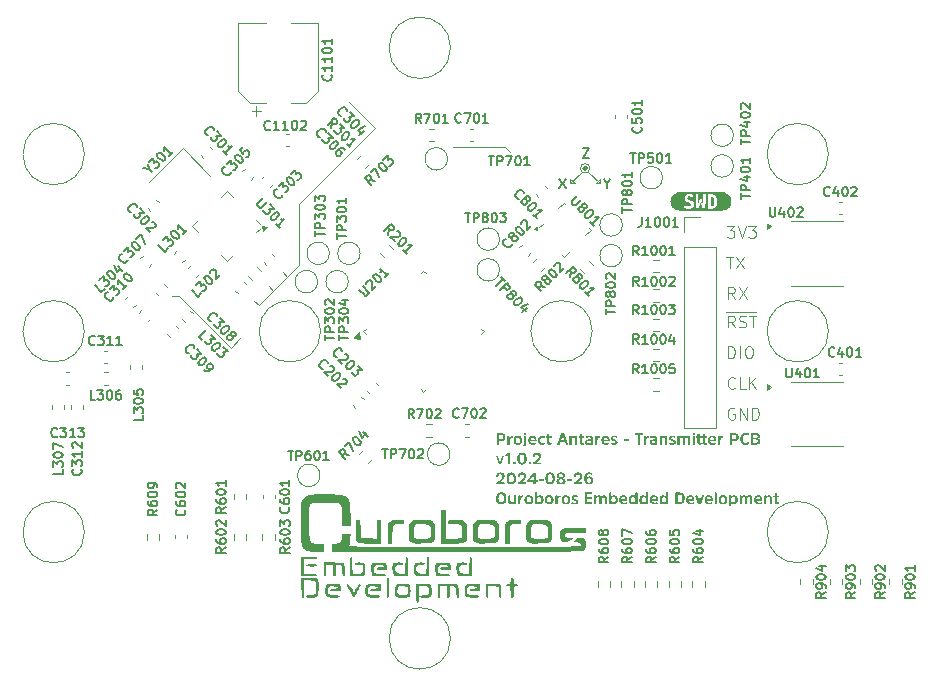
<source format=gbr>
%TF.GenerationSoftware,KiCad,Pcbnew,8.0.4-8.0.4-0~ubuntu22.04.1*%
%TF.CreationDate,2024-08-26T11:26:39-03:00*%
%TF.ProjectId,Antares-Transmitter,416e7461-7265-4732-9d54-72616e736d69,1.0.2*%
%TF.SameCoordinates,Original*%
%TF.FileFunction,Legend,Top*%
%TF.FilePolarity,Positive*%
%FSLAX46Y46*%
G04 Gerber Fmt 4.6, Leading zero omitted, Abs format (unit mm)*
G04 Created by KiCad (PCBNEW 8.0.4-8.0.4-0~ubuntu22.04.1) date 2024-08-26 11:26:39*
%MOMM*%
%LPD*%
G01*
G04 APERTURE LIST*
%ADD10C,0.100000*%
%ADD11C,0.249999*%
%ADD12C,0.150000*%
%ADD13C,0.125000*%
%ADD14C,0.000000*%
%ADD15C,0.120000*%
G04 APERTURE END LIST*
D10*
X139917158Y-106482843D02*
X140317156Y-106482843D01*
X139917157Y-106082843D02*
X139917158Y-106482843D01*
X112000000Y-119600000D02*
X111200000Y-120400000D01*
X142482843Y-106482843D02*
X142482843Y-106082843D01*
X142082843Y-106482843D02*
X142482843Y-106482843D01*
X130000000Y-103400000D02*
X133600000Y-103400000D01*
X129800000Y-95000000D02*
G75*
G02*
X124600000Y-95000000I-2600000J0D01*
G01*
X124600000Y-95000000D02*
G75*
G02*
X129800000Y-95000000I2600000J0D01*
G01*
X98800000Y-136000000D02*
G75*
G02*
X93600000Y-136000000I-2600000J0D01*
G01*
X93600000Y-136000000D02*
G75*
G02*
X98800000Y-136000000I2600000J0D01*
G01*
X114400000Y-115200000D02*
X114800000Y-115600000D01*
X161800000Y-119000000D02*
G75*
G02*
X156600000Y-119000000I-2600000J0D01*
G01*
X156600000Y-119000000D02*
G75*
G02*
X161800000Y-119000000I2600000J0D01*
G01*
X120600000Y-104600000D02*
X117000000Y-108200000D01*
X113600000Y-116800000D02*
X113200000Y-116400000D01*
X111200000Y-120400000D02*
X106800000Y-116000000D01*
X117000000Y-108200000D02*
X117000000Y-113400000D01*
X123400000Y-101800000D02*
X120600000Y-104600000D01*
D11*
X141324999Y-105200000D02*
G75*
G02*
X141075001Y-105200000I-124999J0D01*
G01*
X141075001Y-105200000D02*
G75*
G02*
X141324999Y-105200000I124999J0D01*
G01*
D10*
X141600000Y-105200000D02*
G75*
G02*
X140800000Y-105200000I-400000J0D01*
G01*
X140800000Y-105200000D02*
G75*
G02*
X141600000Y-105200000I400000J0D01*
G01*
X142482843Y-106082843D02*
X142082843Y-106482843D01*
X140317156Y-106482843D02*
X139917157Y-106082843D01*
X118800000Y-119000000D02*
G75*
G02*
X113600000Y-119000000I-2600000J0D01*
G01*
X113600000Y-119000000D02*
G75*
G02*
X118800000Y-119000000I2600000J0D01*
G01*
X161800000Y-104000000D02*
G75*
G02*
X156600000Y-104000000I-2600000J0D01*
G01*
X156600000Y-104000000D02*
G75*
G02*
X161800000Y-104000000I2600000J0D01*
G01*
X161800000Y-136000000D02*
G75*
G02*
X156600000Y-136000000I-2600000J0D01*
G01*
X156600000Y-136000000D02*
G75*
G02*
X161800000Y-136000000I2600000J0D01*
G01*
X121200000Y-99600000D02*
X123400000Y-101800000D01*
X115600000Y-114000000D02*
X116000000Y-114400000D01*
X129800000Y-145000000D02*
G75*
G02*
X124600000Y-145000000I-2600000J0D01*
G01*
X124600000Y-145000000D02*
G75*
G02*
X129800000Y-145000000I2600000J0D01*
G01*
X133600000Y-103400000D02*
X134400000Y-103400000D01*
X98800000Y-119000000D02*
G75*
G02*
X93600000Y-119000000I-2600000J0D01*
G01*
X93600000Y-119000000D02*
G75*
G02*
X98800000Y-119000000I2600000J0D01*
G01*
X106800000Y-116000000D02*
X106200000Y-116000000D01*
X140917157Y-105482843D02*
X139917158Y-106482843D01*
X117000000Y-113400000D02*
X113600000Y-116800000D01*
X141800000Y-119000000D02*
G75*
G02*
X136600000Y-119000000I-2600000J0D01*
G01*
X136600000Y-119000000D02*
G75*
G02*
X141800000Y-119000000I2600000J0D01*
G01*
X98800000Y-104000000D02*
G75*
G02*
X93600000Y-104000000I-2600000J0D01*
G01*
X93600000Y-104000000D02*
G75*
G02*
X98800000Y-104000000I2600000J0D01*
G01*
X141482843Y-105482843D02*
X142482843Y-106482843D01*
X134400000Y-103400000D02*
X134800000Y-103800000D01*
X153875312Y-123777180D02*
X153827693Y-123824800D01*
X153827693Y-123824800D02*
X153684836Y-123872419D01*
X153684836Y-123872419D02*
X153589598Y-123872419D01*
X153589598Y-123872419D02*
X153446741Y-123824800D01*
X153446741Y-123824800D02*
X153351503Y-123729561D01*
X153351503Y-123729561D02*
X153303884Y-123634323D01*
X153303884Y-123634323D02*
X153256265Y-123443847D01*
X153256265Y-123443847D02*
X153256265Y-123300990D01*
X153256265Y-123300990D02*
X153303884Y-123110514D01*
X153303884Y-123110514D02*
X153351503Y-123015276D01*
X153351503Y-123015276D02*
X153446741Y-122920038D01*
X153446741Y-122920038D02*
X153589598Y-122872419D01*
X153589598Y-122872419D02*
X153684836Y-122872419D01*
X153684836Y-122872419D02*
X153827693Y-122920038D01*
X153827693Y-122920038D02*
X153875312Y-122967657D01*
X154780074Y-123872419D02*
X154303884Y-123872419D01*
X154303884Y-123872419D02*
X154303884Y-122872419D01*
X155113408Y-123872419D02*
X155113408Y-122872419D01*
X155684836Y-123872419D02*
X155256265Y-123300990D01*
X155684836Y-122872419D02*
X155113408Y-123443847D01*
D12*
X143041541Y-106513342D02*
X143041541Y-106894295D01*
X142774874Y-106094295D02*
X143041541Y-106513342D01*
X143041541Y-106513342D02*
X143308207Y-106094295D01*
D10*
X153208646Y-110072419D02*
X153827693Y-110072419D01*
X153827693Y-110072419D02*
X153494360Y-110453371D01*
X153494360Y-110453371D02*
X153637217Y-110453371D01*
X153637217Y-110453371D02*
X153732455Y-110500990D01*
X153732455Y-110500990D02*
X153780074Y-110548609D01*
X153780074Y-110548609D02*
X153827693Y-110643847D01*
X153827693Y-110643847D02*
X153827693Y-110881942D01*
X153827693Y-110881942D02*
X153780074Y-110977180D01*
X153780074Y-110977180D02*
X153732455Y-111024800D01*
X153732455Y-111024800D02*
X153637217Y-111072419D01*
X153637217Y-111072419D02*
X153351503Y-111072419D01*
X153351503Y-111072419D02*
X153256265Y-111024800D01*
X153256265Y-111024800D02*
X153208646Y-110977180D01*
X154113408Y-110072419D02*
X154446741Y-111072419D01*
X154446741Y-111072419D02*
X154780074Y-110072419D01*
X155018170Y-110072419D02*
X155637217Y-110072419D01*
X155637217Y-110072419D02*
X155303884Y-110453371D01*
X155303884Y-110453371D02*
X155446741Y-110453371D01*
X155446741Y-110453371D02*
X155541979Y-110500990D01*
X155541979Y-110500990D02*
X155589598Y-110548609D01*
X155589598Y-110548609D02*
X155637217Y-110643847D01*
X155637217Y-110643847D02*
X155637217Y-110881942D01*
X155637217Y-110881942D02*
X155589598Y-110977180D01*
X155589598Y-110977180D02*
X155541979Y-111024800D01*
X155541979Y-111024800D02*
X155446741Y-111072419D01*
X155446741Y-111072419D02*
X155161027Y-111072419D01*
X155161027Y-111072419D02*
X155065789Y-111024800D01*
X155065789Y-111024800D02*
X155018170Y-110977180D01*
D12*
X141012969Y-103494295D02*
X141546303Y-103494295D01*
X141546303Y-103494295D02*
X141012969Y-104294295D01*
X141012969Y-104294295D02*
X141546303Y-104294295D01*
D13*
G36*
X134053963Y-127604560D02*
G01*
X134104252Y-127606500D01*
X134162316Y-127612558D01*
X134215049Y-127622647D01*
X134262451Y-127636763D01*
X134312297Y-127659008D01*
X134354466Y-127687034D01*
X134378428Y-127709325D01*
X134408397Y-127748729D01*
X134431188Y-127795294D01*
X134446793Y-127849021D01*
X134454300Y-127899264D01*
X134456803Y-127954480D01*
X134455902Y-127988461D01*
X134450396Y-128041033D01*
X134437189Y-128097413D01*
X134416792Y-128146477D01*
X134389214Y-128188226D01*
X134354466Y-128222658D01*
X134347971Y-128227685D01*
X134304522Y-128254507D01*
X134253397Y-128275599D01*
X134204929Y-128288792D01*
X134151130Y-128297994D01*
X134092000Y-128303198D01*
X134040858Y-128304480D01*
X133898220Y-128304480D01*
X133898220Y-128555073D01*
X133863049Y-128590000D01*
X133738485Y-128590000D01*
X133703558Y-128555073D01*
X133703558Y-128136441D01*
X133898220Y-128136441D01*
X134039392Y-128136441D01*
X134060664Y-128136073D01*
X134111793Y-128131495D01*
X134164288Y-128118385D01*
X134207431Y-128094431D01*
X134239056Y-128055108D01*
X134255143Y-128005140D01*
X134259211Y-127954480D01*
X134255143Y-127903713D01*
X134239056Y-127853787D01*
X134207431Y-127814528D01*
X134193509Y-127804659D01*
X134144810Y-127784343D01*
X134093572Y-127775133D01*
X134039392Y-127772519D01*
X133898220Y-127772519D01*
X133898220Y-128136441D01*
X133703558Y-128136441D01*
X133703558Y-127637941D01*
X133737020Y-127604480D01*
X134040858Y-127604480D01*
X134053963Y-127604560D01*
G37*
G36*
X134650976Y-127852386D02*
G01*
X134617515Y-127884382D01*
X134617515Y-128558004D01*
X134650976Y-128590000D01*
X134771388Y-128590000D01*
X134803628Y-128558004D01*
X134803628Y-128235847D01*
X134808566Y-128185494D01*
X134825402Y-128134952D01*
X134854187Y-128089546D01*
X134891887Y-128054087D01*
X134940252Y-128032191D01*
X134981437Y-128027264D01*
X135006594Y-128028729D01*
X135026378Y-128030195D01*
X135053000Y-128004794D01*
X135053000Y-127874612D01*
X135046650Y-127852386D01*
X135024912Y-127846769D01*
X134971680Y-127852050D01*
X134923816Y-127867895D01*
X134884961Y-127891465D01*
X134845681Y-127926623D01*
X134814381Y-127968342D01*
X134802407Y-127992337D01*
X134795324Y-127881695D01*
X134761618Y-127852386D01*
X134650976Y-127852386D01*
G37*
G36*
X135535291Y-127836403D02*
G01*
X135584442Y-127841723D01*
X135638796Y-127854508D01*
X135688100Y-127874293D01*
X135732356Y-127901097D01*
X135771563Y-127934940D01*
X135799849Y-127968095D01*
X135827463Y-128013492D01*
X135848174Y-128065002D01*
X135860160Y-128112590D01*
X135867351Y-128164412D01*
X135869748Y-128220460D01*
X135868214Y-128265637D01*
X135861982Y-128318309D01*
X135850955Y-128366760D01*
X135831395Y-128419327D01*
X135804930Y-128465815D01*
X135771563Y-128506224D01*
X135752590Y-128523970D01*
X135710859Y-128554242D01*
X135664079Y-128577543D01*
X135612250Y-128593866D01*
X135555372Y-128603199D01*
X135504117Y-128605631D01*
X135473012Y-128604755D01*
X135423975Y-128599407D01*
X135369758Y-128586578D01*
X135320591Y-128566764D01*
X135276473Y-128539977D01*
X135237404Y-128506224D01*
X135209426Y-128472972D01*
X135182095Y-128427497D01*
X135161583Y-128375943D01*
X135149704Y-128328337D01*
X135142573Y-128276510D01*
X135140195Y-128220460D01*
X135329239Y-128220460D01*
X135329410Y-128235021D01*
X135333513Y-128288642D01*
X135346333Y-128345267D01*
X135367693Y-128390336D01*
X135404589Y-128429165D01*
X135453764Y-128451353D01*
X135504117Y-128457131D01*
X135514981Y-128456900D01*
X135564129Y-128448811D01*
X135611725Y-128423849D01*
X135646904Y-128382247D01*
X135666736Y-128334867D01*
X135677945Y-128275930D01*
X135680704Y-128220460D01*
X135680532Y-128205899D01*
X135676393Y-128152278D01*
X135663459Y-128095653D01*
X135641903Y-128050584D01*
X135604654Y-128011755D01*
X135554989Y-127989567D01*
X135504117Y-127983789D01*
X135493365Y-127984020D01*
X135444716Y-127992109D01*
X135397586Y-128017071D01*
X135362738Y-128058673D01*
X135343086Y-128106054D01*
X135331975Y-128164990D01*
X135329239Y-128220460D01*
X135140195Y-128220460D01*
X135141717Y-128175283D01*
X135147898Y-128122616D01*
X135158828Y-128074181D01*
X135178203Y-128021653D01*
X135204398Y-127975236D01*
X135237404Y-127934940D01*
X135256307Y-127917137D01*
X135297901Y-127886816D01*
X135344544Y-127863524D01*
X135396235Y-127847242D01*
X135452976Y-127837950D01*
X135504117Y-127835533D01*
X135535291Y-127836403D01*
G37*
G36*
X136049267Y-128524298D02*
G01*
X136040817Y-128573860D01*
X135999921Y-128604916D01*
X135989183Y-128605631D01*
X135939992Y-128602020D01*
X135934473Y-128601235D01*
X135905163Y-128627857D01*
X135905163Y-128709190D01*
X135934473Y-128742651D01*
X135985539Y-128750577D01*
X136036810Y-128752421D01*
X136085678Y-128749391D01*
X136136365Y-128737033D01*
X136178826Y-128712340D01*
X136187997Y-128703572D01*
X136214278Y-128662385D01*
X136228704Y-128612069D01*
X136233753Y-128563020D01*
X136234159Y-128542616D01*
X136234159Y-127884382D01*
X136201919Y-127852386D01*
X136080286Y-127852386D01*
X136049267Y-127884382D01*
X136049267Y-128524298D01*
G37*
G36*
X136235624Y-127639406D02*
G01*
X136203384Y-127607166D01*
X136080286Y-127607166D01*
X136048046Y-127639406D01*
X136048046Y-127737348D01*
X136080286Y-127769588D01*
X136203384Y-127769588D01*
X136235624Y-127737348D01*
X136235624Y-127639406D01*
G37*
G36*
X136805564Y-127838906D02*
G01*
X136858226Y-127849019D01*
X136905787Y-127865861D01*
X136954829Y-127894003D01*
X136996929Y-127931277D01*
X137002361Y-127937338D01*
X137035538Y-127983254D01*
X137057236Y-128027467D01*
X137072723Y-128076162D01*
X137082008Y-128129339D01*
X137085101Y-128186999D01*
X137085101Y-128255387D01*
X137051639Y-128289092D01*
X136574145Y-128289092D01*
X136585902Y-128338086D01*
X136609632Y-128383992D01*
X136644731Y-128421472D01*
X136652339Y-128427328D01*
X136699314Y-128452783D01*
X136749592Y-128466007D01*
X136801046Y-128469832D01*
X136830940Y-128468761D01*
X136883632Y-128461458D01*
X136934831Y-128447302D01*
X136984473Y-128426357D01*
X137026482Y-128445896D01*
X137050174Y-128511598D01*
X137029169Y-128552386D01*
X136994427Y-128568104D01*
X136943706Y-128585612D01*
X136890583Y-128597887D01*
X136835089Y-128604944D01*
X136785659Y-128606852D01*
X136740332Y-128605272D01*
X136687303Y-128598848D01*
X136638297Y-128587477D01*
X136584784Y-128567294D01*
X136537028Y-128539969D01*
X136495010Y-128505491D01*
X136470543Y-128478861D01*
X136439976Y-128434194D01*
X136416761Y-128383859D01*
X136400887Y-128327856D01*
X136393259Y-128276859D01*
X136390718Y-128221926D01*
X136392218Y-128177321D01*
X136392885Y-128171612D01*
X136569993Y-128171612D01*
X136917062Y-128171612D01*
X136917062Y-128163063D01*
X136913700Y-128115810D01*
X136900461Y-128066384D01*
X136874563Y-128023112D01*
X136847433Y-127998719D01*
X136801825Y-127978705D01*
X136750488Y-127972798D01*
X136711206Y-127975901D01*
X136661251Y-127992197D01*
X136622047Y-128022471D01*
X136593585Y-128066732D01*
X136578065Y-128114309D01*
X136569993Y-128171612D01*
X136392885Y-128171612D01*
X136398311Y-128125171D01*
X136409091Y-128077028D01*
X136428213Y-128024547D01*
X136454085Y-127977835D01*
X136486706Y-127936894D01*
X136505252Y-127918761D01*
X136546046Y-127887861D01*
X136591756Y-127864108D01*
X136642364Y-127847492D01*
X136697850Y-127838003D01*
X136747801Y-127835533D01*
X136805564Y-127838906D01*
G37*
G36*
X137205512Y-128218995D02*
G01*
X137207998Y-128275143D01*
X137215451Y-128327052D01*
X137227866Y-128374736D01*
X137249306Y-128426404D01*
X137277874Y-128472044D01*
X137307117Y-128505491D01*
X137347700Y-128539493D01*
X137393340Y-128566478D01*
X137444049Y-128586437D01*
X137499836Y-128599361D01*
X137550212Y-128604749D01*
X137582135Y-128605631D01*
X137636857Y-128603142D01*
X137687200Y-128595673D01*
X137739335Y-128581042D01*
X137785666Y-128559907D01*
X137796336Y-128553607D01*
X137815875Y-128510376D01*
X137782414Y-128433196D01*
X137738939Y-128417808D01*
X137692800Y-128436998D01*
X137643085Y-128448222D01*
X137594836Y-128451514D01*
X137545272Y-128446930D01*
X137497719Y-128431056D01*
X137454602Y-128400437D01*
X137447801Y-128393384D01*
X137419651Y-128351373D01*
X137403296Y-128303908D01*
X137395846Y-128253956D01*
X137394556Y-128218995D01*
X137397861Y-128165276D01*
X137409519Y-128113492D01*
X137432408Y-128066695D01*
X137447801Y-128047536D01*
X137489442Y-128015239D01*
X137536212Y-127997549D01*
X137585604Y-127991092D01*
X137597522Y-127990872D01*
X137649544Y-127994594D01*
X137698398Y-128005813D01*
X137729169Y-128017494D01*
X137775331Y-128002107D01*
X137809036Y-127926392D01*
X137790718Y-127883161D01*
X137742567Y-127860138D01*
X137691566Y-127845998D01*
X137640589Y-127838510D01*
X137583669Y-127835580D01*
X137575052Y-127835533D01*
X137523840Y-127837932D01*
X137466834Y-127847155D01*
X137414688Y-127863317D01*
X137367413Y-127886438D01*
X137325017Y-127916536D01*
X137305652Y-127934207D01*
X137271650Y-127974254D01*
X137244665Y-128020473D01*
X137224706Y-128072856D01*
X137213447Y-128121209D01*
X137207080Y-128173829D01*
X137205512Y-128218995D01*
G37*
G36*
X138336113Y-128009190D02*
G01*
X138368353Y-127976950D01*
X138368353Y-127898548D01*
X138336113Y-127866308D01*
X138180774Y-127866308D01*
X138180774Y-127694117D01*
X138147069Y-127664563D01*
X138035205Y-127664563D01*
X138002965Y-127694117D01*
X138002965Y-127866308D01*
X137923098Y-127866308D01*
X137889637Y-127898548D01*
X137889637Y-127976950D01*
X137923098Y-128009190D01*
X138000034Y-128009190D01*
X138000034Y-128368960D01*
X138002591Y-128420596D01*
X138011762Y-128471063D01*
X138030019Y-128516994D01*
X138053279Y-128548234D01*
X138093350Y-128576220D01*
X138141161Y-128592511D01*
X138193002Y-128599946D01*
X138229867Y-128601235D01*
X138279747Y-128599071D01*
X138329139Y-128591077D01*
X138347348Y-128585847D01*
X138373970Y-128553607D01*
X138365666Y-128475205D01*
X138357850Y-128452979D01*
X138337578Y-128447362D01*
X138288698Y-128453549D01*
X138278715Y-128454200D01*
X138228355Y-128447960D01*
X138201779Y-128431974D01*
X138184115Y-128383316D01*
X138182240Y-128349420D01*
X138182240Y-128009190D01*
X138336113Y-128009190D01*
G37*
G36*
X139378403Y-127604606D02*
G01*
X139416643Y-127636720D01*
X139742707Y-128550921D01*
X139741486Y-128579009D01*
X139717550Y-128590000D01*
X139581751Y-128590000D01*
X139579848Y-128589969D01*
X139541207Y-128559225D01*
X139476727Y-128375799D01*
X139112805Y-128375799D01*
X139048325Y-128559225D01*
X139009246Y-128590000D01*
X138873447Y-128590000D01*
X138847313Y-128579009D01*
X138846824Y-128550921D01*
X138968173Y-128210690D01*
X139154815Y-128210690D01*
X139433251Y-128210690D01*
X139297452Y-127797676D01*
X139293300Y-127797676D01*
X139154815Y-128210690D01*
X138968173Y-128210690D01*
X139172889Y-127636720D01*
X139174383Y-127632816D01*
X139214898Y-127604480D01*
X139374633Y-127604480D01*
X139378403Y-127604606D01*
G37*
G36*
X140536496Y-128108597D02*
G01*
X140533481Y-128054373D01*
X140524435Y-128005814D01*
X140506712Y-127957235D01*
X140477359Y-127911375D01*
X140473482Y-127906852D01*
X140432935Y-127872341D01*
X140388331Y-127851175D01*
X140335666Y-127838937D01*
X140282972Y-127835533D01*
X140233663Y-127838396D01*
X140180632Y-127849396D01*
X140134299Y-127868657D01*
X140088708Y-127901582D01*
X140056885Y-127938775D01*
X140047766Y-127953014D01*
X140040683Y-127880230D01*
X140008688Y-127852386D01*
X139898046Y-127852386D01*
X139865806Y-127884382D01*
X139865806Y-128558004D01*
X139898046Y-128590000D01*
X140018457Y-128590000D01*
X140050697Y-128558004D01*
X140050697Y-128164528D01*
X140055719Y-128114523D01*
X140074603Y-128065473D01*
X140093196Y-128040697D01*
X140133844Y-128011091D01*
X140181755Y-127997200D01*
X140214340Y-127995024D01*
X140263160Y-128000163D01*
X140307783Y-128020959D01*
X140318632Y-128031416D01*
X140342262Y-128077395D01*
X140349862Y-128128511D01*
X140350139Y-128142058D01*
X140350139Y-128558004D01*
X140383845Y-128590000D01*
X140504256Y-128590000D01*
X140536496Y-128558004D01*
X140536496Y-128108597D01*
G37*
G36*
X141086287Y-128009190D02*
G01*
X141118527Y-127976950D01*
X141118527Y-127898548D01*
X141086287Y-127866308D01*
X140930949Y-127866308D01*
X140930949Y-127694117D01*
X140897243Y-127664563D01*
X140785380Y-127664563D01*
X140753140Y-127694117D01*
X140753140Y-127866308D01*
X140673272Y-127866308D01*
X140639811Y-127898548D01*
X140639811Y-127976950D01*
X140673272Y-128009190D01*
X140750209Y-128009190D01*
X140750209Y-128368960D01*
X140752766Y-128420596D01*
X140761937Y-128471063D01*
X140780193Y-128516994D01*
X140803454Y-128548234D01*
X140843525Y-128576220D01*
X140891335Y-128592511D01*
X140943176Y-128599946D01*
X140980041Y-128601235D01*
X141029921Y-128599071D01*
X141079313Y-128591077D01*
X141097522Y-128585847D01*
X141124145Y-128553607D01*
X141115840Y-128475205D01*
X141108025Y-128452979D01*
X141087752Y-128447362D01*
X141038872Y-128453549D01*
X141028890Y-128454200D01*
X140978529Y-128447960D01*
X140951953Y-128431974D01*
X140934289Y-128383316D01*
X140932414Y-128349420D01*
X140932414Y-128009190D01*
X141086287Y-128009190D01*
G37*
G36*
X141579082Y-127835793D02*
G01*
X141633738Y-127839689D01*
X141697974Y-127852157D01*
X141752336Y-127872937D01*
X141796820Y-127902028D01*
X141831424Y-127939432D01*
X141856144Y-127985147D01*
X141870979Y-128039175D01*
X141875924Y-128101514D01*
X141875924Y-128558004D01*
X141842463Y-128590000D01*
X141738660Y-128590000D01*
X141706664Y-128563621D01*
X141701046Y-128487906D01*
X141680793Y-128514787D01*
X141644188Y-128548406D01*
X141600113Y-128573971D01*
X141548567Y-128591473D01*
X141499906Y-128599893D01*
X141446057Y-128602700D01*
X141412624Y-128601340D01*
X141363867Y-128593493D01*
X141315930Y-128576300D01*
X141271179Y-128546769D01*
X141256066Y-128532034D01*
X141227101Y-128488886D01*
X141211799Y-128442344D01*
X141206699Y-128388499D01*
X141206793Y-128381049D01*
X141207253Y-128377264D01*
X141383042Y-128377264D01*
X141387576Y-128408300D01*
X141415282Y-128448827D01*
X141457018Y-128469409D01*
X141506385Y-128475205D01*
X141554839Y-128471612D01*
X141604616Y-128457460D01*
X141647069Y-128429776D01*
X141665912Y-128408574D01*
X141688628Y-128362233D01*
X141695429Y-128311563D01*
X141695429Y-128251235D01*
X141667007Y-128252389D01*
X141616036Y-128255083D01*
X141566468Y-128259050D01*
X141520405Y-128265422D01*
X141470725Y-128277124D01*
X141444585Y-128286613D01*
X141404047Y-128314982D01*
X141394892Y-128328080D01*
X141383042Y-128377264D01*
X141207253Y-128377264D01*
X141212713Y-128332323D01*
X141230635Y-128284207D01*
X141256391Y-128246881D01*
X141294138Y-128214110D01*
X141304521Y-128207837D01*
X141350498Y-128186858D01*
X141399162Y-128172100D01*
X141431948Y-128164677D01*
X141481763Y-128155897D01*
X141532274Y-128149874D01*
X141540855Y-128149072D01*
X141591922Y-128145450D01*
X141643998Y-128143241D01*
X141695429Y-128142058D01*
X141695429Y-128109818D01*
X141695391Y-128105753D01*
X141687082Y-128055930D01*
X141657571Y-128013342D01*
X141635814Y-127999878D01*
X141588094Y-127986204D01*
X141535694Y-127982568D01*
X141529300Y-127982608D01*
X141477781Y-127985877D01*
X141425569Y-127994392D01*
X141372618Y-128008176D01*
X141325645Y-128024577D01*
X141285101Y-128004794D01*
X141259944Y-127927857D01*
X141279483Y-127888778D01*
X141295177Y-127882304D01*
X141343727Y-127865415D01*
X141394466Y-127852313D01*
X141447376Y-127842978D01*
X141502437Y-127837391D01*
X141559630Y-127835533D01*
X141579082Y-127835793D01*
G37*
G36*
X142088660Y-127852386D02*
G01*
X142055198Y-127884382D01*
X142055198Y-128558004D01*
X142088660Y-128590000D01*
X142209071Y-128590000D01*
X142241311Y-128558004D01*
X142241311Y-128235847D01*
X142246249Y-128185494D01*
X142263085Y-128134952D01*
X142291870Y-128089546D01*
X142329570Y-128054087D01*
X142377935Y-128032191D01*
X142419120Y-128027264D01*
X142444277Y-128028729D01*
X142464061Y-128030195D01*
X142490683Y-128004794D01*
X142490683Y-127874612D01*
X142484333Y-127852386D01*
X142462595Y-127846769D01*
X142409363Y-127852050D01*
X142361499Y-127867895D01*
X142322644Y-127891465D01*
X142283365Y-127926623D01*
X142252064Y-127968342D01*
X142240090Y-127992337D01*
X142233007Y-127881695D01*
X142199302Y-127852386D01*
X142088660Y-127852386D01*
G37*
G36*
X142992724Y-127838906D02*
G01*
X143045386Y-127849019D01*
X143092947Y-127865861D01*
X143141989Y-127894003D01*
X143184089Y-127931277D01*
X143189521Y-127937338D01*
X143222698Y-127983254D01*
X143244396Y-128027467D01*
X143259883Y-128076162D01*
X143269168Y-128129339D01*
X143272260Y-128186999D01*
X143272260Y-128255387D01*
X143238799Y-128289092D01*
X142761304Y-128289092D01*
X142773061Y-128338086D01*
X142796791Y-128383992D01*
X142831891Y-128421472D01*
X142839498Y-128427328D01*
X142886474Y-128452783D01*
X142936751Y-128466007D01*
X142988206Y-128469832D01*
X143018100Y-128468761D01*
X143070792Y-128461458D01*
X143121991Y-128447302D01*
X143171632Y-128426357D01*
X143213642Y-128445896D01*
X143237334Y-128511598D01*
X143216329Y-128552386D01*
X143181587Y-128568104D01*
X143130866Y-128585612D01*
X143077743Y-128597887D01*
X143022249Y-128604944D01*
X142972819Y-128606852D01*
X142927492Y-128605272D01*
X142874463Y-128598848D01*
X142825456Y-128587477D01*
X142771943Y-128567294D01*
X142724188Y-128539969D01*
X142682170Y-128505491D01*
X142657703Y-128478861D01*
X142627136Y-128434194D01*
X142603920Y-128383859D01*
X142588046Y-128327856D01*
X142580419Y-128276859D01*
X142577878Y-128221926D01*
X142579378Y-128177321D01*
X142580045Y-128171612D01*
X142757152Y-128171612D01*
X143104221Y-128171612D01*
X143104221Y-128163063D01*
X143100860Y-128115810D01*
X143087621Y-128066384D01*
X143061723Y-128023112D01*
X143034592Y-127998719D01*
X142988985Y-127978705D01*
X142937648Y-127972798D01*
X142898366Y-127975901D01*
X142848411Y-127992197D01*
X142809207Y-128022471D01*
X142780744Y-128066732D01*
X142765225Y-128114309D01*
X142757152Y-128171612D01*
X142580045Y-128171612D01*
X142585471Y-128125171D01*
X142596251Y-128077028D01*
X142615373Y-128024547D01*
X142641245Y-127977835D01*
X142673866Y-127936894D01*
X142692412Y-127918761D01*
X142733206Y-127887861D01*
X142778916Y-127864108D01*
X142829524Y-127847492D01*
X142885010Y-127838003D01*
X142934961Y-127835533D01*
X142992724Y-127838906D01*
G37*
G36*
X143947103Y-128391186D02*
G01*
X143942577Y-128342012D01*
X143926904Y-128295724D01*
X143896670Y-128254856D01*
X143889706Y-128248548D01*
X143848319Y-128218716D01*
X143801770Y-128193299D01*
X143752998Y-128171817D01*
X143718981Y-128158911D01*
X143672005Y-128142296D01*
X143635694Y-128128136D01*
X143594100Y-128101529D01*
X143588799Y-128096629D01*
X143567875Y-128051721D01*
X143567794Y-128048269D01*
X143584693Y-128002141D01*
X143597836Y-127992337D01*
X143646117Y-127978266D01*
X143693579Y-127975484D01*
X143744134Y-127978785D01*
X143793999Y-127987545D01*
X143842174Y-128000158D01*
X143853314Y-128003572D01*
X143892393Y-127982568D01*
X143913398Y-127912470D01*
X143893859Y-127874612D01*
X143844441Y-127857481D01*
X143789964Y-127845273D01*
X143738127Y-127838611D01*
X143682382Y-127835685D01*
X143665736Y-127835533D01*
X143609323Y-127838063D01*
X143559027Y-127845672D01*
X143509054Y-127860628D01*
X143462436Y-127885488D01*
X143457885Y-127888778D01*
X143419796Y-127926774D01*
X143395777Y-127974359D01*
X143386227Y-128025383D01*
X143385589Y-128044117D01*
X143390489Y-128096007D01*
X143407716Y-128146201D01*
X143437347Y-128187762D01*
X143463991Y-128210690D01*
X143507300Y-128234388D01*
X143557463Y-128255374D01*
X143608176Y-128273954D01*
X143615177Y-128276392D01*
X143661423Y-128293451D01*
X143707777Y-128313915D01*
X143730704Y-128326950D01*
X143761779Y-128364952D01*
X143765143Y-128387034D01*
X143748252Y-128434592D01*
X143729483Y-128448094D01*
X143680168Y-128461597D01*
X143627388Y-128465367D01*
X143618108Y-128465436D01*
X143568559Y-128463001D01*
X143519242Y-128455698D01*
X143470156Y-128443527D01*
X143442986Y-128434661D01*
X143403907Y-128455666D01*
X143382903Y-128528450D01*
X143403907Y-128564842D01*
X143456843Y-128582653D01*
X143507352Y-128594087D01*
X143561754Y-128601631D01*
X143611472Y-128604990D01*
X143646196Y-128605631D01*
X143699953Y-128603744D01*
X143763412Y-128595360D01*
X143817477Y-128580272D01*
X143862147Y-128558483D01*
X143904767Y-128521828D01*
X143932695Y-128474711D01*
X143945927Y-128417140D01*
X143947103Y-128391186D01*
G37*
G36*
X144877180Y-128284940D02*
G01*
X144909420Y-128254166D01*
X144909420Y-128165994D01*
X144877180Y-128134975D01*
X144496406Y-128134975D01*
X144464166Y-128165994D01*
X144464166Y-128254166D01*
X144496406Y-128284940D01*
X144877180Y-128284940D01*
G37*
G36*
X145412072Y-127744431D02*
G01*
X145447243Y-127779357D01*
X145672679Y-127779357D01*
X145672679Y-128555073D01*
X145707606Y-128590000D01*
X145833635Y-128590000D01*
X145868562Y-128555073D01*
X145868562Y-127779357D01*
X146093998Y-127779357D01*
X146128925Y-127744431D01*
X146128925Y-127637941D01*
X146093998Y-127604480D01*
X145445778Y-127604480D01*
X145412072Y-127637941D01*
X145412072Y-127744431D01*
G37*
G36*
X146218318Y-127852386D02*
G01*
X146184856Y-127884382D01*
X146184856Y-128558004D01*
X146218318Y-128590000D01*
X146338729Y-128590000D01*
X146370969Y-128558004D01*
X146370969Y-128235847D01*
X146375907Y-128185494D01*
X146392743Y-128134952D01*
X146421528Y-128089546D01*
X146459228Y-128054087D01*
X146507593Y-128032191D01*
X146548778Y-128027264D01*
X146573935Y-128028729D01*
X146593719Y-128030195D01*
X146620341Y-128004794D01*
X146620341Y-127874612D01*
X146613991Y-127852386D01*
X146592254Y-127846769D01*
X146539021Y-127852050D01*
X146491157Y-127867895D01*
X146452302Y-127891465D01*
X146413023Y-127926623D01*
X146381722Y-127968342D01*
X146369748Y-127992337D01*
X146362665Y-127881695D01*
X146328960Y-127852386D01*
X146218318Y-127852386D01*
G37*
G36*
X147022767Y-127835793D02*
G01*
X147077422Y-127839689D01*
X147141659Y-127852157D01*
X147196020Y-127872937D01*
X147240505Y-127902028D01*
X147275108Y-127939432D01*
X147299829Y-127985147D01*
X147314663Y-128039175D01*
X147319609Y-128101514D01*
X147319609Y-128558004D01*
X147286147Y-128590000D01*
X147182344Y-128590000D01*
X147150348Y-128563621D01*
X147144731Y-128487906D01*
X147124478Y-128514787D01*
X147087873Y-128548406D01*
X147043797Y-128573971D01*
X146992252Y-128591473D01*
X146943590Y-128599893D01*
X146889741Y-128602700D01*
X146856309Y-128601340D01*
X146807551Y-128593493D01*
X146759615Y-128576300D01*
X146714863Y-128546769D01*
X146699751Y-128532034D01*
X146670785Y-128488886D01*
X146655484Y-128442344D01*
X146650383Y-128388499D01*
X146650478Y-128381049D01*
X146650938Y-128377264D01*
X146826727Y-128377264D01*
X146831260Y-128408300D01*
X146858967Y-128448827D01*
X146900703Y-128469409D01*
X146950069Y-128475205D01*
X146998524Y-128471612D01*
X147048301Y-128457460D01*
X147090753Y-128429776D01*
X147109597Y-128408574D01*
X147132313Y-128362233D01*
X147139113Y-128311563D01*
X147139113Y-128251235D01*
X147110691Y-128252389D01*
X147059721Y-128255083D01*
X147010153Y-128259050D01*
X146964089Y-128265422D01*
X146914410Y-128277124D01*
X146888270Y-128286613D01*
X146847732Y-128314982D01*
X146838576Y-128328080D01*
X146826727Y-128377264D01*
X146650938Y-128377264D01*
X146656398Y-128332323D01*
X146674319Y-128284207D01*
X146700076Y-128246881D01*
X146737822Y-128214110D01*
X146748205Y-128207837D01*
X146794182Y-128186858D01*
X146842847Y-128172100D01*
X146875632Y-128164677D01*
X146925448Y-128155897D01*
X146975959Y-128149874D01*
X146984540Y-128149072D01*
X147035607Y-128145450D01*
X147087682Y-128143241D01*
X147139113Y-128142058D01*
X147139113Y-128109818D01*
X147139076Y-128105753D01*
X147130766Y-128055930D01*
X147101256Y-128013342D01*
X147079499Y-127999878D01*
X147031778Y-127986204D01*
X146979378Y-127982568D01*
X146972985Y-127982608D01*
X146921466Y-127985877D01*
X146869254Y-127994392D01*
X146816303Y-128008176D01*
X146769330Y-128024577D01*
X146728785Y-128004794D01*
X146703628Y-127927857D01*
X146723168Y-127888778D01*
X146738861Y-127882304D01*
X146787411Y-127865415D01*
X146838151Y-127852313D01*
X146891061Y-127842978D01*
X146946122Y-127837391D01*
X147003314Y-127835533D01*
X147022767Y-127835793D01*
G37*
G36*
X148169574Y-128108597D02*
G01*
X148166558Y-128054373D01*
X148157512Y-128005814D01*
X148139790Y-127957235D01*
X148110436Y-127911375D01*
X148106559Y-127906852D01*
X148066013Y-127872341D01*
X148021408Y-127851175D01*
X147968743Y-127838937D01*
X147916050Y-127835533D01*
X147866741Y-127838396D01*
X147813710Y-127849396D01*
X147767376Y-127868657D01*
X147721785Y-127901582D01*
X147689963Y-127938775D01*
X147680844Y-127953014D01*
X147673761Y-127880230D01*
X147641765Y-127852386D01*
X147531123Y-127852386D01*
X147498883Y-127884382D01*
X147498883Y-128558004D01*
X147531123Y-128590000D01*
X147651535Y-128590000D01*
X147683775Y-128558004D01*
X147683775Y-128164528D01*
X147688797Y-128114523D01*
X147707680Y-128065473D01*
X147726273Y-128040697D01*
X147766922Y-128011091D01*
X147814832Y-127997200D01*
X147847418Y-127995024D01*
X147896237Y-128000163D01*
X147940860Y-128020959D01*
X147951709Y-128031416D01*
X147975340Y-128077395D01*
X147982940Y-128128511D01*
X147983217Y-128142058D01*
X147983217Y-128558004D01*
X148016922Y-128590000D01*
X148137334Y-128590000D01*
X148169574Y-128558004D01*
X148169574Y-128108597D01*
G37*
G36*
X148872016Y-128391186D02*
G01*
X148867490Y-128342012D01*
X148851817Y-128295724D01*
X148821583Y-128254856D01*
X148814619Y-128248548D01*
X148773231Y-128218716D01*
X148726683Y-128193299D01*
X148677911Y-128171817D01*
X148643893Y-128158911D01*
X148596917Y-128142296D01*
X148560607Y-128128136D01*
X148519013Y-128101529D01*
X148513712Y-128096629D01*
X148492787Y-128051721D01*
X148492707Y-128048269D01*
X148509606Y-128002141D01*
X148522749Y-127992337D01*
X148571030Y-127978266D01*
X148618492Y-127975484D01*
X148669047Y-127978785D01*
X148718912Y-127987545D01*
X148767087Y-128000158D01*
X148778227Y-128003572D01*
X148817306Y-127982568D01*
X148838311Y-127912470D01*
X148818771Y-127874612D01*
X148769354Y-127857481D01*
X148714877Y-127845273D01*
X148663039Y-127838611D01*
X148607295Y-127835685D01*
X148590648Y-127835533D01*
X148534236Y-127838063D01*
X148483940Y-127845672D01*
X148433967Y-127860628D01*
X148387349Y-127885488D01*
X148382798Y-127888778D01*
X148344709Y-127926774D01*
X148320690Y-127974359D01*
X148311139Y-128025383D01*
X148310502Y-128044117D01*
X148315402Y-128096007D01*
X148332629Y-128146201D01*
X148362259Y-128187762D01*
X148388904Y-128210690D01*
X148432213Y-128234388D01*
X148482376Y-128255374D01*
X148533089Y-128273954D01*
X148540090Y-128276392D01*
X148586336Y-128293451D01*
X148632690Y-128313915D01*
X148655617Y-128326950D01*
X148686692Y-128364952D01*
X148690055Y-128387034D01*
X148673165Y-128434592D01*
X148654396Y-128448094D01*
X148605081Y-128461597D01*
X148552300Y-128465367D01*
X148543021Y-128465436D01*
X148493472Y-128463001D01*
X148444154Y-128455698D01*
X148395069Y-128443527D01*
X148367899Y-128434661D01*
X148328820Y-128455666D01*
X148307815Y-128528450D01*
X148328820Y-128564842D01*
X148381756Y-128582653D01*
X148432264Y-128594087D01*
X148486667Y-128601631D01*
X148536385Y-128604990D01*
X148571109Y-128605631D01*
X148624866Y-128603744D01*
X148688324Y-128595360D01*
X148742390Y-128580272D01*
X148787060Y-128558483D01*
X148829680Y-128521828D01*
X148857608Y-128474711D01*
X148870840Y-128417140D01*
X148872016Y-128391186D01*
G37*
G36*
X149658234Y-128149141D02*
G01*
X149665094Y-128098239D01*
X149687674Y-128052078D01*
X149699511Y-128037766D01*
X149741205Y-128007614D01*
X149789716Y-127994648D01*
X149810886Y-127993558D01*
X149860293Y-128000431D01*
X149901434Y-128027253D01*
X149903210Y-128029462D01*
X149924306Y-128073975D01*
X149931053Y-128123361D01*
X149931297Y-128136441D01*
X149931297Y-128558004D01*
X149963538Y-128590000D01*
X150083949Y-128590000D01*
X150116189Y-128558004D01*
X150116189Y-128104200D01*
X150113382Y-128050716D01*
X150103284Y-127996413D01*
X150085816Y-127949432D01*
X150057327Y-127905387D01*
X150019665Y-127871584D01*
X149972646Y-127848877D01*
X149923022Y-127837982D01*
X149880983Y-127835533D01*
X149830317Y-127838574D01*
X149775688Y-127850252D01*
X149727772Y-127870689D01*
X149686551Y-127899883D01*
X149652005Y-127937836D01*
X149637229Y-127960097D01*
X149610377Y-127911561D01*
X149572475Y-127874946D01*
X149523555Y-127850252D01*
X149472878Y-127838574D01*
X149424494Y-127835533D01*
X149374705Y-127838911D01*
X149326054Y-127850503D01*
X149283810Y-127870460D01*
X149242887Y-127901004D01*
X149210560Y-127938451D01*
X149201988Y-127953014D01*
X149194905Y-127880230D01*
X149161200Y-127852386D01*
X149050558Y-127852386D01*
X149017096Y-127884382D01*
X149017096Y-128558004D01*
X149050558Y-128590000D01*
X149169748Y-128590000D01*
X149201988Y-128558004D01*
X149201988Y-128157445D01*
X149207771Y-128106668D01*
X149227149Y-128060407D01*
X149243265Y-128039232D01*
X149285320Y-128008077D01*
X149335314Y-127994684D01*
X149357327Y-127993558D01*
X149408539Y-128001447D01*
X149447697Y-128029462D01*
X149468851Y-128076940D01*
X149474702Y-128126363D01*
X149474808Y-128134975D01*
X149474808Y-128558004D01*
X149507048Y-128590000D01*
X149625994Y-128590000D01*
X149658234Y-128558004D01*
X149658234Y-128149141D01*
G37*
G36*
X150486217Y-127884382D02*
G01*
X150454221Y-127852386D01*
X150332344Y-127852386D01*
X150300104Y-127884382D01*
X150300104Y-128558004D01*
X150332344Y-128590000D01*
X150454221Y-128590000D01*
X150486217Y-128558004D01*
X150486217Y-127884382D01*
G37*
G36*
X150486217Y-127639406D02*
G01*
X150455443Y-127607166D01*
X150330879Y-127607166D01*
X150300104Y-127639406D01*
X150300104Y-127737348D01*
X150330879Y-127769588D01*
X150455443Y-127769588D01*
X150486217Y-127737348D01*
X150486217Y-127639406D01*
G37*
G36*
X151489811Y-128009190D02*
G01*
X151520586Y-127976950D01*
X151520586Y-127898548D01*
X151489811Y-127866308D01*
X151333007Y-127866308D01*
X151333007Y-127694117D01*
X151299546Y-127664563D01*
X151187438Y-127664563D01*
X151155198Y-127694117D01*
X151155198Y-127866308D01*
X150889218Y-127866308D01*
X150889218Y-127694117D01*
X150855512Y-127664563D01*
X150743649Y-127664563D01*
X150711409Y-127694117D01*
X150711409Y-127866308D01*
X150631542Y-127866308D01*
X150598080Y-127898548D01*
X150598080Y-127976950D01*
X150631542Y-128009190D01*
X150708478Y-128009190D01*
X150708478Y-128368960D01*
X150711035Y-128420596D01*
X150720206Y-128471063D01*
X150738463Y-128516994D01*
X150761723Y-128548234D01*
X150806211Y-128578445D01*
X150854459Y-128593803D01*
X150906300Y-128600410D01*
X150935380Y-128601235D01*
X150984551Y-128599071D01*
X151033480Y-128591077D01*
X151051639Y-128585847D01*
X151078262Y-128553607D01*
X151069713Y-128475205D01*
X151061409Y-128452979D01*
X151041870Y-128447362D01*
X151017201Y-128450781D01*
X150984473Y-128454200D01*
X150934044Y-128447202D01*
X150910223Y-128431974D01*
X150892559Y-128383316D01*
X150890683Y-128349420D01*
X150890683Y-128009190D01*
X151152512Y-128009190D01*
X151152512Y-128368960D01*
X151155039Y-128420596D01*
X151164129Y-128471063D01*
X151182290Y-128516994D01*
X151205512Y-128548234D01*
X151245692Y-128576220D01*
X151293466Y-128592511D01*
X151345250Y-128599946D01*
X151382100Y-128601235D01*
X151433354Y-128599071D01*
X151482265Y-128591077D01*
X151499581Y-128585847D01*
X151526203Y-128553607D01*
X151519120Y-128475205D01*
X151489811Y-128447362D01*
X151440931Y-128453549D01*
X151430949Y-128454200D01*
X151381524Y-128447960D01*
X151354745Y-128431974D01*
X151336887Y-128386302D01*
X151334473Y-128349420D01*
X151334473Y-128009190D01*
X151489811Y-128009190D01*
G37*
G36*
X152025801Y-127838906D02*
G01*
X152078463Y-127849019D01*
X152126025Y-127865861D01*
X152175067Y-127894003D01*
X152217166Y-127931277D01*
X152222598Y-127937338D01*
X152255776Y-127983254D01*
X152277474Y-128027467D01*
X152292960Y-128076162D01*
X152302245Y-128129339D01*
X152305338Y-128186999D01*
X152305338Y-128255387D01*
X152271877Y-128289092D01*
X151794382Y-128289092D01*
X151806139Y-128338086D01*
X151829869Y-128383992D01*
X151864968Y-128421472D01*
X151872576Y-128427328D01*
X151919551Y-128452783D01*
X151969829Y-128466007D01*
X152021284Y-128469832D01*
X152051178Y-128468761D01*
X152103869Y-128461458D01*
X152155068Y-128447302D01*
X152204710Y-128426357D01*
X152246720Y-128445896D01*
X152270411Y-128511598D01*
X152249406Y-128552386D01*
X152214664Y-128568104D01*
X152163943Y-128585612D01*
X152110820Y-128597887D01*
X152055326Y-128604944D01*
X152005896Y-128606852D01*
X151960569Y-128605272D01*
X151907540Y-128598848D01*
X151858534Y-128587477D01*
X151805021Y-128567294D01*
X151757265Y-128539969D01*
X151715247Y-128505491D01*
X151690780Y-128478861D01*
X151660214Y-128434194D01*
X151636998Y-128383859D01*
X151621124Y-128327856D01*
X151613497Y-128276859D01*
X151610956Y-128221926D01*
X151612455Y-128177321D01*
X151613122Y-128171612D01*
X151790230Y-128171612D01*
X152137299Y-128171612D01*
X152137299Y-128163063D01*
X152133937Y-128115810D01*
X152120698Y-128066384D01*
X152094801Y-128023112D01*
X152067670Y-127998719D01*
X152022063Y-127978705D01*
X151970725Y-127972798D01*
X151931444Y-127975901D01*
X151881488Y-127992197D01*
X151842284Y-128022471D01*
X151813822Y-128066732D01*
X151798302Y-128114309D01*
X151790230Y-128171612D01*
X151613122Y-128171612D01*
X151618548Y-128125171D01*
X151629328Y-128077028D01*
X151648451Y-128024547D01*
X151674322Y-127977835D01*
X151706943Y-127936894D01*
X151725490Y-127918761D01*
X151766283Y-127887861D01*
X151811993Y-127864108D01*
X151862601Y-127847492D01*
X151918088Y-127838003D01*
X151968039Y-127835533D01*
X152025801Y-127838906D01*
G37*
G36*
X152491451Y-127852386D02*
G01*
X152457990Y-127884382D01*
X152457990Y-128558004D01*
X152491451Y-128590000D01*
X152611863Y-128590000D01*
X152644103Y-128558004D01*
X152644103Y-128235847D01*
X152649040Y-128185494D01*
X152665876Y-128134952D01*
X152694661Y-128089546D01*
X152732362Y-128054087D01*
X152780727Y-128032191D01*
X152821912Y-128027264D01*
X152847069Y-128028729D01*
X152866852Y-128030195D01*
X152893475Y-128004794D01*
X152893475Y-127874612D01*
X152887124Y-127852386D01*
X152865387Y-127846769D01*
X152812155Y-127852050D01*
X152764290Y-127867895D01*
X152725436Y-127891465D01*
X152686156Y-127926623D01*
X152654855Y-127968342D01*
X152642882Y-127992337D01*
X152635799Y-127881695D01*
X152602093Y-127852386D01*
X152491451Y-127852386D01*
G37*
G36*
X153793670Y-127604560D02*
G01*
X153843959Y-127606500D01*
X153902023Y-127612558D01*
X153954756Y-127622647D01*
X154002158Y-127636763D01*
X154052003Y-127659008D01*
X154094173Y-127687034D01*
X154118135Y-127709325D01*
X154148104Y-127748729D01*
X154170895Y-127795294D01*
X154186500Y-127849021D01*
X154194007Y-127899264D01*
X154196510Y-127954480D01*
X154195609Y-127988461D01*
X154190103Y-128041033D01*
X154176896Y-128097413D01*
X154156499Y-128146477D01*
X154128921Y-128188226D01*
X154094173Y-128222658D01*
X154087677Y-128227685D01*
X154044229Y-128254507D01*
X153993104Y-128275599D01*
X153944636Y-128288792D01*
X153890837Y-128297994D01*
X153831707Y-128303198D01*
X153780565Y-128304480D01*
X153637927Y-128304480D01*
X153637927Y-128555073D01*
X153602756Y-128590000D01*
X153478192Y-128590000D01*
X153443265Y-128555073D01*
X153443265Y-128136441D01*
X153637927Y-128136441D01*
X153779099Y-128136441D01*
X153800371Y-128136073D01*
X153851500Y-128131495D01*
X153903995Y-128118385D01*
X153947138Y-128094431D01*
X153978763Y-128055108D01*
X153994850Y-128005140D01*
X153998918Y-127954480D01*
X153994850Y-127903713D01*
X153978763Y-127853787D01*
X153947138Y-127814528D01*
X153933216Y-127804659D01*
X153884516Y-127784343D01*
X153833279Y-127775133D01*
X153779099Y-127772519D01*
X153637927Y-127772519D01*
X153637927Y-128136441D01*
X153443265Y-128136441D01*
X153443265Y-127637941D01*
X153476727Y-127604480D01*
X153780565Y-127604480D01*
X153793670Y-127604560D01*
G37*
G36*
X154819330Y-128431974D02*
G01*
X154766803Y-128429089D01*
X154712347Y-128418430D01*
X154665225Y-128399918D01*
X154620333Y-128369143D01*
X154601465Y-128349909D01*
X154570549Y-128303476D01*
X154550768Y-128253699D01*
X154539201Y-128204249D01*
X154532597Y-128148548D01*
X154530879Y-128097362D01*
X154532561Y-128046075D01*
X154539027Y-127990269D01*
X154550354Y-127940695D01*
X154569725Y-127890698D01*
X154595740Y-127849098D01*
X154600000Y-127843838D01*
X154639345Y-127807755D01*
X154687805Y-127781953D01*
X154737718Y-127767828D01*
X154794675Y-127761607D01*
X154812247Y-127761284D01*
X154862851Y-127764060D01*
X154915991Y-127773632D01*
X154965924Y-127789987D01*
X154980286Y-127796210D01*
X155027090Y-127781326D01*
X155027913Y-127779357D01*
X155065526Y-127694117D01*
X155045987Y-127650642D01*
X154997892Y-127626088D01*
X154944327Y-127607565D01*
X154894060Y-127596488D01*
X154839775Y-127589842D01*
X154781472Y-127587627D01*
X154729734Y-127589653D01*
X154680951Y-127595729D01*
X154624125Y-127609015D01*
X154571914Y-127628619D01*
X154524319Y-127654536D01*
X154481339Y-127686759D01*
X154450279Y-127717076D01*
X154416196Y-127760556D01*
X154387903Y-127809940D01*
X154365396Y-127865228D01*
X154351551Y-127913708D01*
X154341402Y-127965966D01*
X154334946Y-128022003D01*
X154332180Y-128081818D01*
X154332065Y-128097362D01*
X154333932Y-128158109D01*
X154339534Y-128215052D01*
X154348873Y-128268189D01*
X154361954Y-128317516D01*
X154383570Y-128373813D01*
X154411042Y-128424148D01*
X154444374Y-128468514D01*
X154451744Y-128476671D01*
X154491544Y-128513822D01*
X154536073Y-128544677D01*
X154585335Y-128569235D01*
X154639336Y-128587496D01*
X154698083Y-128599460D01*
X154748501Y-128604498D01*
X154788311Y-128605631D01*
X154838793Y-128604021D01*
X154895122Y-128597839D01*
X154946813Y-128587019D01*
X154993868Y-128571563D01*
X155042905Y-128547671D01*
X155055757Y-128539685D01*
X155076762Y-128497676D01*
X155037683Y-128410969D01*
X154992054Y-128390451D01*
X154990055Y-128391186D01*
X154940905Y-128412659D01*
X154893354Y-128425219D01*
X154842764Y-128431334D01*
X154819330Y-128431974D01*
G37*
G36*
X155644494Y-127604720D02*
G01*
X155699960Y-127607425D01*
X155750525Y-127613135D01*
X155804732Y-127623954D01*
X155859053Y-127642046D01*
X155903768Y-127666029D01*
X155914770Y-127674009D01*
X155951681Y-127711645D01*
X155977235Y-127758412D01*
X155990278Y-127806805D01*
X155994626Y-127862156D01*
X155991659Y-127907506D01*
X155979910Y-127955693D01*
X155956769Y-127999176D01*
X155947003Y-128011622D01*
X155907636Y-128046430D01*
X155860293Y-128067808D01*
X155899013Y-128081043D01*
X155947397Y-128109654D01*
X155984154Y-128148775D01*
X156009293Y-128198406D01*
X156021375Y-128247793D01*
X156025401Y-128304480D01*
X156023002Y-128349302D01*
X156013779Y-128397799D01*
X155994247Y-128447087D01*
X155965240Y-128488520D01*
X155926727Y-128522100D01*
X155893514Y-128541715D01*
X155847284Y-128560830D01*
X155794098Y-128575137D01*
X155744463Y-128583401D01*
X155689999Y-128588352D01*
X155630704Y-128590000D01*
X155268004Y-128590000D01*
X155233077Y-128555073D01*
X155233077Y-128433196D01*
X155426273Y-128433196D01*
X155620935Y-128433196D01*
X155628215Y-128433166D01*
X155681470Y-128430761D01*
X155735583Y-128422346D01*
X155785310Y-128402421D01*
X155801247Y-128389206D01*
X155825610Y-128345348D01*
X155832205Y-128293244D01*
X155831495Y-128275408D01*
X155819383Y-128226681D01*
X155786775Y-128188220D01*
X155777646Y-128182720D01*
X155728916Y-128166131D01*
X155679580Y-128159369D01*
X155626552Y-128157445D01*
X155426273Y-128157445D01*
X155426273Y-128433196D01*
X155233077Y-128433196D01*
X155233077Y-128010411D01*
X155426273Y-128010411D01*
X155619469Y-128010411D01*
X155660742Y-128008974D01*
X155714266Y-128000906D01*
X155762351Y-127980369D01*
X155769821Y-127974395D01*
X155797380Y-127931055D01*
X155804361Y-127881695D01*
X155804319Y-127877611D01*
X155795073Y-127828243D01*
X155762351Y-127787906D01*
X155722097Y-127770754D01*
X155669990Y-127762026D01*
X155616538Y-127759818D01*
X155426273Y-127759818D01*
X155426273Y-128010411D01*
X155233077Y-128010411D01*
X155233077Y-127637941D01*
X155268004Y-127604480D01*
X155620935Y-127604480D01*
X155644494Y-127604720D01*
G37*
G36*
X134047941Y-130270000D02*
G01*
X134088485Y-130243621D01*
X134330774Y-129568778D01*
X134330041Y-129542889D01*
X134306838Y-129532386D01*
X134180809Y-129532386D01*
X134143196Y-129563161D01*
X134039392Y-129880921D01*
X133981995Y-130085352D01*
X133977843Y-130085352D01*
X133920446Y-129880921D01*
X133815422Y-129563161D01*
X133777808Y-129532386D01*
X133654466Y-129532386D01*
X133629309Y-129568778D01*
X133870132Y-130243621D01*
X133910676Y-130270000D01*
X134047941Y-130270000D01*
G37*
G36*
X134681507Y-130235073D02*
G01*
X134716434Y-130270000D01*
X134839532Y-130270000D01*
X134873237Y-130235073D01*
X134873237Y-129317941D01*
X134839532Y-129284480D01*
X134712281Y-129284480D01*
X134664501Y-129297545D01*
X134663189Y-129298401D01*
X134411130Y-129483293D01*
X134406978Y-129519685D01*
X134467306Y-129595157D01*
X134507850Y-129600774D01*
X134681507Y-129488911D01*
X134681507Y-130235073D01*
G37*
G36*
X135112107Y-130238004D02*
G01*
X135144347Y-130270000D01*
X135273063Y-130270000D01*
X135305303Y-130238004D01*
X135305303Y-130103426D01*
X135270376Y-130072651D01*
X135147034Y-130072651D01*
X135112107Y-130103426D01*
X135112107Y-130238004D01*
G37*
G36*
X135881466Y-129268136D02*
G01*
X135937215Y-129273865D01*
X135988885Y-129285955D01*
X136036477Y-129304400D01*
X136079990Y-129329194D01*
X136119424Y-129360332D01*
X136154780Y-129397808D01*
X136161316Y-129406074D01*
X136190887Y-129450840D01*
X136215269Y-129501329D01*
X136234464Y-129557543D01*
X136246085Y-129606636D01*
X136254385Y-129659392D01*
X136259365Y-129715812D01*
X136261025Y-129775896D01*
X136260922Y-129791261D01*
X136258431Y-129850428D01*
X136252621Y-129905933D01*
X136243491Y-129957773D01*
X136231040Y-130005950D01*
X136210808Y-130061019D01*
X136185388Y-130110364D01*
X136154780Y-130153984D01*
X136141127Y-130169735D01*
X136104140Y-130204677D01*
X136063074Y-130233278D01*
X136017930Y-130255533D01*
X135968707Y-130271436D01*
X135915405Y-130280982D01*
X135858025Y-130284166D01*
X135834540Y-130283656D01*
X135778706Y-130277927D01*
X135726979Y-130265837D01*
X135679353Y-130247393D01*
X135635823Y-130222598D01*
X135596382Y-130191460D01*
X135561025Y-130153984D01*
X135554489Y-130145719D01*
X135524918Y-130101004D01*
X135500536Y-130050637D01*
X135481341Y-129994616D01*
X135469720Y-129945729D01*
X135461420Y-129893224D01*
X135456440Y-129837102D01*
X135454780Y-129777362D01*
X135454790Y-129775896D01*
X135650662Y-129775896D01*
X135652485Y-129836718D01*
X135657953Y-129891552D01*
X135670913Y-129955351D01*
X135690353Y-130008509D01*
X135716273Y-130051031D01*
X135757786Y-130089228D01*
X135809424Y-130110814D01*
X135858025Y-130116127D01*
X135918087Y-130107825D01*
X135967984Y-130082917D01*
X136007708Y-130041397D01*
X136032160Y-129996217D01*
X136050095Y-129940398D01*
X136059268Y-129891552D01*
X136064773Y-129836718D01*
X136066608Y-129775896D01*
X136064773Y-129715336D01*
X136059268Y-129660739D01*
X136046222Y-129597215D01*
X136026658Y-129544285D01*
X136000577Y-129501947D01*
X135958818Y-129463914D01*
X135906888Y-129442421D01*
X135858025Y-129437131D01*
X135798286Y-129445397D01*
X135748673Y-129470197D01*
X135709186Y-129511539D01*
X135684885Y-129556524D01*
X135667065Y-129612102D01*
X135657953Y-129660739D01*
X135652485Y-129715336D01*
X135650662Y-129775896D01*
X135454790Y-129775896D01*
X135454883Y-129761886D01*
X135457374Y-129702326D01*
X135463184Y-129646510D01*
X135472314Y-129594431D01*
X135484765Y-129546079D01*
X135504997Y-129490867D01*
X135530417Y-129441449D01*
X135561025Y-129397808D01*
X135574678Y-129382058D01*
X135611668Y-129347116D01*
X135652744Y-129318515D01*
X135697912Y-129296260D01*
X135747178Y-129280356D01*
X135800547Y-129270810D01*
X135858025Y-129267627D01*
X135881466Y-129268136D01*
G37*
G36*
X136411479Y-130238004D02*
G01*
X136443719Y-130270000D01*
X136572435Y-130270000D01*
X136604675Y-130238004D01*
X136604675Y-130103426D01*
X136569748Y-130072651D01*
X136446406Y-130072651D01*
X136411479Y-130103426D01*
X136411479Y-130238004D01*
G37*
G36*
X136938799Y-129558764D02*
G01*
X136947307Y-129510421D01*
X136975023Y-129467374D01*
X136977390Y-129464975D01*
X137020586Y-129439229D01*
X137072793Y-129428677D01*
X137104152Y-129427362D01*
X137153757Y-129431281D01*
X137202186Y-129446343D01*
X137243384Y-129478222D01*
X137268103Y-129525536D01*
X137276175Y-129578401D01*
X137276343Y-129588318D01*
X137268615Y-129649260D01*
X137252678Y-129695974D01*
X137228050Y-129743550D01*
X137194732Y-129791990D01*
X137152725Y-129841292D01*
X137102031Y-129891458D01*
X137063409Y-129925381D01*
X137020927Y-129959687D01*
X136974584Y-129994377D01*
X136924383Y-130029451D01*
X136870322Y-130064908D01*
X136812402Y-130100749D01*
X136781995Y-130118813D01*
X136756838Y-130160823D01*
X136756838Y-130235073D01*
X136790544Y-130270000D01*
X137444382Y-130270000D01*
X137479309Y-130235073D01*
X137479309Y-130144214D01*
X137444382Y-130110509D01*
X137041137Y-130110509D01*
X137086746Y-130081794D01*
X137131068Y-130051550D01*
X137174101Y-130019820D01*
X137182554Y-130013300D01*
X137220388Y-129982286D01*
X137258486Y-129948573D01*
X137296881Y-129912129D01*
X137318353Y-129890690D01*
X137354745Y-129850338D01*
X137386848Y-129807983D01*
X137414663Y-129763592D01*
X137428262Y-129738039D01*
X137448144Y-129691734D01*
X137462679Y-129640460D01*
X137469172Y-129589414D01*
X137469539Y-129574152D01*
X137466451Y-129524600D01*
X137455060Y-129471425D01*
X137435312Y-129423258D01*
X137407236Y-129380113D01*
X137382100Y-129352379D01*
X137338921Y-129319388D01*
X137294164Y-129297540D01*
X137242267Y-129281638D01*
X137193571Y-129272935D01*
X137139930Y-129268374D01*
X137105373Y-129267627D01*
X137053655Y-129269577D01*
X136997112Y-129277064D01*
X136946578Y-129290168D01*
X136895206Y-129312552D01*
X136851985Y-129342581D01*
X136846475Y-129347494D01*
X136812658Y-129384575D01*
X136784208Y-129432191D01*
X136768220Y-129478438D01*
X136760529Y-129528963D01*
X136759769Y-129551926D01*
X136762662Y-129600802D01*
X136768073Y-129627397D01*
X136801535Y-129659637D01*
X136915108Y-129659637D01*
X136944417Y-129631793D01*
X136941730Y-129600774D01*
X136938799Y-129558764D01*
G37*
G36*
X133857431Y-131238764D02*
G01*
X133865939Y-131190421D01*
X133893655Y-131147374D01*
X133896022Y-131144975D01*
X133939218Y-131119229D01*
X133991425Y-131108677D01*
X134022784Y-131107362D01*
X134072390Y-131111281D01*
X134120819Y-131126343D01*
X134162017Y-131158222D01*
X134186735Y-131205536D01*
X134194807Y-131258401D01*
X134194975Y-131268318D01*
X134187248Y-131329260D01*
X134171311Y-131375974D01*
X134146683Y-131423550D01*
X134113364Y-131471990D01*
X134071358Y-131521292D01*
X134020663Y-131571458D01*
X133982041Y-131605381D01*
X133939559Y-131639687D01*
X133893217Y-131674377D01*
X133843015Y-131709451D01*
X133788954Y-131744908D01*
X133731034Y-131780749D01*
X133700628Y-131798813D01*
X133675471Y-131840823D01*
X133675471Y-131915073D01*
X133709176Y-131950000D01*
X134363014Y-131950000D01*
X134397941Y-131915073D01*
X134397941Y-131824214D01*
X134363014Y-131790509D01*
X133959769Y-131790509D01*
X134005379Y-131761794D01*
X134049700Y-131731550D01*
X134092734Y-131699820D01*
X134101186Y-131693300D01*
X134139020Y-131662286D01*
X134177118Y-131628573D01*
X134215514Y-131592129D01*
X134236985Y-131570690D01*
X134273377Y-131530338D01*
X134305481Y-131487983D01*
X134333295Y-131443592D01*
X134346894Y-131418039D01*
X134366776Y-131371734D01*
X134381311Y-131320460D01*
X134387804Y-131269414D01*
X134388171Y-131254152D01*
X134385083Y-131204600D01*
X134373692Y-131151425D01*
X134353944Y-131103258D01*
X134325868Y-131060113D01*
X134300732Y-131032379D01*
X134257553Y-130999388D01*
X134212796Y-130977540D01*
X134160899Y-130961638D01*
X134112203Y-130952935D01*
X134058562Y-130948374D01*
X134024005Y-130947627D01*
X133972287Y-130949577D01*
X133915744Y-130957064D01*
X133865210Y-130970168D01*
X133813838Y-130992552D01*
X133770617Y-131022581D01*
X133765108Y-131027494D01*
X133731290Y-131064575D01*
X133702840Y-131112191D01*
X133686852Y-131158438D01*
X133679162Y-131208963D01*
X133678401Y-131231926D01*
X133681294Y-131280802D01*
X133686706Y-131307397D01*
X133720167Y-131339637D01*
X133833740Y-131339637D01*
X133863049Y-131311793D01*
X133860362Y-131280774D01*
X133857431Y-131238764D01*
G37*
G36*
X134969952Y-130948136D02*
G01*
X135025701Y-130953865D01*
X135077371Y-130965955D01*
X135124963Y-130984400D01*
X135168476Y-131009194D01*
X135207910Y-131040332D01*
X135243265Y-131077808D01*
X135249802Y-131086074D01*
X135279372Y-131130840D01*
X135303755Y-131181329D01*
X135322950Y-131237543D01*
X135334570Y-131286636D01*
X135342871Y-131339392D01*
X135347851Y-131395812D01*
X135349511Y-131455896D01*
X135349407Y-131471261D01*
X135346917Y-131530428D01*
X135341107Y-131585933D01*
X135331976Y-131637773D01*
X135319526Y-131685950D01*
X135299293Y-131741019D01*
X135273873Y-131790364D01*
X135243265Y-131833984D01*
X135229613Y-131849735D01*
X135192626Y-131884677D01*
X135151560Y-131913278D01*
X135106415Y-131935533D01*
X135057192Y-131951436D01*
X135003891Y-131960982D01*
X134946510Y-131964166D01*
X134923026Y-131963656D01*
X134867192Y-131957927D01*
X134815465Y-131945837D01*
X134767839Y-131927393D01*
X134724308Y-131902598D01*
X134684868Y-131871460D01*
X134649511Y-131833984D01*
X134642974Y-131825719D01*
X134613404Y-131781004D01*
X134589022Y-131730637D01*
X134569827Y-131674616D01*
X134558206Y-131625729D01*
X134549906Y-131573224D01*
X134544925Y-131517102D01*
X134543265Y-131457362D01*
X134543275Y-131455896D01*
X134739148Y-131455896D01*
X134740971Y-131516718D01*
X134746438Y-131571552D01*
X134759398Y-131635351D01*
X134778839Y-131688509D01*
X134804759Y-131731031D01*
X134846272Y-131769228D01*
X134897910Y-131790814D01*
X134946510Y-131796127D01*
X135006573Y-131787825D01*
X135056469Y-131762917D01*
X135096194Y-131721397D01*
X135120645Y-131676217D01*
X135138581Y-131620398D01*
X135147754Y-131571552D01*
X135153259Y-131516718D01*
X135155094Y-131455896D01*
X135153259Y-131395336D01*
X135147754Y-131340739D01*
X135134708Y-131277215D01*
X135115143Y-131224285D01*
X135089063Y-131181947D01*
X135047304Y-131143914D01*
X134995374Y-131122421D01*
X134946510Y-131117131D01*
X134886772Y-131125397D01*
X134837159Y-131150197D01*
X134797671Y-131191539D01*
X134773371Y-131236524D01*
X134755551Y-131292102D01*
X134746438Y-131340739D01*
X134740971Y-131395336D01*
X134739148Y-131455896D01*
X134543275Y-131455896D01*
X134543369Y-131441886D01*
X134545859Y-131382326D01*
X134551670Y-131326510D01*
X134560800Y-131274431D01*
X134573251Y-131226079D01*
X134593483Y-131170867D01*
X134618903Y-131121449D01*
X134649511Y-131077808D01*
X134663164Y-131062058D01*
X134700153Y-131027116D01*
X134741229Y-130998515D01*
X134786398Y-130976260D01*
X134835663Y-130960356D01*
X134889032Y-130950810D01*
X134946510Y-130947627D01*
X134969952Y-130948136D01*
G37*
G36*
X135670690Y-131238764D02*
G01*
X135679198Y-131190421D01*
X135706914Y-131147374D01*
X135709281Y-131144975D01*
X135752477Y-131119229D01*
X135804684Y-131108677D01*
X135836043Y-131107362D01*
X135885649Y-131111281D01*
X135934077Y-131126343D01*
X135975275Y-131158222D01*
X135999994Y-131205536D01*
X136008066Y-131258401D01*
X136008234Y-131268318D01*
X136000506Y-131329260D01*
X135984570Y-131375974D01*
X135959941Y-131423550D01*
X135926623Y-131471990D01*
X135884617Y-131521292D01*
X135833922Y-131571458D01*
X135795300Y-131605381D01*
X135752818Y-131639687D01*
X135706476Y-131674377D01*
X135656274Y-131709451D01*
X135602213Y-131744908D01*
X135544293Y-131780749D01*
X135513886Y-131798813D01*
X135488729Y-131840823D01*
X135488729Y-131915073D01*
X135522435Y-131950000D01*
X136176273Y-131950000D01*
X136211200Y-131915073D01*
X136211200Y-131824214D01*
X136176273Y-131790509D01*
X135773028Y-131790509D01*
X135818638Y-131761794D01*
X135862959Y-131731550D01*
X135905993Y-131699820D01*
X135914445Y-131693300D01*
X135952279Y-131662286D01*
X135990377Y-131628573D01*
X136028773Y-131592129D01*
X136050244Y-131570690D01*
X136086636Y-131530338D01*
X136118740Y-131487983D01*
X136146554Y-131443592D01*
X136160153Y-131418039D01*
X136180035Y-131371734D01*
X136194570Y-131320460D01*
X136201063Y-131269414D01*
X136201430Y-131254152D01*
X136198342Y-131204600D01*
X136186951Y-131151425D01*
X136167203Y-131103258D01*
X136139127Y-131060113D01*
X136113991Y-131032379D01*
X136070812Y-130999388D01*
X136026055Y-130977540D01*
X135974158Y-130961638D01*
X135925462Y-130952935D01*
X135871821Y-130948374D01*
X135837264Y-130947627D01*
X135785546Y-130949577D01*
X135729003Y-130957064D01*
X135678469Y-130970168D01*
X135627097Y-130992552D01*
X135583876Y-131022581D01*
X135578367Y-131027494D01*
X135544549Y-131064575D01*
X135516099Y-131112191D01*
X135500111Y-131158438D01*
X135492420Y-131208963D01*
X135491660Y-131231926D01*
X135494553Y-131280802D01*
X135499965Y-131307397D01*
X135533426Y-131339637D01*
X135646999Y-131339637D01*
X135676308Y-131311793D01*
X135673621Y-131280774D01*
X135670690Y-131238764D01*
G37*
G36*
X137019888Y-130997941D02*
G01*
X137019888Y-131587543D01*
X137140300Y-131587543D01*
X137173761Y-131622470D01*
X137173761Y-131710642D01*
X137140300Y-131745812D01*
X137019888Y-131745812D01*
X137019888Y-131915073D01*
X136986182Y-131950000D01*
X136861618Y-131950000D01*
X136827913Y-131915073D01*
X136827913Y-131745812D01*
X136351884Y-131745812D01*
X136318422Y-131710642D01*
X136318422Y-131621004D01*
X136329511Y-131587543D01*
X136490614Y-131587543D01*
X136829378Y-131587543D01*
X136829378Y-131178681D01*
X136490614Y-131587543D01*
X136329511Y-131587543D01*
X136332344Y-131578995D01*
X136816922Y-130984019D01*
X136856001Y-130964480D01*
X136984961Y-130964480D01*
X137019888Y-130997941D01*
G37*
G36*
X137668108Y-131644940D02*
G01*
X137700348Y-131614166D01*
X137700348Y-131525994D01*
X137668108Y-131494975D01*
X137287334Y-131494975D01*
X137255094Y-131525994D01*
X137255094Y-131614166D01*
X137287334Y-131644940D01*
X137668108Y-131644940D01*
G37*
G36*
X138256484Y-130948136D02*
G01*
X138312233Y-130953865D01*
X138363903Y-130965955D01*
X138411494Y-130984400D01*
X138455007Y-131009194D01*
X138494442Y-131040332D01*
X138529797Y-131077808D01*
X138536334Y-131086074D01*
X138565904Y-131130840D01*
X138590287Y-131181329D01*
X138609481Y-131237543D01*
X138621102Y-131286636D01*
X138629402Y-131339392D01*
X138634383Y-131395812D01*
X138636043Y-131455896D01*
X138635939Y-131471261D01*
X138633449Y-131530428D01*
X138627639Y-131585933D01*
X138618508Y-131637773D01*
X138606057Y-131685950D01*
X138585825Y-131741019D01*
X138560405Y-131790364D01*
X138529797Y-131833984D01*
X138516144Y-131849735D01*
X138479157Y-131884677D01*
X138438092Y-131913278D01*
X138392947Y-131935533D01*
X138343724Y-131951436D01*
X138290422Y-131960982D01*
X138233042Y-131964166D01*
X138209557Y-131963656D01*
X138153724Y-131957927D01*
X138101997Y-131945837D01*
X138054371Y-131927393D01*
X138010840Y-131902598D01*
X137971399Y-131871460D01*
X137936043Y-131833984D01*
X137929506Y-131825719D01*
X137899936Y-131781004D01*
X137875553Y-131730637D01*
X137856359Y-131674616D01*
X137844738Y-131625729D01*
X137836437Y-131573224D01*
X137831457Y-131517102D01*
X137829797Y-131457362D01*
X137829807Y-131455896D01*
X138025680Y-131455896D01*
X138027502Y-131516718D01*
X138032970Y-131571552D01*
X138045930Y-131635351D01*
X138065370Y-131688509D01*
X138091291Y-131731031D01*
X138132804Y-131769228D01*
X138184442Y-131790814D01*
X138233042Y-131796127D01*
X138293105Y-131787825D01*
X138343001Y-131762917D01*
X138382725Y-131721397D01*
X138407177Y-131676217D01*
X138425112Y-131620398D01*
X138434285Y-131571552D01*
X138439790Y-131516718D01*
X138441625Y-131455896D01*
X138439790Y-131395336D01*
X138434285Y-131340739D01*
X138421240Y-131277215D01*
X138401675Y-131224285D01*
X138375595Y-131181947D01*
X138333835Y-131143914D01*
X138281905Y-131122421D01*
X138233042Y-131117131D01*
X138173304Y-131125397D01*
X138123691Y-131150197D01*
X138084203Y-131191539D01*
X138059903Y-131236524D01*
X138042083Y-131292102D01*
X138032970Y-131340739D01*
X138027502Y-131395336D01*
X138025680Y-131455896D01*
X137829807Y-131455896D01*
X137829901Y-131441886D01*
X137832391Y-131382326D01*
X137838201Y-131326510D01*
X137847332Y-131274431D01*
X137859782Y-131226079D01*
X137880015Y-131170867D01*
X137905435Y-131121449D01*
X137936043Y-131077808D01*
X137949696Y-131062058D01*
X137986685Y-131027116D01*
X138027761Y-130998515D01*
X138072929Y-130976260D01*
X138122195Y-130960356D01*
X138175564Y-130950810D01*
X138233042Y-130947627D01*
X138256484Y-130948136D01*
G37*
G36*
X139168186Y-130947693D02*
G01*
X139219291Y-130950021D01*
X139275516Y-130957197D01*
X139326178Y-130969144D01*
X139378250Y-130989102D01*
X139422749Y-131015526D01*
X139428474Y-131019815D01*
X139467732Y-131057940D01*
X139495359Y-131102843D01*
X139511353Y-131154523D01*
X139515806Y-131205303D01*
X139515753Y-131210615D01*
X139509475Y-131261123D01*
X139490444Y-131311169D01*
X139462072Y-131351605D01*
X139451646Y-131362711D01*
X139412147Y-131395422D01*
X139365350Y-131421434D01*
X139316992Y-131439043D01*
X139347949Y-131447397D01*
X139398696Y-131467013D01*
X139443017Y-131492490D01*
X139480879Y-131523796D01*
X139498610Y-131543855D01*
X139525057Y-131590285D01*
X139538581Y-131639235D01*
X139542428Y-131688415D01*
X139540870Y-131719051D01*
X139530633Y-131768891D01*
X139510811Y-131813891D01*
X139481373Y-131854003D01*
X139442288Y-131889183D01*
X139415956Y-131906780D01*
X139371485Y-131928761D01*
X139321052Y-131945450D01*
X139264670Y-131956859D01*
X139213145Y-131962340D01*
X139157501Y-131964166D01*
X139123820Y-131963509D01*
X139070948Y-131959491D01*
X139022154Y-131951814D01*
X138968985Y-131937766D01*
X138921690Y-131918432D01*
X138873935Y-131889183D01*
X138850488Y-131869687D01*
X138816958Y-131831683D01*
X138792989Y-131788772D01*
X138778597Y-131741001D01*
X138773796Y-131688415D01*
X138774279Y-131675715D01*
X138962840Y-131675715D01*
X138963641Y-131691423D01*
X138979025Y-131739952D01*
X139013886Y-131778541D01*
X139053998Y-131800476D01*
X139103806Y-131813346D01*
X139157501Y-131817131D01*
X139206833Y-131814065D01*
X139257791Y-131802021D01*
X139301605Y-131778541D01*
X139313454Y-131768523D01*
X139342486Y-131727106D01*
X139352163Y-131675715D01*
X139351402Y-131660096D01*
X139336751Y-131610433D01*
X139303467Y-131568553D01*
X139260119Y-131538852D01*
X139213553Y-131518469D01*
X139157501Y-131502058D01*
X139145532Y-131505023D01*
X139091377Y-131522228D01*
X139038915Y-131548117D01*
X139000125Y-131579724D01*
X138972164Y-131623828D01*
X138962840Y-131675715D01*
X138774279Y-131675715D01*
X138774757Y-131663160D01*
X138783954Y-131611205D01*
X138802887Y-131566020D01*
X138835345Y-131523796D01*
X138859958Y-131502279D01*
X138902135Y-131474855D01*
X138950681Y-131453282D01*
X138999232Y-131439043D01*
X138982518Y-131433789D01*
X138936253Y-131414340D01*
X138891697Y-131386308D01*
X138854396Y-131351605D01*
X138847873Y-131343905D01*
X138821539Y-131302502D01*
X138805706Y-131256286D01*
X138801153Y-131212386D01*
X138986775Y-131212386D01*
X138987143Y-131223926D01*
X138998563Y-131272259D01*
X139028541Y-131313747D01*
X139062788Y-131338635D01*
X139107598Y-131360407D01*
X139157501Y-131377494D01*
X139198164Y-131364030D01*
X139245060Y-131342826D01*
X139286950Y-131313747D01*
X139294607Y-131306316D01*
X139321538Y-131262674D01*
X139329692Y-131212386D01*
X139325489Y-131177248D01*
X139301274Y-131133440D01*
X139255536Y-131104891D01*
X139207107Y-131093479D01*
X139157501Y-131090509D01*
X139126991Y-131091578D01*
X139074973Y-131100136D01*
X139029457Y-131120948D01*
X138997446Y-131159030D01*
X138986775Y-131212386D01*
X138801153Y-131212386D01*
X138800418Y-131205303D01*
X138800509Y-131197731D01*
X138806234Y-131147692D01*
X138823682Y-131096859D01*
X138852762Y-131052804D01*
X138893475Y-131015526D01*
X138899367Y-131011356D01*
X138944895Y-130985855D01*
X138997892Y-130966822D01*
X139049238Y-130955669D01*
X139106030Y-130949290D01*
X139157501Y-130947627D01*
X139168186Y-130947693D01*
G37*
G36*
X140075366Y-131644940D02*
G01*
X140107606Y-131614166D01*
X140107606Y-131525994D01*
X140075366Y-131494975D01*
X139694591Y-131494975D01*
X139662351Y-131525994D01*
X139662351Y-131614166D01*
X139694591Y-131644940D01*
X140075366Y-131644940D01*
G37*
G36*
X140421702Y-131238764D02*
G01*
X140430210Y-131190421D01*
X140457926Y-131147374D01*
X140460293Y-131144975D01*
X140503489Y-131119229D01*
X140555696Y-131108677D01*
X140587055Y-131107362D01*
X140636660Y-131111281D01*
X140685089Y-131126343D01*
X140726287Y-131158222D01*
X140751006Y-131205536D01*
X140759078Y-131258401D01*
X140759246Y-131268318D01*
X140751518Y-131329260D01*
X140735581Y-131375974D01*
X140710953Y-131423550D01*
X140677635Y-131471990D01*
X140635628Y-131521292D01*
X140584934Y-131571458D01*
X140546312Y-131605381D01*
X140503830Y-131639687D01*
X140457487Y-131674377D01*
X140407286Y-131709451D01*
X140353225Y-131744908D01*
X140295305Y-131780749D01*
X140264898Y-131798813D01*
X140239741Y-131840823D01*
X140239741Y-131915073D01*
X140273447Y-131950000D01*
X140927285Y-131950000D01*
X140962212Y-131915073D01*
X140962212Y-131824214D01*
X140927285Y-131790509D01*
X140524040Y-131790509D01*
X140569649Y-131761794D01*
X140613971Y-131731550D01*
X140657004Y-131699820D01*
X140665457Y-131693300D01*
X140703291Y-131662286D01*
X140741389Y-131628573D01*
X140779784Y-131592129D01*
X140801256Y-131570690D01*
X140837648Y-131530338D01*
X140869751Y-131487983D01*
X140897566Y-131443592D01*
X140911165Y-131418039D01*
X140931047Y-131371734D01*
X140945582Y-131320460D01*
X140952075Y-131269414D01*
X140952442Y-131254152D01*
X140949354Y-131204600D01*
X140937963Y-131151425D01*
X140918215Y-131103258D01*
X140890139Y-131060113D01*
X140865003Y-131032379D01*
X140821824Y-130999388D01*
X140777067Y-130977540D01*
X140725170Y-130961638D01*
X140676474Y-130952935D01*
X140622833Y-130948374D01*
X140588276Y-130947627D01*
X140536558Y-130949577D01*
X140480015Y-130957064D01*
X140429481Y-130970168D01*
X140378109Y-130992552D01*
X140334888Y-131022581D01*
X140329378Y-131027494D01*
X140295561Y-131064575D01*
X140267111Y-131112191D01*
X140251123Y-131158438D01*
X140243432Y-131208963D01*
X140242672Y-131231926D01*
X140245565Y-131280802D01*
X140250976Y-131307397D01*
X140284438Y-131339637D01*
X140398011Y-131339637D01*
X140427320Y-131311793D01*
X140424633Y-131280774D01*
X140421702Y-131238764D01*
G37*
G36*
X141559804Y-130947664D02*
G01*
X141609253Y-130950004D01*
X141662914Y-130957122D01*
X141713598Y-130968956D01*
X141761374Y-130985484D01*
X141786531Y-131023342D01*
X141762595Y-131108583D01*
X141719364Y-131132519D01*
X141713604Y-131130783D01*
X141664646Y-131117671D01*
X141616322Y-131108359D01*
X141566713Y-131104431D01*
X141535495Y-131105624D01*
X141478917Y-131115171D01*
X141430157Y-131134262D01*
X141389219Y-131162894D01*
X141356109Y-131201065D01*
X141330833Y-131248770D01*
X141313396Y-131306009D01*
X141305467Y-131355192D01*
X141301953Y-131409734D01*
X141321988Y-131381139D01*
X141357176Y-131347091D01*
X141397941Y-131320097D01*
X141406204Y-131315704D01*
X141455643Y-131296570D01*
X141506447Y-131286598D01*
X141556943Y-131283705D01*
X141615049Y-131286849D01*
X141667642Y-131296289D01*
X141714723Y-131312033D01*
X141762683Y-131338383D01*
X141803140Y-131373342D01*
X141831754Y-131408848D01*
X141857609Y-131455285D01*
X141875387Y-131507122D01*
X141884219Y-131555852D01*
X141887159Y-131608548D01*
X141886779Y-131628097D01*
X141881061Y-131683935D01*
X141868465Y-131735574D01*
X141848973Y-131783034D01*
X141822563Y-131826333D01*
X141789218Y-131865491D01*
X141770266Y-131883107D01*
X141728705Y-131913155D01*
X141682293Y-131936285D01*
X141631059Y-131952487D01*
X141575032Y-131961752D01*
X141524703Y-131964166D01*
X141499724Y-131963670D01*
X141440711Y-131958100D01*
X141386608Y-131946340D01*
X141337419Y-131928390D01*
X141293151Y-131904251D01*
X141253809Y-131873922D01*
X141219399Y-131837404D01*
X141195448Y-131804373D01*
X141170012Y-131759313D01*
X141149575Y-131710057D01*
X141134131Y-131656600D01*
X141126171Y-131612700D01*
X141320272Y-131612700D01*
X141325439Y-131657623D01*
X141343130Y-131703509D01*
X141373517Y-131745812D01*
X141380320Y-131752911D01*
X141423588Y-131783766D01*
X141471547Y-131799794D01*
X141521772Y-131804431D01*
X141573943Y-131799128D01*
X141622294Y-131781010D01*
X141661235Y-131749965D01*
X141689427Y-131708279D01*
X141705958Y-131658282D01*
X141710816Y-131605617D01*
X141707885Y-131567553D01*
X141692498Y-131517399D01*
X141663921Y-131475436D01*
X141621950Y-131444811D01*
X141571527Y-131429115D01*
X141521772Y-131425122D01*
X141509897Y-131425328D01*
X141460657Y-131431375D01*
X141414064Y-131447980D01*
X141372784Y-131478367D01*
X141345020Y-131514295D01*
X141326439Y-131560151D01*
X141320272Y-131612700D01*
X141126171Y-131612700D01*
X141123675Y-131598935D01*
X141118898Y-131549770D01*
X141117306Y-131497906D01*
X141117718Y-131465623D01*
X141121015Y-131403822D01*
X141127610Y-131345707D01*
X141137502Y-131291279D01*
X141150691Y-131240538D01*
X141167177Y-131193483D01*
X141192422Y-131139849D01*
X141222819Y-131091974D01*
X141251132Y-131058143D01*
X141291707Y-131022197D01*
X141338043Y-130993299D01*
X141390139Y-130971450D01*
X141447995Y-130956649D01*
X141498428Y-130949882D01*
X141552547Y-130947627D01*
X141559804Y-130947664D01*
G37*
G36*
X134128139Y-132628131D02*
G01*
X134189216Y-132633795D01*
X134245658Y-132645749D01*
X134297476Y-132663986D01*
X134344681Y-132688501D01*
X134387284Y-132719289D01*
X134425296Y-132756343D01*
X134432306Y-132764523D01*
X134464029Y-132809031D01*
X134490199Y-132859549D01*
X134510812Y-132916078D01*
X134523296Y-132965628D01*
X134532217Y-133019026D01*
X134537572Y-133076270D01*
X134539357Y-133137362D01*
X134539246Y-133152994D01*
X134536568Y-133213091D01*
X134530321Y-133269302D01*
X134520509Y-133321634D01*
X134507134Y-133370092D01*
X134485410Y-133425225D01*
X134458128Y-133474325D01*
X134425296Y-133517404D01*
X134403026Y-133540319D01*
X134362186Y-133573503D01*
X134316686Y-133600426D01*
X134266520Y-133621087D01*
X134211682Y-133635488D01*
X134152168Y-133643627D01*
X134101186Y-133645631D01*
X134075457Y-133645127D01*
X134014412Y-133639460D01*
X133958038Y-133627496D01*
X133906323Y-133609235D01*
X133859258Y-133584677D01*
X133816831Y-133553822D01*
X133779030Y-133516671D01*
X133772064Y-133508514D01*
X133740546Y-133464148D01*
X133714544Y-133413813D01*
X133694064Y-133357516D01*
X133681659Y-133308189D01*
X133672795Y-133255052D01*
X133667475Y-133198109D01*
X133665701Y-133137362D01*
X133864515Y-133137362D01*
X133864747Y-133158121D01*
X133868235Y-133216440D01*
X133875907Y-133268822D01*
X133892644Y-133329434D01*
X133916814Y-133379499D01*
X133948416Y-133419017D01*
X133998363Y-133453591D01*
X134046674Y-133469394D01*
X134102407Y-133474661D01*
X134131066Y-133473344D01*
X134182838Y-133462810D01*
X134237153Y-133434823D01*
X134272283Y-133400576D01*
X134300018Y-133355785D01*
X134320357Y-133300447D01*
X134330758Y-133252021D01*
X134336998Y-133197660D01*
X134339078Y-133137362D01*
X134338847Y-133116512D01*
X134335380Y-133057930D01*
X134327753Y-133005300D01*
X134311112Y-132944388D01*
X134287075Y-132894062D01*
X134255642Y-132854326D01*
X134205951Y-132819552D01*
X134157877Y-132803653D01*
X134102407Y-132798353D01*
X134059912Y-132801334D01*
X134009745Y-132814584D01*
X133967002Y-132838430D01*
X133931686Y-132872870D01*
X133903800Y-132917902D01*
X133883346Y-132973521D01*
X133872885Y-133022182D01*
X133866607Y-133076796D01*
X133864515Y-133137362D01*
X133665701Y-133137362D01*
X133665812Y-133121728D01*
X133668491Y-133061599D01*
X133674737Y-133005316D01*
X133684549Y-132952880D01*
X133697924Y-132904291D01*
X133719649Y-132848964D01*
X133746930Y-132799648D01*
X133779762Y-132756343D01*
X133802019Y-132733359D01*
X133842781Y-132700064D01*
X133888131Y-132673039D01*
X133938075Y-132652290D01*
X133992619Y-132637822D01*
X134051768Y-132629641D01*
X134102407Y-132627627D01*
X134128139Y-132628131D01*
G37*
G36*
X134689078Y-133378185D02*
G01*
X134693040Y-133440868D01*
X134704924Y-133495193D01*
X134724730Y-133541160D01*
X134760630Y-133586866D01*
X134808908Y-133619513D01*
X134856444Y-133636229D01*
X134911902Y-133644586D01*
X134942602Y-133645631D01*
X134999640Y-133641485D01*
X135050116Y-133629054D01*
X135100684Y-133604093D01*
X135142264Y-133567884D01*
X135170725Y-133527906D01*
X135176343Y-133603621D01*
X135210048Y-133630000D01*
X135322156Y-133630000D01*
X135352930Y-133598004D01*
X135352930Y-132924382D01*
X135322156Y-132892386D01*
X135200279Y-132892386D01*
X135168039Y-132924382D01*
X135168039Y-133323475D01*
X135161843Y-133375828D01*
X135141089Y-133422829D01*
X135123831Y-133443886D01*
X135082894Y-133472914D01*
X135035790Y-133486658D01*
X135004152Y-133488827D01*
X134953103Y-133482676D01*
X134909386Y-133458318D01*
X134903524Y-133451702D01*
X134881328Y-133405876D01*
X134874228Y-133356107D01*
X134873970Y-133343014D01*
X134873970Y-132924382D01*
X134843196Y-132892386D01*
X134722784Y-132892386D01*
X134689078Y-132924382D01*
X134689078Y-133378185D01*
G37*
G36*
X135572260Y-132892386D02*
G01*
X135538799Y-132924382D01*
X135538799Y-133598004D01*
X135572260Y-133630000D01*
X135692672Y-133630000D01*
X135724912Y-133598004D01*
X135724912Y-133275847D01*
X135729850Y-133225494D01*
X135746686Y-133174952D01*
X135775471Y-133129546D01*
X135813171Y-133094087D01*
X135861536Y-133072191D01*
X135902721Y-133067264D01*
X135927878Y-133068729D01*
X135947662Y-133070195D01*
X135974284Y-133044794D01*
X135974284Y-132914612D01*
X135967934Y-132892386D01*
X135946196Y-132886769D01*
X135892964Y-132892050D01*
X135845100Y-132907895D01*
X135806245Y-132931465D01*
X135766965Y-132966623D01*
X135735665Y-133008342D01*
X135723691Y-133032337D01*
X135716608Y-132921695D01*
X135682903Y-132892386D01*
X135572260Y-132892386D01*
G37*
G36*
X136456575Y-132876403D02*
G01*
X136505726Y-132881723D01*
X136560080Y-132894508D01*
X136609384Y-132914293D01*
X136653640Y-132941097D01*
X136692847Y-132974940D01*
X136721133Y-133008095D01*
X136748747Y-133053492D01*
X136769458Y-133105002D01*
X136781444Y-133152590D01*
X136788635Y-133204412D01*
X136791032Y-133260460D01*
X136789498Y-133305637D01*
X136783266Y-133358309D01*
X136772239Y-133406760D01*
X136752679Y-133459327D01*
X136726214Y-133505815D01*
X136692847Y-133546224D01*
X136673874Y-133563970D01*
X136632143Y-133594242D01*
X136585363Y-133617543D01*
X136533534Y-133633866D01*
X136476656Y-133643199D01*
X136425401Y-133645631D01*
X136394296Y-133644755D01*
X136345259Y-133639407D01*
X136291042Y-133626578D01*
X136241875Y-133606764D01*
X136197757Y-133579977D01*
X136158688Y-133546224D01*
X136130710Y-133512972D01*
X136103379Y-133467497D01*
X136082867Y-133415943D01*
X136070988Y-133368337D01*
X136063857Y-133316510D01*
X136061479Y-133260460D01*
X136250523Y-133260460D01*
X136250694Y-133275021D01*
X136254797Y-133328642D01*
X136267617Y-133385267D01*
X136288977Y-133430336D01*
X136325873Y-133469165D01*
X136375048Y-133491353D01*
X136425401Y-133497131D01*
X136436265Y-133496900D01*
X136485413Y-133488811D01*
X136533009Y-133463849D01*
X136568188Y-133422247D01*
X136588020Y-133374867D01*
X136599229Y-133315930D01*
X136601988Y-133260460D01*
X136601816Y-133245899D01*
X136597677Y-133192278D01*
X136584743Y-133135653D01*
X136563187Y-133090584D01*
X136525938Y-133051755D01*
X136476273Y-133029567D01*
X136425401Y-133023789D01*
X136414649Y-133024020D01*
X136366000Y-133032109D01*
X136318870Y-133057071D01*
X136284022Y-133098673D01*
X136264370Y-133146054D01*
X136253259Y-133204990D01*
X136250523Y-133260460D01*
X136061479Y-133260460D01*
X136063001Y-133215283D01*
X136069182Y-133162616D01*
X136080112Y-133114181D01*
X136099487Y-133061653D01*
X136125682Y-133015236D01*
X136158688Y-132974940D01*
X136177591Y-132957137D01*
X136219185Y-132926816D01*
X136265828Y-132903524D01*
X136317519Y-132887242D01*
X136374260Y-132877950D01*
X136425401Y-132875533D01*
X136456575Y-132876403D01*
G37*
G36*
X137132972Y-132675254D02*
G01*
X137132972Y-132991793D01*
X137147606Y-132968937D01*
X137183579Y-132932712D01*
X137227006Y-132906308D01*
X137268222Y-132890079D01*
X137316204Y-132879170D01*
X137366957Y-132875533D01*
X137411698Y-132877912D01*
X137461097Y-132887039D01*
X137512828Y-132906325D01*
X137558216Y-132934897D01*
X137597278Y-132972742D01*
X137620822Y-133005452D01*
X137643826Y-133050670D01*
X137661092Y-133102415D01*
X137671093Y-133150536D01*
X137677097Y-133203214D01*
X137679099Y-133260460D01*
X137678378Y-133295363D01*
X137673974Y-133349895D01*
X137665572Y-133399875D01*
X137650219Y-133453833D01*
X137629127Y-133501217D01*
X137597278Y-133548178D01*
X137564183Y-133581297D01*
X137519700Y-133611275D01*
X137468876Y-133631927D01*
X137420256Y-133642205D01*
X137366957Y-133645631D01*
X137319244Y-133642618D01*
X137269734Y-133632308D01*
X137223342Y-133614612D01*
X137196489Y-133599884D01*
X137158199Y-133568717D01*
X137127599Y-133526441D01*
X137123203Y-133603621D01*
X137090963Y-133630000D01*
X136980565Y-133630000D01*
X136948325Y-133598004D01*
X136948325Y-133260460D01*
X137132972Y-133260460D01*
X137133149Y-133274931D01*
X137137390Y-133328220D01*
X137150639Y-133384494D01*
X137172714Y-133429285D01*
X137210847Y-133467873D01*
X137261671Y-133489924D01*
X137313712Y-133495666D01*
X137360503Y-133491314D01*
X137407712Y-133474140D01*
X137446824Y-133440467D01*
X137463669Y-133412936D01*
X137480556Y-133362080D01*
X137487987Y-133311658D01*
X137490055Y-133260460D01*
X137489380Y-133230396D01*
X137483976Y-133176749D01*
X137471437Y-133126771D01*
X137446824Y-133080697D01*
X137411463Y-133049168D01*
X137365247Y-133030685D01*
X137313712Y-133025254D01*
X137302599Y-133025484D01*
X137252319Y-133033523D01*
X137203610Y-133058330D01*
X137167593Y-133099675D01*
X137147283Y-133146762D01*
X137135800Y-133205334D01*
X137132972Y-133260460D01*
X136948325Y-133260460D01*
X136948325Y-132675254D01*
X136980565Y-132644480D01*
X137100976Y-132644480D01*
X137132972Y-132675254D01*
G37*
G36*
X138195584Y-132876403D02*
G01*
X138244735Y-132881723D01*
X138299089Y-132894508D01*
X138348393Y-132914293D01*
X138392649Y-132941097D01*
X138431856Y-132974940D01*
X138460142Y-133008095D01*
X138487756Y-133053492D01*
X138508467Y-133105002D01*
X138520453Y-133152590D01*
X138527644Y-133204412D01*
X138530041Y-133260460D01*
X138528507Y-133305637D01*
X138522275Y-133358309D01*
X138511248Y-133406760D01*
X138491688Y-133459327D01*
X138465224Y-133505815D01*
X138431856Y-133546224D01*
X138412884Y-133563970D01*
X138371152Y-133594242D01*
X138324372Y-133617543D01*
X138272543Y-133633866D01*
X138215665Y-133643199D01*
X138164410Y-133645631D01*
X138133305Y-133644755D01*
X138084268Y-133639407D01*
X138030051Y-133626578D01*
X137980884Y-133606764D01*
X137936766Y-133579977D01*
X137897697Y-133546224D01*
X137869719Y-133512972D01*
X137842388Y-133467497D01*
X137821876Y-133415943D01*
X137809997Y-133368337D01*
X137802866Y-133316510D01*
X137800488Y-133260460D01*
X137989532Y-133260460D01*
X137989703Y-133275021D01*
X137993806Y-133328642D01*
X138006626Y-133385267D01*
X138027986Y-133430336D01*
X138064882Y-133469165D01*
X138114057Y-133491353D01*
X138164410Y-133497131D01*
X138175274Y-133496900D01*
X138224422Y-133488811D01*
X138272018Y-133463849D01*
X138307197Y-133422247D01*
X138327029Y-133374867D01*
X138338238Y-133315930D01*
X138340997Y-133260460D01*
X138340825Y-133245899D01*
X138336686Y-133192278D01*
X138323753Y-133135653D01*
X138302196Y-133090584D01*
X138264947Y-133051755D01*
X138215282Y-133029567D01*
X138164410Y-133023789D01*
X138153658Y-133024020D01*
X138105009Y-133032109D01*
X138057879Y-133057071D01*
X138023031Y-133098673D01*
X138003379Y-133146054D01*
X137992268Y-133204990D01*
X137989532Y-133260460D01*
X137800488Y-133260460D01*
X137802010Y-133215283D01*
X137808191Y-133162616D01*
X137819121Y-133114181D01*
X137838496Y-133061653D01*
X137864691Y-133015236D01*
X137897697Y-132974940D01*
X137916600Y-132957137D01*
X137958194Y-132926816D01*
X138004837Y-132903524D01*
X138056528Y-132887242D01*
X138113269Y-132877950D01*
X138164410Y-132875533D01*
X138195584Y-132876403D01*
G37*
G36*
X138715177Y-132892386D02*
G01*
X138681716Y-132924382D01*
X138681716Y-133598004D01*
X138715177Y-133630000D01*
X138835589Y-133630000D01*
X138867829Y-133598004D01*
X138867829Y-133275847D01*
X138872767Y-133225494D01*
X138889603Y-133174952D01*
X138918387Y-133129546D01*
X138956088Y-133094087D01*
X139004453Y-133072191D01*
X139045638Y-133067264D01*
X139070795Y-133068729D01*
X139090579Y-133070195D01*
X139117201Y-133044794D01*
X139117201Y-132914612D01*
X139110851Y-132892386D01*
X139089113Y-132886769D01*
X139035881Y-132892050D01*
X138988017Y-132907895D01*
X138949162Y-132931465D01*
X138909882Y-132966623D01*
X138878582Y-133008342D01*
X138866608Y-133032337D01*
X138859525Y-132921695D01*
X138825819Y-132892386D01*
X138715177Y-132892386D01*
G37*
G36*
X139599492Y-132876403D02*
G01*
X139648643Y-132881723D01*
X139702997Y-132894508D01*
X139752301Y-132914293D01*
X139796557Y-132941097D01*
X139835764Y-132974940D01*
X139864050Y-133008095D01*
X139891664Y-133053492D01*
X139912375Y-133105002D01*
X139924361Y-133152590D01*
X139931552Y-133204412D01*
X139933949Y-133260460D01*
X139932415Y-133305637D01*
X139926183Y-133358309D01*
X139915156Y-133406760D01*
X139895595Y-133459327D01*
X139869131Y-133505815D01*
X139835764Y-133546224D01*
X139816791Y-133563970D01*
X139775060Y-133594242D01*
X139728280Y-133617543D01*
X139676451Y-133633866D01*
X139619573Y-133643199D01*
X139568318Y-133645631D01*
X139537213Y-133644755D01*
X139488176Y-133639407D01*
X139433959Y-133626578D01*
X139384792Y-133606764D01*
X139340674Y-133579977D01*
X139301605Y-133546224D01*
X139273627Y-133512972D01*
X139246296Y-133467497D01*
X139225784Y-133415943D01*
X139213905Y-133368337D01*
X139206774Y-133316510D01*
X139204396Y-133260460D01*
X139393440Y-133260460D01*
X139393611Y-133275021D01*
X139397714Y-133328642D01*
X139410534Y-133385267D01*
X139431894Y-133430336D01*
X139468790Y-133469165D01*
X139517965Y-133491353D01*
X139568318Y-133497131D01*
X139579182Y-133496900D01*
X139628330Y-133488811D01*
X139675926Y-133463849D01*
X139711105Y-133422247D01*
X139730937Y-133374867D01*
X139742146Y-133315930D01*
X139744905Y-133260460D01*
X139744733Y-133245899D01*
X139740594Y-133192278D01*
X139727660Y-133135653D01*
X139706104Y-133090584D01*
X139668855Y-133051755D01*
X139619190Y-133029567D01*
X139568318Y-133023789D01*
X139557566Y-133024020D01*
X139508917Y-133032109D01*
X139461787Y-133057071D01*
X139426939Y-133098673D01*
X139407287Y-133146054D01*
X139396176Y-133204990D01*
X139393440Y-133260460D01*
X139204396Y-133260460D01*
X139205918Y-133215283D01*
X139212099Y-133162616D01*
X139223029Y-133114181D01*
X139242404Y-133061653D01*
X139268599Y-133015236D01*
X139301605Y-132974940D01*
X139320508Y-132957137D01*
X139362102Y-132926816D01*
X139408745Y-132903524D01*
X139460436Y-132887242D01*
X139517177Y-132877950D01*
X139568318Y-132875533D01*
X139599492Y-132876403D01*
G37*
G36*
X140607815Y-133431186D02*
G01*
X140603289Y-133382012D01*
X140587616Y-133335724D01*
X140557382Y-133294856D01*
X140550418Y-133288548D01*
X140509030Y-133258716D01*
X140462482Y-133233299D01*
X140413710Y-133211817D01*
X140379692Y-133198911D01*
X140332716Y-133182296D01*
X140296406Y-133168136D01*
X140254812Y-133141529D01*
X140249511Y-133136629D01*
X140228586Y-133091721D01*
X140228506Y-133088269D01*
X140245405Y-133042141D01*
X140258548Y-133032337D01*
X140306829Y-133018266D01*
X140354291Y-133015484D01*
X140404846Y-133018785D01*
X140454711Y-133027545D01*
X140502886Y-133040158D01*
X140514026Y-133043572D01*
X140553105Y-133022568D01*
X140574110Y-132952470D01*
X140554570Y-132914612D01*
X140505153Y-132897481D01*
X140450676Y-132885273D01*
X140398839Y-132878611D01*
X140343094Y-132875685D01*
X140326448Y-132875533D01*
X140270035Y-132878063D01*
X140219739Y-132885672D01*
X140169766Y-132900628D01*
X140123148Y-132925488D01*
X140118597Y-132928778D01*
X140080508Y-132966774D01*
X140056489Y-133014359D01*
X140046938Y-133065383D01*
X140046301Y-133084117D01*
X140051201Y-133136007D01*
X140068428Y-133186201D01*
X140098059Y-133227762D01*
X140124703Y-133250690D01*
X140168012Y-133274388D01*
X140218175Y-133295374D01*
X140268888Y-133313954D01*
X140275889Y-133316392D01*
X140322135Y-133333451D01*
X140368489Y-133353915D01*
X140391416Y-133366950D01*
X140422491Y-133404952D01*
X140425854Y-133427034D01*
X140408964Y-133474592D01*
X140390195Y-133488094D01*
X140340880Y-133501597D01*
X140288099Y-133505367D01*
X140278820Y-133505436D01*
X140229271Y-133503001D01*
X140179953Y-133495698D01*
X140130868Y-133483527D01*
X140103698Y-133474661D01*
X140064619Y-133495666D01*
X140043614Y-133568450D01*
X140064619Y-133604842D01*
X140117555Y-133622653D01*
X140168063Y-133634087D01*
X140222466Y-133641631D01*
X140272184Y-133644990D01*
X140306908Y-133645631D01*
X140360665Y-133643744D01*
X140424123Y-133635360D01*
X140478189Y-133620272D01*
X140522859Y-133598483D01*
X140565479Y-133561828D01*
X140593407Y-133514711D01*
X140606639Y-133457140D01*
X140607815Y-133431186D01*
G37*
G36*
X141739392Y-133208681D02*
G01*
X141773098Y-133173754D01*
X141773098Y-133081186D01*
X141739392Y-133046259D01*
X141365701Y-133046259D01*
X141365701Y-132812519D01*
X141757711Y-132812519D01*
X141792637Y-132777348D01*
X141792637Y-132677941D01*
X141757711Y-132644480D01*
X141205966Y-132644480D01*
X141172505Y-132677941D01*
X141172505Y-133595073D01*
X141207431Y-133630000D01*
X141763328Y-133630000D01*
X141798255Y-133595073D01*
X141798255Y-133495666D01*
X141763328Y-133462205D01*
X141365701Y-133462205D01*
X141365701Y-133208681D01*
X141739392Y-133208681D01*
G37*
G36*
X142592777Y-133189141D02*
G01*
X142599637Y-133138239D01*
X142622217Y-133092078D01*
X142634054Y-133077766D01*
X142675748Y-133047614D01*
X142724259Y-133034648D01*
X142745429Y-133033558D01*
X142794836Y-133040431D01*
X142835976Y-133067253D01*
X142837752Y-133069462D01*
X142858849Y-133113975D01*
X142865595Y-133163361D01*
X142865840Y-133176441D01*
X142865840Y-133598004D01*
X142898080Y-133630000D01*
X143018492Y-133630000D01*
X143050732Y-133598004D01*
X143050732Y-133144200D01*
X143047925Y-133090716D01*
X143037827Y-133036413D01*
X143020359Y-132989432D01*
X142991870Y-132945387D01*
X142954208Y-132911584D01*
X142907189Y-132888877D01*
X142857565Y-132877982D01*
X142815526Y-132875533D01*
X142764860Y-132878574D01*
X142710230Y-132890252D01*
X142662315Y-132910689D01*
X142621094Y-132939883D01*
X142586548Y-132977836D01*
X142571772Y-133000097D01*
X142544919Y-132951561D01*
X142507018Y-132914946D01*
X142458098Y-132890252D01*
X142407420Y-132878574D01*
X142359036Y-132875533D01*
X142309248Y-132878911D01*
X142260597Y-132890503D01*
X142218353Y-132910460D01*
X142177430Y-132941004D01*
X142145103Y-132978451D01*
X142136531Y-132993014D01*
X142129448Y-132920230D01*
X142095743Y-132892386D01*
X141985101Y-132892386D01*
X141951639Y-132924382D01*
X141951639Y-133598004D01*
X141985101Y-133630000D01*
X142104291Y-133630000D01*
X142136531Y-133598004D01*
X142136531Y-133197445D01*
X142142314Y-133146668D01*
X142161692Y-133100407D01*
X142177808Y-133079232D01*
X142219862Y-133048077D01*
X142269857Y-133034684D01*
X142291870Y-133033558D01*
X142343082Y-133041447D01*
X142382240Y-133069462D01*
X142403394Y-133116940D01*
X142409245Y-133166363D01*
X142409351Y-133174975D01*
X142409351Y-133598004D01*
X142441591Y-133630000D01*
X142560537Y-133630000D01*
X142592777Y-133598004D01*
X142592777Y-133189141D01*
G37*
G36*
X143420760Y-132675254D02*
G01*
X143420760Y-132991793D01*
X143435394Y-132968937D01*
X143471367Y-132932712D01*
X143514794Y-132906308D01*
X143556010Y-132890079D01*
X143603992Y-132879170D01*
X143654745Y-132875533D01*
X143699486Y-132877912D01*
X143748885Y-132887039D01*
X143800616Y-132906325D01*
X143846004Y-132934897D01*
X143885066Y-132972742D01*
X143908610Y-133005452D01*
X143931613Y-133050670D01*
X143948880Y-133102415D01*
X143958880Y-133150536D01*
X143964885Y-133203214D01*
X143966887Y-133260460D01*
X143966166Y-133295363D01*
X143961762Y-133349895D01*
X143953359Y-133399875D01*
X143938007Y-133453833D01*
X143916915Y-133501217D01*
X143885066Y-133548178D01*
X143851971Y-133581297D01*
X143807488Y-133611275D01*
X143756664Y-133631927D01*
X143708044Y-133642205D01*
X143654745Y-133645631D01*
X143607032Y-133642618D01*
X143557522Y-133632308D01*
X143511130Y-133614612D01*
X143484277Y-133599884D01*
X143445987Y-133568717D01*
X143415387Y-133526441D01*
X143410990Y-133603621D01*
X143378750Y-133630000D01*
X143268353Y-133630000D01*
X143236113Y-133598004D01*
X143236113Y-133260460D01*
X143420760Y-133260460D01*
X143420937Y-133274931D01*
X143425178Y-133328220D01*
X143438427Y-133384494D01*
X143460502Y-133429285D01*
X143498634Y-133467873D01*
X143549458Y-133489924D01*
X143601500Y-133495666D01*
X143648291Y-133491314D01*
X143695500Y-133474140D01*
X143734612Y-133440467D01*
X143751457Y-133412936D01*
X143768344Y-133362080D01*
X143775775Y-133311658D01*
X143777843Y-133260460D01*
X143777168Y-133230396D01*
X143771764Y-133176749D01*
X143759225Y-133126771D01*
X143734612Y-133080697D01*
X143699251Y-133049168D01*
X143653035Y-133030685D01*
X143601500Y-133025254D01*
X143590387Y-133025484D01*
X143540107Y-133033523D01*
X143491397Y-133058330D01*
X143455381Y-133099675D01*
X143435071Y-133146762D01*
X143423588Y-133205334D01*
X143420760Y-133260460D01*
X143236113Y-133260460D01*
X143236113Y-132675254D01*
X143268353Y-132644480D01*
X143388764Y-132644480D01*
X143420760Y-132675254D01*
G37*
G36*
X144503121Y-132878906D02*
G01*
X144555783Y-132889019D01*
X144603345Y-132905861D01*
X144652387Y-132934003D01*
X144694487Y-132971277D01*
X144699918Y-132977338D01*
X144733096Y-133023254D01*
X144754794Y-133067467D01*
X144770281Y-133116162D01*
X144779565Y-133169339D01*
X144782658Y-133226999D01*
X144782658Y-133295387D01*
X144749197Y-133329092D01*
X144271702Y-133329092D01*
X144283459Y-133378086D01*
X144307189Y-133423992D01*
X144342288Y-133461472D01*
X144349896Y-133467328D01*
X144396872Y-133492783D01*
X144447149Y-133506007D01*
X144498604Y-133509832D01*
X144528498Y-133508761D01*
X144581190Y-133501458D01*
X144632389Y-133487302D01*
X144682030Y-133466357D01*
X144724040Y-133485896D01*
X144747732Y-133551598D01*
X144726727Y-133592386D01*
X144691985Y-133608104D01*
X144641264Y-133625612D01*
X144588141Y-133637887D01*
X144532647Y-133644944D01*
X144483217Y-133646852D01*
X144437889Y-133645272D01*
X144384860Y-133638848D01*
X144335854Y-133627477D01*
X144282341Y-133607294D01*
X144234585Y-133579969D01*
X144192568Y-133545491D01*
X144168101Y-133518861D01*
X144137534Y-133474194D01*
X144114318Y-133423859D01*
X144098444Y-133367856D01*
X144090817Y-133316859D01*
X144088276Y-133261926D01*
X144089776Y-133217321D01*
X144090443Y-133211612D01*
X144267550Y-133211612D01*
X144614619Y-133211612D01*
X144614619Y-133203063D01*
X144611258Y-133155810D01*
X144598018Y-133106384D01*
X144572121Y-133063112D01*
X144544990Y-133038719D01*
X144499383Y-133018705D01*
X144448046Y-133012798D01*
X144408764Y-133015901D01*
X144358808Y-133032197D01*
X144319604Y-133062471D01*
X144291142Y-133106732D01*
X144275622Y-133154309D01*
X144267550Y-133211612D01*
X144090443Y-133211612D01*
X144095869Y-133165171D01*
X144106648Y-133117028D01*
X144125771Y-133064547D01*
X144151643Y-133017835D01*
X144184263Y-132976894D01*
X144202810Y-132958761D01*
X144243603Y-132927861D01*
X144289314Y-132904108D01*
X144339922Y-132887492D01*
X144395408Y-132878003D01*
X144445359Y-132875533D01*
X144503121Y-132878906D01*
G37*
G36*
X145636775Y-132675254D02*
G01*
X145636775Y-133598004D01*
X145603070Y-133630000D01*
X145493893Y-133630000D01*
X145460188Y-133603621D01*
X145456036Y-133526441D01*
X145441460Y-133550310D01*
X145405088Y-133587809D01*
X145360781Y-133614612D01*
X145318514Y-133631006D01*
X145269097Y-133641985D01*
X145216678Y-133645631D01*
X145171937Y-133643252D01*
X145122537Y-133634116D01*
X145070807Y-133614796D01*
X145025419Y-133586151D01*
X144986357Y-133548178D01*
X144962812Y-133515550D01*
X144939809Y-133470359D01*
X144922542Y-133418591D01*
X144912542Y-133370433D01*
X144906538Y-133317721D01*
X144904535Y-133260460D01*
X145093579Y-133260460D01*
X145094266Y-133290524D01*
X145099762Y-133344184D01*
X145112513Y-133394218D01*
X145137543Y-133440467D01*
X145173148Y-133471930D01*
X145219089Y-133490292D01*
X145269923Y-133495666D01*
X145281125Y-133495436D01*
X145331791Y-133487397D01*
X145380841Y-133462590D01*
X145417081Y-133421245D01*
X145437504Y-133374158D01*
X145449044Y-133315586D01*
X145451884Y-133260460D01*
X145451706Y-133245989D01*
X145447446Y-133192701D01*
X145434130Y-133136426D01*
X145411931Y-133091636D01*
X145373556Y-133053047D01*
X145322370Y-133030997D01*
X145269923Y-133025254D01*
X145223782Y-133029654D01*
X145176896Y-133046947D01*
X145137543Y-133080697D01*
X145120413Y-133108101D01*
X145103239Y-133158866D01*
X145095683Y-133209264D01*
X145093579Y-133260460D01*
X144904535Y-133260460D01*
X144905257Y-133225563D01*
X144909661Y-133171060D01*
X144918063Y-133121117D01*
X144933416Y-133067192D01*
X144954508Y-133019801D01*
X144986357Y-132972742D01*
X145019451Y-132939736D01*
X145063935Y-132909838D01*
X145114758Y-132889225D01*
X145163379Y-132878958D01*
X145216678Y-132875533D01*
X145262845Y-132878539D01*
X145311316Y-132888787D01*
X145357362Y-132906308D01*
X145380503Y-132918676D01*
X145421628Y-132951221D01*
X145450418Y-132991793D01*
X145450418Y-132675254D01*
X145482658Y-132644480D01*
X145603070Y-132644480D01*
X145636775Y-132675254D01*
G37*
G36*
X146526796Y-132675254D02*
G01*
X146526796Y-133598004D01*
X146493091Y-133630000D01*
X146383914Y-133630000D01*
X146350209Y-133603621D01*
X146346057Y-133526441D01*
X146331481Y-133550310D01*
X146295109Y-133587809D01*
X146250802Y-133614612D01*
X146208534Y-133631006D01*
X146159118Y-133641985D01*
X146106699Y-133645631D01*
X146061958Y-133643252D01*
X146012558Y-133634116D01*
X145960828Y-133614796D01*
X145915440Y-133586151D01*
X145876378Y-133548178D01*
X145852833Y-133515550D01*
X145829830Y-133470359D01*
X145812563Y-133418591D01*
X145802563Y-133370433D01*
X145796559Y-133317721D01*
X145794556Y-133260460D01*
X145983600Y-133260460D01*
X145984287Y-133290524D01*
X145989783Y-133344184D01*
X146002534Y-133394218D01*
X146027564Y-133440467D01*
X146063169Y-133471930D01*
X146109110Y-133490292D01*
X146159944Y-133495666D01*
X146171146Y-133495436D01*
X146221812Y-133487397D01*
X146270862Y-133462590D01*
X146307102Y-133421245D01*
X146327525Y-133374158D01*
X146339065Y-133315586D01*
X146341905Y-133260460D01*
X146341727Y-133245989D01*
X146337467Y-133192701D01*
X146324151Y-133136426D01*
X146301951Y-133091636D01*
X146263577Y-133053047D01*
X146212391Y-133030997D01*
X146159944Y-133025254D01*
X146113803Y-133029654D01*
X146066917Y-133046947D01*
X146027564Y-133080697D01*
X146010434Y-133108101D01*
X145993260Y-133158866D01*
X145985704Y-133209264D01*
X145983600Y-133260460D01*
X145794556Y-133260460D01*
X145795277Y-133225563D01*
X145799682Y-133171060D01*
X145808084Y-133121117D01*
X145823437Y-133067192D01*
X145844529Y-133019801D01*
X145876378Y-132972742D01*
X145909472Y-132939736D01*
X145953956Y-132909838D01*
X146004779Y-132889225D01*
X146053400Y-132878958D01*
X146106699Y-132875533D01*
X146152866Y-132878539D01*
X146201337Y-132888787D01*
X146247383Y-132906308D01*
X146270524Y-132918676D01*
X146311649Y-132951221D01*
X146340439Y-132991793D01*
X146340439Y-132675254D01*
X146372679Y-132644480D01*
X146493091Y-132644480D01*
X146526796Y-132675254D01*
G37*
G36*
X147097957Y-132878906D02*
G01*
X147150619Y-132889019D01*
X147198181Y-132905861D01*
X147247223Y-132934003D01*
X147289323Y-132971277D01*
X147294754Y-132977338D01*
X147327932Y-133023254D01*
X147349630Y-133067467D01*
X147365117Y-133116162D01*
X147374401Y-133169339D01*
X147377494Y-133226999D01*
X147377494Y-133295387D01*
X147344033Y-133329092D01*
X146866538Y-133329092D01*
X146878295Y-133378086D01*
X146902025Y-133423992D01*
X146937124Y-133461472D01*
X146944732Y-133467328D01*
X146991708Y-133492783D01*
X147041985Y-133506007D01*
X147093440Y-133509832D01*
X147123334Y-133508761D01*
X147176026Y-133501458D01*
X147227225Y-133487302D01*
X147276866Y-133466357D01*
X147318876Y-133485896D01*
X147342568Y-133551598D01*
X147321563Y-133592386D01*
X147286821Y-133608104D01*
X147236100Y-133625612D01*
X147182977Y-133637887D01*
X147127483Y-133644944D01*
X147078053Y-133646852D01*
X147032725Y-133645272D01*
X146979696Y-133638848D01*
X146930690Y-133627477D01*
X146877177Y-133607294D01*
X146829421Y-133579969D01*
X146787404Y-133545491D01*
X146762937Y-133518861D01*
X146732370Y-133474194D01*
X146709154Y-133423859D01*
X146693280Y-133367856D01*
X146685653Y-133316859D01*
X146683112Y-133261926D01*
X146684612Y-133217321D01*
X146685279Y-133211612D01*
X146862386Y-133211612D01*
X147209455Y-133211612D01*
X147209455Y-133203063D01*
X147206094Y-133155810D01*
X147192854Y-133106384D01*
X147166957Y-133063112D01*
X147139826Y-133038719D01*
X147094219Y-133018705D01*
X147042882Y-133012798D01*
X147003600Y-133015901D01*
X146953644Y-133032197D01*
X146914440Y-133062471D01*
X146885978Y-133106732D01*
X146870458Y-133154309D01*
X146862386Y-133211612D01*
X146685279Y-133211612D01*
X146690705Y-133165171D01*
X146701484Y-133117028D01*
X146720607Y-133064547D01*
X146746479Y-133017835D01*
X146779099Y-132976894D01*
X146797646Y-132958761D01*
X146838439Y-132927861D01*
X146884150Y-132904108D01*
X146934758Y-132887492D01*
X146990244Y-132878003D01*
X147040195Y-132875533D01*
X147097957Y-132878906D01*
G37*
G36*
X148231612Y-132675254D02*
G01*
X148231612Y-133598004D01*
X148197906Y-133630000D01*
X148088729Y-133630000D01*
X148055024Y-133603621D01*
X148050872Y-133526441D01*
X148036296Y-133550310D01*
X147999924Y-133587809D01*
X147955617Y-133614612D01*
X147913350Y-133631006D01*
X147863933Y-133641985D01*
X147811514Y-133645631D01*
X147766773Y-133643252D01*
X147717373Y-133634116D01*
X147665643Y-133614796D01*
X147620255Y-133586151D01*
X147581193Y-133548178D01*
X147557648Y-133515550D01*
X147534645Y-133470359D01*
X147517378Y-133418591D01*
X147507378Y-133370433D01*
X147501374Y-133317721D01*
X147499371Y-133260460D01*
X147688415Y-133260460D01*
X147689102Y-133290524D01*
X147694598Y-133344184D01*
X147707349Y-133394218D01*
X147732379Y-133440467D01*
X147767984Y-133471930D01*
X147813925Y-133490292D01*
X147864759Y-133495666D01*
X147875961Y-133495436D01*
X147926627Y-133487397D01*
X147975677Y-133462590D01*
X148011918Y-133421245D01*
X148032340Y-133374158D01*
X148043880Y-133315586D01*
X148046720Y-133260460D01*
X148046542Y-133245989D01*
X148042282Y-133192701D01*
X148028966Y-133136426D01*
X148006767Y-133091636D01*
X147968392Y-133053047D01*
X147917206Y-133030997D01*
X147864759Y-133025254D01*
X147818618Y-133029654D01*
X147771732Y-133046947D01*
X147732379Y-133080697D01*
X147715249Y-133108101D01*
X147698075Y-133158866D01*
X147690519Y-133209264D01*
X147688415Y-133260460D01*
X147499371Y-133260460D01*
X147500093Y-133225563D01*
X147504497Y-133171060D01*
X147512899Y-133121117D01*
X147528252Y-133067192D01*
X147549344Y-133019801D01*
X147581193Y-132972742D01*
X147614287Y-132939736D01*
X147658771Y-132909838D01*
X147709594Y-132889225D01*
X147758215Y-132878958D01*
X147811514Y-132875533D01*
X147857681Y-132878539D01*
X147906152Y-132888787D01*
X147952198Y-132906308D01*
X147975339Y-132918676D01*
X148016464Y-132951221D01*
X148045254Y-132991793D01*
X148045254Y-132675254D01*
X148077494Y-132644480D01*
X148197906Y-132644480D01*
X148231612Y-132675254D01*
G37*
G36*
X149202885Y-132646242D02*
G01*
X149258328Y-132651528D01*
X149309942Y-132660335D01*
X149369070Y-132676289D01*
X149422204Y-132697735D01*
X149469338Y-132724665D01*
X149510467Y-132757076D01*
X149517950Y-132764269D01*
X149551803Y-132804469D01*
X149579717Y-132851730D01*
X149601692Y-132906064D01*
X149614995Y-132954631D01*
X149624498Y-133007737D01*
X149630199Y-133065389D01*
X149632100Y-133127592D01*
X149631982Y-133144318D01*
X149629147Y-133208230D01*
X149622531Y-133267348D01*
X149612130Y-133321669D01*
X149597942Y-133371185D01*
X149574876Y-133426315D01*
X149545883Y-133473918D01*
X149510956Y-133513984D01*
X149503278Y-133521129D01*
X149461240Y-133553441D01*
X149413128Y-133580072D01*
X149358945Y-133601026D01*
X149311232Y-133613706D01*
X149259641Y-133622760D01*
X149204175Y-133628190D01*
X149144836Y-133630000D01*
X148874703Y-133630000D01*
X148839776Y-133595073D01*
X148839776Y-133456587D01*
X149035659Y-133456587D01*
X149137997Y-133456587D01*
X149165865Y-133455963D01*
X149217345Y-133450970D01*
X149270224Y-133438849D01*
X149321167Y-133416711D01*
X149361967Y-133385757D01*
X149366362Y-133381224D01*
X149396478Y-133336762D01*
X149415487Y-133285892D01*
X149426338Y-133233387D01*
X149431550Y-133183349D01*
X149433286Y-133127592D01*
X149431532Y-133075497D01*
X149424791Y-133019933D01*
X149412984Y-132971960D01*
X149392792Y-132925599D01*
X149361235Y-132885303D01*
X149336729Y-132865899D01*
X149289379Y-132841745D01*
X149239700Y-132827539D01*
X149190965Y-132820484D01*
X149136531Y-132818136D01*
X149035659Y-132818136D01*
X149035659Y-133456587D01*
X148839776Y-133456587D01*
X148839776Y-132677941D01*
X148873237Y-132644480D01*
X149143614Y-132644480D01*
X149202885Y-132646242D01*
G37*
G36*
X150172486Y-132878906D02*
G01*
X150225148Y-132889019D01*
X150272710Y-132905861D01*
X150321752Y-132934003D01*
X150363852Y-132971277D01*
X150369283Y-132977338D01*
X150402461Y-133023254D01*
X150424159Y-133067467D01*
X150439646Y-133116162D01*
X150448930Y-133169339D01*
X150452023Y-133226999D01*
X150452023Y-133295387D01*
X150418562Y-133329092D01*
X149941067Y-133329092D01*
X149952824Y-133378086D01*
X149976554Y-133423992D01*
X150011653Y-133461472D01*
X150019261Y-133467328D01*
X150066237Y-133492783D01*
X150116514Y-133506007D01*
X150167969Y-133509832D01*
X150197863Y-133508761D01*
X150250554Y-133501458D01*
X150301754Y-133487302D01*
X150351395Y-133466357D01*
X150393405Y-133485896D01*
X150417096Y-133551598D01*
X150396092Y-133592386D01*
X150361350Y-133608104D01*
X150310629Y-133625612D01*
X150257506Y-133637887D01*
X150202012Y-133644944D01*
X150152581Y-133646852D01*
X150107254Y-133645272D01*
X150054225Y-133638848D01*
X150005219Y-133627477D01*
X149951706Y-133607294D01*
X149903950Y-133579969D01*
X149861933Y-133545491D01*
X149837466Y-133518861D01*
X149806899Y-133474194D01*
X149783683Y-133423859D01*
X149767809Y-133367856D01*
X149760182Y-133316859D01*
X149757641Y-133261926D01*
X149759141Y-133217321D01*
X149759808Y-133211612D01*
X149936915Y-133211612D01*
X150283984Y-133211612D01*
X150283984Y-133203063D01*
X150280622Y-133155810D01*
X150267383Y-133106384D01*
X150241486Y-133063112D01*
X150214355Y-133038719D01*
X150168748Y-133018705D01*
X150117411Y-133012798D01*
X150078129Y-133015901D01*
X150028173Y-133032197D01*
X149988969Y-133062471D01*
X149960507Y-133106732D01*
X149944987Y-133154309D01*
X149936915Y-133211612D01*
X149759808Y-133211612D01*
X149765234Y-133165171D01*
X149776013Y-133117028D01*
X149795136Y-133064547D01*
X149821008Y-133017835D01*
X149853628Y-132976894D01*
X149872175Y-132958761D01*
X149912968Y-132927861D01*
X149958679Y-132904108D01*
X150009287Y-132887492D01*
X150064773Y-132878003D01*
X150114724Y-132875533D01*
X150172486Y-132878906D01*
G37*
G36*
X150960293Y-133630000D02*
G01*
X151000837Y-133603621D01*
X151243126Y-132928778D01*
X151242393Y-132902889D01*
X151219190Y-132892386D01*
X151093161Y-132892386D01*
X151055547Y-132923161D01*
X150951744Y-133240921D01*
X150894347Y-133445352D01*
X150890195Y-133445352D01*
X150832798Y-133240921D01*
X150727773Y-132923161D01*
X150690160Y-132892386D01*
X150566817Y-132892386D01*
X150541660Y-132928778D01*
X150782484Y-133603621D01*
X150823028Y-133630000D01*
X150960293Y-133630000D01*
G37*
G36*
X151727825Y-132878906D02*
G01*
X151780487Y-132889019D01*
X151828048Y-132905861D01*
X151877090Y-132934003D01*
X151919190Y-132971277D01*
X151924622Y-132977338D01*
X151957799Y-133023254D01*
X151979497Y-133067467D01*
X151994984Y-133116162D01*
X152004269Y-133169339D01*
X152007362Y-133226999D01*
X152007362Y-133295387D01*
X151973900Y-133329092D01*
X151496406Y-133329092D01*
X151508163Y-133378086D01*
X151531893Y-133423992D01*
X151566992Y-133461472D01*
X151574600Y-133467328D01*
X151621575Y-133492783D01*
X151671853Y-133506007D01*
X151723307Y-133509832D01*
X151753201Y-133508761D01*
X151805893Y-133501458D01*
X151857092Y-133487302D01*
X151906734Y-133466357D01*
X151948743Y-133485896D01*
X151972435Y-133551598D01*
X151951430Y-133592386D01*
X151916688Y-133608104D01*
X151865967Y-133625612D01*
X151812844Y-133637887D01*
X151757350Y-133644944D01*
X151707920Y-133646852D01*
X151662593Y-133645272D01*
X151609564Y-133638848D01*
X151560558Y-133627477D01*
X151507045Y-133607294D01*
X151459289Y-133579969D01*
X151417271Y-133545491D01*
X151392804Y-133518861D01*
X151362237Y-133474194D01*
X151339022Y-133423859D01*
X151323148Y-133367856D01*
X151315520Y-133316859D01*
X151312979Y-133261926D01*
X151314479Y-133217321D01*
X151315146Y-133211612D01*
X151492254Y-133211612D01*
X151839323Y-133211612D01*
X151839323Y-133203063D01*
X151835961Y-133155810D01*
X151822722Y-133106384D01*
X151796824Y-133063112D01*
X151769694Y-133038719D01*
X151724086Y-133018705D01*
X151672749Y-133012798D01*
X151633467Y-133015901D01*
X151583512Y-133032197D01*
X151544308Y-133062471D01*
X151515846Y-133106732D01*
X151500326Y-133154309D01*
X151492254Y-133211612D01*
X151315146Y-133211612D01*
X151320572Y-133165171D01*
X151331352Y-133117028D01*
X151350474Y-133064547D01*
X151376346Y-133017835D01*
X151408967Y-132976894D01*
X151427513Y-132958761D01*
X151468307Y-132927861D01*
X151514017Y-132904108D01*
X151564625Y-132887492D01*
X151620111Y-132878003D01*
X151670062Y-132875533D01*
X151727825Y-132878906D01*
G37*
G36*
X152349057Y-132675254D02*
G01*
X152316817Y-132644480D01*
X152194940Y-132644480D01*
X152164166Y-132675254D01*
X152164166Y-133598004D01*
X152194940Y-133630000D01*
X152316817Y-133630000D01*
X152349057Y-133598004D01*
X152349057Y-132675254D01*
G37*
G36*
X152899003Y-132876403D02*
G01*
X152948155Y-132881723D01*
X153002508Y-132894508D01*
X153051813Y-132914293D01*
X153096068Y-132941097D01*
X153135275Y-132974940D01*
X153163561Y-133008095D01*
X153191176Y-133053492D01*
X153211887Y-133105002D01*
X153223872Y-133152590D01*
X153231064Y-133204412D01*
X153233461Y-133260460D01*
X153231927Y-133305637D01*
X153225694Y-133358309D01*
X153214667Y-133406760D01*
X153195107Y-133459327D01*
X153168643Y-133505815D01*
X153135275Y-133546224D01*
X153116303Y-133563970D01*
X153074572Y-133594242D01*
X153027792Y-133617543D01*
X152975963Y-133633866D01*
X152919084Y-133643199D01*
X152867829Y-133645631D01*
X152836724Y-133644755D01*
X152787687Y-133639407D01*
X152733471Y-133626578D01*
X152684304Y-133606764D01*
X152640185Y-133579977D01*
X152601116Y-133546224D01*
X152573139Y-133512972D01*
X152545808Y-133467497D01*
X152525295Y-133415943D01*
X152513417Y-133368337D01*
X152506286Y-133316510D01*
X152503907Y-133260460D01*
X152692951Y-133260460D01*
X152693122Y-133275021D01*
X152697226Y-133328642D01*
X152710046Y-133385267D01*
X152731405Y-133430336D01*
X152768301Y-133469165D01*
X152817477Y-133491353D01*
X152867829Y-133497131D01*
X152878694Y-133496900D01*
X152927841Y-133488811D01*
X152975437Y-133463849D01*
X153010617Y-133422247D01*
X153030448Y-133374867D01*
X153041658Y-133315930D01*
X153044417Y-133260460D01*
X153044244Y-133245899D01*
X153040106Y-133192278D01*
X153027172Y-133135653D01*
X153005616Y-133090584D01*
X152968367Y-133051755D01*
X152918702Y-133029567D01*
X152867829Y-133023789D01*
X152857077Y-133024020D01*
X152808428Y-133032109D01*
X152761299Y-133057071D01*
X152726450Y-133098673D01*
X152706798Y-133146054D01*
X152695687Y-133204990D01*
X152692951Y-133260460D01*
X152503907Y-133260460D01*
X152505430Y-133215283D01*
X152511611Y-133162616D01*
X152522540Y-133114181D01*
X152541915Y-133061653D01*
X152568111Y-133015236D01*
X152601116Y-132974940D01*
X152620020Y-132957137D01*
X152661613Y-132926816D01*
X152708256Y-132903524D01*
X152759948Y-132887242D01*
X152816688Y-132877950D01*
X152867829Y-132875533D01*
X152899003Y-132876403D01*
G37*
G36*
X153849974Y-132877912D02*
G01*
X153899374Y-132887039D01*
X153951104Y-132906325D01*
X153996492Y-132934897D01*
X154035554Y-132972742D01*
X154059099Y-133005452D01*
X154082102Y-133050670D01*
X154099369Y-133102415D01*
X154109369Y-133150536D01*
X154115373Y-133203214D01*
X154117376Y-133260460D01*
X154116655Y-133295363D01*
X154112250Y-133349895D01*
X154103848Y-133399875D01*
X154088495Y-133453833D01*
X154067403Y-133501217D01*
X154035554Y-133548178D01*
X154002460Y-133581297D01*
X153957976Y-133611275D01*
X153907153Y-133631927D01*
X153858532Y-133642205D01*
X153805233Y-133645631D01*
X153762349Y-133643324D01*
X153713241Y-133634301D01*
X153663817Y-133616810D01*
X153641370Y-133605065D01*
X153600818Y-133572594D01*
X153571249Y-133530593D01*
X153571249Y-133751877D01*
X153539009Y-133784117D01*
X153418597Y-133784117D01*
X153385136Y-133751877D01*
X153385136Y-133260460D01*
X153570027Y-133260460D01*
X153570205Y-133274931D01*
X153574465Y-133328220D01*
X153587781Y-133384494D01*
X153609981Y-133429285D01*
X153648355Y-133467873D01*
X153699541Y-133489924D01*
X153751988Y-133495666D01*
X153798667Y-133491314D01*
X153845864Y-133474140D01*
X153884856Y-133440467D01*
X153901829Y-133412936D01*
X153918808Y-133362080D01*
X153926260Y-133311658D01*
X153928332Y-133260460D01*
X153927656Y-133230396D01*
X153922239Y-133176749D01*
X153909645Y-133126771D01*
X153884856Y-133080697D01*
X153849614Y-133049168D01*
X153803408Y-133030685D01*
X153751988Y-133025254D01*
X153740786Y-133025484D01*
X153690120Y-133033523D01*
X153641070Y-133058330D01*
X153604830Y-133099675D01*
X153584407Y-133146762D01*
X153572867Y-133205334D01*
X153570027Y-133260460D01*
X153385136Y-133260460D01*
X153385136Y-132924382D01*
X153418597Y-132892386D01*
X153528018Y-132892386D01*
X153561479Y-132920230D01*
X153565631Y-132995945D01*
X153580340Y-132972549D01*
X153616929Y-132935156D01*
X153661618Y-132907773D01*
X153704245Y-132890772D01*
X153753443Y-132879343D01*
X153805233Y-132875533D01*
X153849974Y-132877912D01*
G37*
G36*
X154912386Y-133189141D02*
G01*
X154919246Y-133138239D01*
X154941826Y-133092078D01*
X154953663Y-133077766D01*
X154995357Y-133047614D01*
X155043868Y-133034648D01*
X155065038Y-133033558D01*
X155114446Y-133040431D01*
X155155586Y-133067253D01*
X155157362Y-133069462D01*
X155178458Y-133113975D01*
X155185205Y-133163361D01*
X155185450Y-133176441D01*
X155185450Y-133598004D01*
X155217690Y-133630000D01*
X155338101Y-133630000D01*
X155370341Y-133598004D01*
X155370341Y-133144200D01*
X155367534Y-133090716D01*
X155357436Y-133036413D01*
X155339968Y-132989432D01*
X155311479Y-132945387D01*
X155273817Y-132911584D01*
X155226798Y-132888877D01*
X155177174Y-132877982D01*
X155135136Y-132875533D01*
X155084469Y-132878574D01*
X155029840Y-132890252D01*
X154981924Y-132910689D01*
X154940703Y-132939883D01*
X154906157Y-132977836D01*
X154891381Y-133000097D01*
X154864529Y-132951561D01*
X154826627Y-132914946D01*
X154777707Y-132890252D01*
X154727030Y-132878574D01*
X154678646Y-132875533D01*
X154628857Y-132878911D01*
X154580206Y-132890503D01*
X154537962Y-132910460D01*
X154497039Y-132941004D01*
X154464712Y-132978451D01*
X154456140Y-132993014D01*
X154449057Y-132920230D01*
X154415352Y-132892386D01*
X154304710Y-132892386D01*
X154271249Y-132924382D01*
X154271249Y-133598004D01*
X154304710Y-133630000D01*
X154423900Y-133630000D01*
X154456140Y-133598004D01*
X154456140Y-133197445D01*
X154461924Y-133146668D01*
X154481301Y-133100407D01*
X154497418Y-133079232D01*
X154539472Y-133048077D01*
X154589466Y-133034684D01*
X154611479Y-133033558D01*
X154662691Y-133041447D01*
X154701849Y-133069462D01*
X154723003Y-133116940D01*
X154728854Y-133166363D01*
X154728960Y-133174975D01*
X154728960Y-133598004D01*
X154761200Y-133630000D01*
X154880146Y-133630000D01*
X154912386Y-133598004D01*
X154912386Y-133189141D01*
G37*
G36*
X155932710Y-132878906D02*
G01*
X155985372Y-132889019D01*
X156032933Y-132905861D01*
X156081975Y-132934003D01*
X156124075Y-132971277D01*
X156129507Y-132977338D01*
X156162684Y-133023254D01*
X156184382Y-133067467D01*
X156199869Y-133116162D01*
X156209154Y-133169339D01*
X156212247Y-133226999D01*
X156212247Y-133295387D01*
X156178785Y-133329092D01*
X155701290Y-133329092D01*
X155713047Y-133378086D01*
X155736777Y-133423992D01*
X155771877Y-133461472D01*
X155779485Y-133467328D01*
X155826460Y-133492783D01*
X155876738Y-133506007D01*
X155928192Y-133509832D01*
X155958086Y-133508761D01*
X156010778Y-133501458D01*
X156061977Y-133487302D01*
X156111618Y-133466357D01*
X156153628Y-133485896D01*
X156177320Y-133551598D01*
X156156315Y-133592386D01*
X156121573Y-133608104D01*
X156070852Y-133625612D01*
X156017729Y-133637887D01*
X155962235Y-133644944D01*
X155912805Y-133646852D01*
X155867478Y-133645272D01*
X155814449Y-133638848D01*
X155765443Y-133627477D01*
X155711929Y-133607294D01*
X155664174Y-133579969D01*
X155622156Y-133545491D01*
X155597689Y-133518861D01*
X155567122Y-133474194D01*
X155543907Y-133423859D01*
X155528032Y-133367856D01*
X155520405Y-133316859D01*
X155517864Y-133261926D01*
X155519364Y-133217321D01*
X155520031Y-133211612D01*
X155697138Y-133211612D01*
X156044207Y-133211612D01*
X156044207Y-133203063D01*
X156040846Y-133155810D01*
X156027607Y-133106384D01*
X156001709Y-133063112D01*
X155974578Y-133038719D01*
X155928971Y-133018705D01*
X155877634Y-133012798D01*
X155838352Y-133015901D01*
X155788397Y-133032197D01*
X155749193Y-133062471D01*
X155720731Y-133106732D01*
X155705211Y-133154309D01*
X155697138Y-133211612D01*
X155520031Y-133211612D01*
X155525457Y-133165171D01*
X155536237Y-133117028D01*
X155555359Y-133064547D01*
X155581231Y-133017835D01*
X155613852Y-132976894D01*
X155632398Y-132958761D01*
X155673192Y-132927861D01*
X155718902Y-132904108D01*
X155769510Y-132887492D01*
X155824996Y-132878003D01*
X155874947Y-132875533D01*
X155932710Y-132878906D01*
G37*
G36*
X157035589Y-133148597D02*
G01*
X157032574Y-133094373D01*
X157023528Y-133045814D01*
X157005805Y-132997235D01*
X156976451Y-132951375D01*
X156972575Y-132946852D01*
X156932028Y-132912341D01*
X156887423Y-132891175D01*
X156834759Y-132878937D01*
X156782065Y-132875533D01*
X156732756Y-132878396D01*
X156679725Y-132889396D01*
X156633391Y-132908657D01*
X156587800Y-132941582D01*
X156555978Y-132978775D01*
X156546859Y-132993014D01*
X156539776Y-132920230D01*
X156507780Y-132892386D01*
X156397138Y-132892386D01*
X156364898Y-132924382D01*
X156364898Y-133598004D01*
X156397138Y-133630000D01*
X156517550Y-133630000D01*
X156549790Y-133598004D01*
X156549790Y-133204528D01*
X156554812Y-133154523D01*
X156573695Y-133105473D01*
X156592288Y-133080697D01*
X156632937Y-133051091D01*
X156680847Y-133037200D01*
X156713433Y-133035024D01*
X156762252Y-133040163D01*
X156806876Y-133060959D01*
X156817725Y-133071416D01*
X156841355Y-133117395D01*
X156848955Y-133168511D01*
X156849232Y-133182058D01*
X156849232Y-133598004D01*
X156882937Y-133630000D01*
X157003349Y-133630000D01*
X157035589Y-133598004D01*
X157035589Y-133148597D01*
G37*
G36*
X157585380Y-133049190D02*
G01*
X157617620Y-133016950D01*
X157617620Y-132938548D01*
X157585380Y-132906308D01*
X157430041Y-132906308D01*
X157430041Y-132734117D01*
X157396336Y-132704563D01*
X157284473Y-132704563D01*
X157252233Y-132734117D01*
X157252233Y-132906308D01*
X157172365Y-132906308D01*
X157138904Y-132938548D01*
X157138904Y-133016950D01*
X157172365Y-133049190D01*
X157249302Y-133049190D01*
X157249302Y-133408960D01*
X157251859Y-133460596D01*
X157261030Y-133511063D01*
X157279286Y-133556994D01*
X157302547Y-133588234D01*
X157342618Y-133616220D01*
X157390428Y-133632511D01*
X157442269Y-133639946D01*
X157479134Y-133641235D01*
X157529014Y-133639071D01*
X157578406Y-133631077D01*
X157596615Y-133625847D01*
X157623237Y-133593607D01*
X157614933Y-133515205D01*
X157607117Y-133492979D01*
X157586845Y-133487362D01*
X157537965Y-133493549D01*
X157527983Y-133494200D01*
X157477622Y-133487960D01*
X157451046Y-133471974D01*
X157433382Y-133423316D01*
X157431507Y-133389420D01*
X157431507Y-133049190D01*
X157585380Y-133049190D01*
G37*
D10*
X153161027Y-112672419D02*
X153732455Y-112672419D01*
X153446741Y-113672419D02*
X153446741Y-112672419D01*
X153970551Y-112672419D02*
X154637217Y-113672419D01*
X154637217Y-112672419D02*
X153970551Y-113672419D01*
X153875312Y-118672419D02*
X153541979Y-118196228D01*
X153303884Y-118672419D02*
X153303884Y-117672419D01*
X153303884Y-117672419D02*
X153684836Y-117672419D01*
X153684836Y-117672419D02*
X153780074Y-117720038D01*
X153780074Y-117720038D02*
X153827693Y-117767657D01*
X153827693Y-117767657D02*
X153875312Y-117862895D01*
X153875312Y-117862895D02*
X153875312Y-118005752D01*
X153875312Y-118005752D02*
X153827693Y-118100990D01*
X153827693Y-118100990D02*
X153780074Y-118148609D01*
X153780074Y-118148609D02*
X153684836Y-118196228D01*
X153684836Y-118196228D02*
X153303884Y-118196228D01*
X154256265Y-118624800D02*
X154399122Y-118672419D01*
X154399122Y-118672419D02*
X154637217Y-118672419D01*
X154637217Y-118672419D02*
X154732455Y-118624800D01*
X154732455Y-118624800D02*
X154780074Y-118577180D01*
X154780074Y-118577180D02*
X154827693Y-118481942D01*
X154827693Y-118481942D02*
X154827693Y-118386704D01*
X154827693Y-118386704D02*
X154780074Y-118291466D01*
X154780074Y-118291466D02*
X154732455Y-118243847D01*
X154732455Y-118243847D02*
X154637217Y-118196228D01*
X154637217Y-118196228D02*
X154446741Y-118148609D01*
X154446741Y-118148609D02*
X154351503Y-118100990D01*
X154351503Y-118100990D02*
X154303884Y-118053371D01*
X154303884Y-118053371D02*
X154256265Y-117958133D01*
X154256265Y-117958133D02*
X154256265Y-117862895D01*
X154256265Y-117862895D02*
X154303884Y-117767657D01*
X154303884Y-117767657D02*
X154351503Y-117720038D01*
X154351503Y-117720038D02*
X154446741Y-117672419D01*
X154446741Y-117672419D02*
X154684836Y-117672419D01*
X154684836Y-117672419D02*
X154827693Y-117720038D01*
X155113408Y-117672419D02*
X155684836Y-117672419D01*
X155399122Y-118672419D02*
X155399122Y-117672419D01*
X153165789Y-117394800D02*
X155680075Y-117394800D01*
X153827693Y-125520038D02*
X153732455Y-125472419D01*
X153732455Y-125472419D02*
X153589598Y-125472419D01*
X153589598Y-125472419D02*
X153446741Y-125520038D01*
X153446741Y-125520038D02*
X153351503Y-125615276D01*
X153351503Y-125615276D02*
X153303884Y-125710514D01*
X153303884Y-125710514D02*
X153256265Y-125900990D01*
X153256265Y-125900990D02*
X153256265Y-126043847D01*
X153256265Y-126043847D02*
X153303884Y-126234323D01*
X153303884Y-126234323D02*
X153351503Y-126329561D01*
X153351503Y-126329561D02*
X153446741Y-126424800D01*
X153446741Y-126424800D02*
X153589598Y-126472419D01*
X153589598Y-126472419D02*
X153684836Y-126472419D01*
X153684836Y-126472419D02*
X153827693Y-126424800D01*
X153827693Y-126424800D02*
X153875312Y-126377180D01*
X153875312Y-126377180D02*
X153875312Y-126043847D01*
X153875312Y-126043847D02*
X153684836Y-126043847D01*
X154303884Y-126472419D02*
X154303884Y-125472419D01*
X154303884Y-125472419D02*
X154875312Y-126472419D01*
X154875312Y-126472419D02*
X154875312Y-125472419D01*
X155351503Y-126472419D02*
X155351503Y-125472419D01*
X155351503Y-125472419D02*
X155589598Y-125472419D01*
X155589598Y-125472419D02*
X155732455Y-125520038D01*
X155732455Y-125520038D02*
X155827693Y-125615276D01*
X155827693Y-125615276D02*
X155875312Y-125710514D01*
X155875312Y-125710514D02*
X155922931Y-125900990D01*
X155922931Y-125900990D02*
X155922931Y-126043847D01*
X155922931Y-126043847D02*
X155875312Y-126234323D01*
X155875312Y-126234323D02*
X155827693Y-126329561D01*
X155827693Y-126329561D02*
X155732455Y-126424800D01*
X155732455Y-126424800D02*
X155589598Y-126472419D01*
X155589598Y-126472419D02*
X155351503Y-126472419D01*
X153303884Y-121272419D02*
X153303884Y-120272419D01*
X153303884Y-120272419D02*
X153541979Y-120272419D01*
X153541979Y-120272419D02*
X153684836Y-120320038D01*
X153684836Y-120320038D02*
X153780074Y-120415276D01*
X153780074Y-120415276D02*
X153827693Y-120510514D01*
X153827693Y-120510514D02*
X153875312Y-120700990D01*
X153875312Y-120700990D02*
X153875312Y-120843847D01*
X153875312Y-120843847D02*
X153827693Y-121034323D01*
X153827693Y-121034323D02*
X153780074Y-121129561D01*
X153780074Y-121129561D02*
X153684836Y-121224800D01*
X153684836Y-121224800D02*
X153541979Y-121272419D01*
X153541979Y-121272419D02*
X153303884Y-121272419D01*
X154303884Y-121272419D02*
X154303884Y-120272419D01*
X154970550Y-120272419D02*
X155161026Y-120272419D01*
X155161026Y-120272419D02*
X155256264Y-120320038D01*
X155256264Y-120320038D02*
X155351502Y-120415276D01*
X155351502Y-120415276D02*
X155399121Y-120605752D01*
X155399121Y-120605752D02*
X155399121Y-120939085D01*
X155399121Y-120939085D02*
X155351502Y-121129561D01*
X155351502Y-121129561D02*
X155256264Y-121224800D01*
X155256264Y-121224800D02*
X155161026Y-121272419D01*
X155161026Y-121272419D02*
X154970550Y-121272419D01*
X154970550Y-121272419D02*
X154875312Y-121224800D01*
X154875312Y-121224800D02*
X154780074Y-121129561D01*
X154780074Y-121129561D02*
X154732455Y-120939085D01*
X154732455Y-120939085D02*
X154732455Y-120605752D01*
X154732455Y-120605752D02*
X154780074Y-120415276D01*
X154780074Y-120415276D02*
X154875312Y-120320038D01*
X154875312Y-120320038D02*
X154970550Y-120272419D01*
D12*
X139012969Y-106094295D02*
X139546303Y-106894295D01*
X139546303Y-106094295D02*
X139012969Y-106894295D01*
D10*
X153875312Y-116272419D02*
X153541979Y-115796228D01*
X153303884Y-116272419D02*
X153303884Y-115272419D01*
X153303884Y-115272419D02*
X153684836Y-115272419D01*
X153684836Y-115272419D02*
X153780074Y-115320038D01*
X153780074Y-115320038D02*
X153827693Y-115367657D01*
X153827693Y-115367657D02*
X153875312Y-115462895D01*
X153875312Y-115462895D02*
X153875312Y-115605752D01*
X153875312Y-115605752D02*
X153827693Y-115700990D01*
X153827693Y-115700990D02*
X153780074Y-115748609D01*
X153780074Y-115748609D02*
X153684836Y-115796228D01*
X153684836Y-115796228D02*
X153303884Y-115796228D01*
X154208646Y-115272419D02*
X154875312Y-116272419D01*
X154875312Y-115272419D02*
X154208646Y-116272419D01*
D12*
X116086104Y-133895237D02*
X116124200Y-133933333D01*
X116124200Y-133933333D02*
X116162295Y-134047618D01*
X116162295Y-134047618D02*
X116162295Y-134123809D01*
X116162295Y-134123809D02*
X116124200Y-134238095D01*
X116124200Y-134238095D02*
X116048009Y-134314285D01*
X116048009Y-134314285D02*
X115971819Y-134352380D01*
X115971819Y-134352380D02*
X115819438Y-134390476D01*
X115819438Y-134390476D02*
X115705152Y-134390476D01*
X115705152Y-134390476D02*
X115552771Y-134352380D01*
X115552771Y-134352380D02*
X115476580Y-134314285D01*
X115476580Y-134314285D02*
X115400390Y-134238095D01*
X115400390Y-134238095D02*
X115362295Y-134123809D01*
X115362295Y-134123809D02*
X115362295Y-134047618D01*
X115362295Y-134047618D02*
X115400390Y-133933333D01*
X115400390Y-133933333D02*
X115438485Y-133895237D01*
X115362295Y-133209523D02*
X115362295Y-133361904D01*
X115362295Y-133361904D02*
X115400390Y-133438095D01*
X115400390Y-133438095D02*
X115438485Y-133476190D01*
X115438485Y-133476190D02*
X115552771Y-133552380D01*
X115552771Y-133552380D02*
X115705152Y-133590476D01*
X115705152Y-133590476D02*
X116009914Y-133590476D01*
X116009914Y-133590476D02*
X116086104Y-133552380D01*
X116086104Y-133552380D02*
X116124200Y-133514285D01*
X116124200Y-133514285D02*
X116162295Y-133438095D01*
X116162295Y-133438095D02*
X116162295Y-133285714D01*
X116162295Y-133285714D02*
X116124200Y-133209523D01*
X116124200Y-133209523D02*
X116086104Y-133171428D01*
X116086104Y-133171428D02*
X116009914Y-133133333D01*
X116009914Y-133133333D02*
X115819438Y-133133333D01*
X115819438Y-133133333D02*
X115743247Y-133171428D01*
X115743247Y-133171428D02*
X115705152Y-133209523D01*
X115705152Y-133209523D02*
X115667057Y-133285714D01*
X115667057Y-133285714D02*
X115667057Y-133438095D01*
X115667057Y-133438095D02*
X115705152Y-133514285D01*
X115705152Y-133514285D02*
X115743247Y-133552380D01*
X115743247Y-133552380D02*
X115819438Y-133590476D01*
X115362295Y-132638094D02*
X115362295Y-132561904D01*
X115362295Y-132561904D02*
X115400390Y-132485713D01*
X115400390Y-132485713D02*
X115438485Y-132447618D01*
X115438485Y-132447618D02*
X115514676Y-132409523D01*
X115514676Y-132409523D02*
X115667057Y-132371428D01*
X115667057Y-132371428D02*
X115857533Y-132371428D01*
X115857533Y-132371428D02*
X116009914Y-132409523D01*
X116009914Y-132409523D02*
X116086104Y-132447618D01*
X116086104Y-132447618D02*
X116124200Y-132485713D01*
X116124200Y-132485713D02*
X116162295Y-132561904D01*
X116162295Y-132561904D02*
X116162295Y-132638094D01*
X116162295Y-132638094D02*
X116124200Y-132714285D01*
X116124200Y-132714285D02*
X116086104Y-132752380D01*
X116086104Y-132752380D02*
X116009914Y-132790475D01*
X116009914Y-132790475D02*
X115857533Y-132828571D01*
X115857533Y-132828571D02*
X115667057Y-132828571D01*
X115667057Y-132828571D02*
X115514676Y-132790475D01*
X115514676Y-132790475D02*
X115438485Y-132752380D01*
X115438485Y-132752380D02*
X115400390Y-132714285D01*
X115400390Y-132714285D02*
X115362295Y-132638094D01*
X116162295Y-131609523D02*
X116162295Y-132066666D01*
X116162295Y-131838094D02*
X115362295Y-131838094D01*
X115362295Y-131838094D02*
X115476580Y-131914285D01*
X115476580Y-131914285D02*
X115552771Y-131990475D01*
X115552771Y-131990475D02*
X115590866Y-132066666D01*
X154362295Y-103171428D02*
X154362295Y-102714285D01*
X155162295Y-102942857D02*
X154362295Y-102942857D01*
X155162295Y-102447618D02*
X154362295Y-102447618D01*
X154362295Y-102447618D02*
X154362295Y-102142856D01*
X154362295Y-102142856D02*
X154400390Y-102066666D01*
X154400390Y-102066666D02*
X154438485Y-102028571D01*
X154438485Y-102028571D02*
X154514676Y-101990475D01*
X154514676Y-101990475D02*
X154628961Y-101990475D01*
X154628961Y-101990475D02*
X154705152Y-102028571D01*
X154705152Y-102028571D02*
X154743247Y-102066666D01*
X154743247Y-102066666D02*
X154781342Y-102142856D01*
X154781342Y-102142856D02*
X154781342Y-102447618D01*
X154628961Y-101304761D02*
X155162295Y-101304761D01*
X154324200Y-101495237D02*
X154895628Y-101685714D01*
X154895628Y-101685714D02*
X154895628Y-101190475D01*
X154362295Y-100733332D02*
X154362295Y-100657142D01*
X154362295Y-100657142D02*
X154400390Y-100580951D01*
X154400390Y-100580951D02*
X154438485Y-100542856D01*
X154438485Y-100542856D02*
X154514676Y-100504761D01*
X154514676Y-100504761D02*
X154667057Y-100466666D01*
X154667057Y-100466666D02*
X154857533Y-100466666D01*
X154857533Y-100466666D02*
X155009914Y-100504761D01*
X155009914Y-100504761D02*
X155086104Y-100542856D01*
X155086104Y-100542856D02*
X155124200Y-100580951D01*
X155124200Y-100580951D02*
X155162295Y-100657142D01*
X155162295Y-100657142D02*
X155162295Y-100733332D01*
X155162295Y-100733332D02*
X155124200Y-100809523D01*
X155124200Y-100809523D02*
X155086104Y-100847618D01*
X155086104Y-100847618D02*
X155009914Y-100885713D01*
X155009914Y-100885713D02*
X154857533Y-100923809D01*
X154857533Y-100923809D02*
X154667057Y-100923809D01*
X154667057Y-100923809D02*
X154514676Y-100885713D01*
X154514676Y-100885713D02*
X154438485Y-100847618D01*
X154438485Y-100847618D02*
X154400390Y-100809523D01*
X154400390Y-100809523D02*
X154362295Y-100733332D01*
X154438485Y-100161904D02*
X154400390Y-100123808D01*
X154400390Y-100123808D02*
X154362295Y-100047618D01*
X154362295Y-100047618D02*
X154362295Y-99857142D01*
X154362295Y-99857142D02*
X154400390Y-99780951D01*
X154400390Y-99780951D02*
X154438485Y-99742856D01*
X154438485Y-99742856D02*
X154514676Y-99704761D01*
X154514676Y-99704761D02*
X154590866Y-99704761D01*
X154590866Y-99704761D02*
X154705152Y-99742856D01*
X154705152Y-99742856D02*
X155162295Y-100199999D01*
X155162295Y-100199999D02*
X155162295Y-99704761D01*
X124028571Y-128962295D02*
X124485714Y-128962295D01*
X124257142Y-129762295D02*
X124257142Y-128962295D01*
X124752381Y-129762295D02*
X124752381Y-128962295D01*
X124752381Y-128962295D02*
X125057143Y-128962295D01*
X125057143Y-128962295D02*
X125133333Y-129000390D01*
X125133333Y-129000390D02*
X125171428Y-129038485D01*
X125171428Y-129038485D02*
X125209524Y-129114676D01*
X125209524Y-129114676D02*
X125209524Y-129228961D01*
X125209524Y-129228961D02*
X125171428Y-129305152D01*
X125171428Y-129305152D02*
X125133333Y-129343247D01*
X125133333Y-129343247D02*
X125057143Y-129381342D01*
X125057143Y-129381342D02*
X124752381Y-129381342D01*
X125476190Y-128962295D02*
X126009524Y-128962295D01*
X126009524Y-128962295D02*
X125666666Y-129762295D01*
X126466667Y-128962295D02*
X126542857Y-128962295D01*
X126542857Y-128962295D02*
X126619048Y-129000390D01*
X126619048Y-129000390D02*
X126657143Y-129038485D01*
X126657143Y-129038485D02*
X126695238Y-129114676D01*
X126695238Y-129114676D02*
X126733333Y-129267057D01*
X126733333Y-129267057D02*
X126733333Y-129457533D01*
X126733333Y-129457533D02*
X126695238Y-129609914D01*
X126695238Y-129609914D02*
X126657143Y-129686104D01*
X126657143Y-129686104D02*
X126619048Y-129724200D01*
X126619048Y-129724200D02*
X126542857Y-129762295D01*
X126542857Y-129762295D02*
X126466667Y-129762295D01*
X126466667Y-129762295D02*
X126390476Y-129724200D01*
X126390476Y-129724200D02*
X126352381Y-129686104D01*
X126352381Y-129686104D02*
X126314286Y-129609914D01*
X126314286Y-129609914D02*
X126276190Y-129457533D01*
X126276190Y-129457533D02*
X126276190Y-129267057D01*
X126276190Y-129267057D02*
X126314286Y-129114676D01*
X126314286Y-129114676D02*
X126352381Y-129038485D01*
X126352381Y-129038485D02*
X126390476Y-129000390D01*
X126390476Y-129000390D02*
X126466667Y-128962295D01*
X127038095Y-129038485D02*
X127076191Y-129000390D01*
X127076191Y-129000390D02*
X127152381Y-128962295D01*
X127152381Y-128962295D02*
X127342857Y-128962295D01*
X127342857Y-128962295D02*
X127419048Y-129000390D01*
X127419048Y-129000390D02*
X127457143Y-129038485D01*
X127457143Y-129038485D02*
X127495238Y-129114676D01*
X127495238Y-129114676D02*
X127495238Y-129190866D01*
X127495238Y-129190866D02*
X127457143Y-129305152D01*
X127457143Y-129305152D02*
X127000000Y-129762295D01*
X127000000Y-129762295D02*
X127495238Y-129762295D01*
X120362295Y-119771428D02*
X120362295Y-119314285D01*
X121162295Y-119542857D02*
X120362295Y-119542857D01*
X121162295Y-119047618D02*
X120362295Y-119047618D01*
X120362295Y-119047618D02*
X120362295Y-118742856D01*
X120362295Y-118742856D02*
X120400390Y-118666666D01*
X120400390Y-118666666D02*
X120438485Y-118628571D01*
X120438485Y-118628571D02*
X120514676Y-118590475D01*
X120514676Y-118590475D02*
X120628961Y-118590475D01*
X120628961Y-118590475D02*
X120705152Y-118628571D01*
X120705152Y-118628571D02*
X120743247Y-118666666D01*
X120743247Y-118666666D02*
X120781342Y-118742856D01*
X120781342Y-118742856D02*
X120781342Y-119047618D01*
X120362295Y-118323809D02*
X120362295Y-117828571D01*
X120362295Y-117828571D02*
X120667057Y-118095237D01*
X120667057Y-118095237D02*
X120667057Y-117980952D01*
X120667057Y-117980952D02*
X120705152Y-117904761D01*
X120705152Y-117904761D02*
X120743247Y-117866666D01*
X120743247Y-117866666D02*
X120819438Y-117828571D01*
X120819438Y-117828571D02*
X121009914Y-117828571D01*
X121009914Y-117828571D02*
X121086104Y-117866666D01*
X121086104Y-117866666D02*
X121124200Y-117904761D01*
X121124200Y-117904761D02*
X121162295Y-117980952D01*
X121162295Y-117980952D02*
X121162295Y-118209523D01*
X121162295Y-118209523D02*
X121124200Y-118285714D01*
X121124200Y-118285714D02*
X121086104Y-118323809D01*
X120362295Y-117333332D02*
X120362295Y-117257142D01*
X120362295Y-117257142D02*
X120400390Y-117180951D01*
X120400390Y-117180951D02*
X120438485Y-117142856D01*
X120438485Y-117142856D02*
X120514676Y-117104761D01*
X120514676Y-117104761D02*
X120667057Y-117066666D01*
X120667057Y-117066666D02*
X120857533Y-117066666D01*
X120857533Y-117066666D02*
X121009914Y-117104761D01*
X121009914Y-117104761D02*
X121086104Y-117142856D01*
X121086104Y-117142856D02*
X121124200Y-117180951D01*
X121124200Y-117180951D02*
X121162295Y-117257142D01*
X121162295Y-117257142D02*
X121162295Y-117333332D01*
X121162295Y-117333332D02*
X121124200Y-117409523D01*
X121124200Y-117409523D02*
X121086104Y-117447618D01*
X121086104Y-117447618D02*
X121009914Y-117485713D01*
X121009914Y-117485713D02*
X120857533Y-117523809D01*
X120857533Y-117523809D02*
X120667057Y-117523809D01*
X120667057Y-117523809D02*
X120514676Y-117485713D01*
X120514676Y-117485713D02*
X120438485Y-117447618D01*
X120438485Y-117447618D02*
X120400390Y-117409523D01*
X120400390Y-117409523D02*
X120362295Y-117333332D01*
X120628961Y-116380951D02*
X121162295Y-116380951D01*
X120324200Y-116571427D02*
X120895628Y-116761904D01*
X120895628Y-116761904D02*
X120895628Y-116266665D01*
X139910789Y-114423152D02*
X139991601Y-113965216D01*
X139587540Y-114099903D02*
X140153226Y-113534218D01*
X140153226Y-113534218D02*
X140368725Y-113749717D01*
X140368725Y-113749717D02*
X140395662Y-113830529D01*
X140395662Y-113830529D02*
X140395662Y-113884404D01*
X140395662Y-113884404D02*
X140368725Y-113965216D01*
X140368725Y-113965216D02*
X140287913Y-114046028D01*
X140287913Y-114046028D02*
X140207101Y-114072966D01*
X140207101Y-114072966D02*
X140153226Y-114072966D01*
X140153226Y-114072966D02*
X140072414Y-114046028D01*
X140072414Y-114046028D02*
X139856914Y-113830529D01*
X140557287Y-114423152D02*
X140530349Y-114342340D01*
X140530349Y-114342340D02*
X140530349Y-114288465D01*
X140530349Y-114288465D02*
X140557287Y-114207653D01*
X140557287Y-114207653D02*
X140584224Y-114180715D01*
X140584224Y-114180715D02*
X140665036Y-114153778D01*
X140665036Y-114153778D02*
X140718911Y-114153778D01*
X140718911Y-114153778D02*
X140799723Y-114180715D01*
X140799723Y-114180715D02*
X140907473Y-114288465D01*
X140907473Y-114288465D02*
X140934410Y-114369277D01*
X140934410Y-114369277D02*
X140934410Y-114423152D01*
X140934410Y-114423152D02*
X140907473Y-114503964D01*
X140907473Y-114503964D02*
X140880536Y-114530902D01*
X140880536Y-114530902D02*
X140799723Y-114557839D01*
X140799723Y-114557839D02*
X140745849Y-114557839D01*
X140745849Y-114557839D02*
X140665036Y-114530902D01*
X140665036Y-114530902D02*
X140557287Y-114423152D01*
X140557287Y-114423152D02*
X140476475Y-114396215D01*
X140476475Y-114396215D02*
X140422600Y-114396215D01*
X140422600Y-114396215D02*
X140341788Y-114423152D01*
X140341788Y-114423152D02*
X140234038Y-114530902D01*
X140234038Y-114530902D02*
X140207101Y-114611714D01*
X140207101Y-114611714D02*
X140207101Y-114665589D01*
X140207101Y-114665589D02*
X140234038Y-114746401D01*
X140234038Y-114746401D02*
X140341788Y-114854151D01*
X140341788Y-114854151D02*
X140422600Y-114881088D01*
X140422600Y-114881088D02*
X140476475Y-114881088D01*
X140476475Y-114881088D02*
X140557287Y-114854151D01*
X140557287Y-114854151D02*
X140665036Y-114746401D01*
X140665036Y-114746401D02*
X140691974Y-114665589D01*
X140691974Y-114665589D02*
X140691974Y-114611714D01*
X140691974Y-114611714D02*
X140665036Y-114530902D01*
X141365409Y-114746401D02*
X141419284Y-114800276D01*
X141419284Y-114800276D02*
X141446221Y-114881088D01*
X141446221Y-114881088D02*
X141446221Y-114934963D01*
X141446221Y-114934963D02*
X141419284Y-115015775D01*
X141419284Y-115015775D02*
X141338472Y-115150462D01*
X141338472Y-115150462D02*
X141203785Y-115285149D01*
X141203785Y-115285149D02*
X141069098Y-115365961D01*
X141069098Y-115365961D02*
X140988285Y-115392899D01*
X140988285Y-115392899D02*
X140934411Y-115392899D01*
X140934411Y-115392899D02*
X140853598Y-115365961D01*
X140853598Y-115365961D02*
X140799724Y-115312087D01*
X140799724Y-115312087D02*
X140772786Y-115231274D01*
X140772786Y-115231274D02*
X140772786Y-115177399D01*
X140772786Y-115177399D02*
X140799724Y-115096587D01*
X140799724Y-115096587D02*
X140880536Y-114961900D01*
X140880536Y-114961900D02*
X141015223Y-114827213D01*
X141015223Y-114827213D02*
X141149910Y-114746401D01*
X141149910Y-114746401D02*
X141230722Y-114719464D01*
X141230722Y-114719464D02*
X141284597Y-114719464D01*
X141284597Y-114719464D02*
X141365409Y-114746401D01*
X141527034Y-116039397D02*
X141203785Y-115716148D01*
X141365409Y-115877772D02*
X141931095Y-115312087D01*
X141931095Y-115312087D02*
X141796408Y-115339024D01*
X141796408Y-115339024D02*
X141688658Y-115339024D01*
X141688658Y-115339024D02*
X141607846Y-115312087D01*
X118362295Y-110971428D02*
X118362295Y-110514285D01*
X119162295Y-110742857D02*
X118362295Y-110742857D01*
X119162295Y-110247618D02*
X118362295Y-110247618D01*
X118362295Y-110247618D02*
X118362295Y-109942856D01*
X118362295Y-109942856D02*
X118400390Y-109866666D01*
X118400390Y-109866666D02*
X118438485Y-109828571D01*
X118438485Y-109828571D02*
X118514676Y-109790475D01*
X118514676Y-109790475D02*
X118628961Y-109790475D01*
X118628961Y-109790475D02*
X118705152Y-109828571D01*
X118705152Y-109828571D02*
X118743247Y-109866666D01*
X118743247Y-109866666D02*
X118781342Y-109942856D01*
X118781342Y-109942856D02*
X118781342Y-110247618D01*
X118362295Y-109523809D02*
X118362295Y-109028571D01*
X118362295Y-109028571D02*
X118667057Y-109295237D01*
X118667057Y-109295237D02*
X118667057Y-109180952D01*
X118667057Y-109180952D02*
X118705152Y-109104761D01*
X118705152Y-109104761D02*
X118743247Y-109066666D01*
X118743247Y-109066666D02*
X118819438Y-109028571D01*
X118819438Y-109028571D02*
X119009914Y-109028571D01*
X119009914Y-109028571D02*
X119086104Y-109066666D01*
X119086104Y-109066666D02*
X119124200Y-109104761D01*
X119124200Y-109104761D02*
X119162295Y-109180952D01*
X119162295Y-109180952D02*
X119162295Y-109409523D01*
X119162295Y-109409523D02*
X119124200Y-109485714D01*
X119124200Y-109485714D02*
X119086104Y-109523809D01*
X118362295Y-108533332D02*
X118362295Y-108457142D01*
X118362295Y-108457142D02*
X118400390Y-108380951D01*
X118400390Y-108380951D02*
X118438485Y-108342856D01*
X118438485Y-108342856D02*
X118514676Y-108304761D01*
X118514676Y-108304761D02*
X118667057Y-108266666D01*
X118667057Y-108266666D02*
X118857533Y-108266666D01*
X118857533Y-108266666D02*
X119009914Y-108304761D01*
X119009914Y-108304761D02*
X119086104Y-108342856D01*
X119086104Y-108342856D02*
X119124200Y-108380951D01*
X119124200Y-108380951D02*
X119162295Y-108457142D01*
X119162295Y-108457142D02*
X119162295Y-108533332D01*
X119162295Y-108533332D02*
X119124200Y-108609523D01*
X119124200Y-108609523D02*
X119086104Y-108647618D01*
X119086104Y-108647618D02*
X119009914Y-108685713D01*
X119009914Y-108685713D02*
X118857533Y-108723809D01*
X118857533Y-108723809D02*
X118667057Y-108723809D01*
X118667057Y-108723809D02*
X118514676Y-108685713D01*
X118514676Y-108685713D02*
X118438485Y-108647618D01*
X118438485Y-108647618D02*
X118400390Y-108609523D01*
X118400390Y-108609523D02*
X118362295Y-108533332D01*
X118362295Y-107999999D02*
X118362295Y-107504761D01*
X118362295Y-107504761D02*
X118667057Y-107771427D01*
X118667057Y-107771427D02*
X118667057Y-107657142D01*
X118667057Y-107657142D02*
X118705152Y-107580951D01*
X118705152Y-107580951D02*
X118743247Y-107542856D01*
X118743247Y-107542856D02*
X118819438Y-107504761D01*
X118819438Y-107504761D02*
X119009914Y-107504761D01*
X119009914Y-107504761D02*
X119086104Y-107542856D01*
X119086104Y-107542856D02*
X119124200Y-107580951D01*
X119124200Y-107580951D02*
X119162295Y-107657142D01*
X119162295Y-107657142D02*
X119162295Y-107885713D01*
X119162295Y-107885713D02*
X119124200Y-107961904D01*
X119124200Y-107961904D02*
X119086104Y-107999999D01*
X133028571Y-104162295D02*
X133485714Y-104162295D01*
X133257142Y-104962295D02*
X133257142Y-104162295D01*
X133752381Y-104962295D02*
X133752381Y-104162295D01*
X133752381Y-104162295D02*
X134057143Y-104162295D01*
X134057143Y-104162295D02*
X134133333Y-104200390D01*
X134133333Y-104200390D02*
X134171428Y-104238485D01*
X134171428Y-104238485D02*
X134209524Y-104314676D01*
X134209524Y-104314676D02*
X134209524Y-104428961D01*
X134209524Y-104428961D02*
X134171428Y-104505152D01*
X134171428Y-104505152D02*
X134133333Y-104543247D01*
X134133333Y-104543247D02*
X134057143Y-104581342D01*
X134057143Y-104581342D02*
X133752381Y-104581342D01*
X134476190Y-104162295D02*
X135009524Y-104162295D01*
X135009524Y-104162295D02*
X134666666Y-104962295D01*
X135466667Y-104162295D02*
X135542857Y-104162295D01*
X135542857Y-104162295D02*
X135619048Y-104200390D01*
X135619048Y-104200390D02*
X135657143Y-104238485D01*
X135657143Y-104238485D02*
X135695238Y-104314676D01*
X135695238Y-104314676D02*
X135733333Y-104467057D01*
X135733333Y-104467057D02*
X135733333Y-104657533D01*
X135733333Y-104657533D02*
X135695238Y-104809914D01*
X135695238Y-104809914D02*
X135657143Y-104886104D01*
X135657143Y-104886104D02*
X135619048Y-104924200D01*
X135619048Y-104924200D02*
X135542857Y-104962295D01*
X135542857Y-104962295D02*
X135466667Y-104962295D01*
X135466667Y-104962295D02*
X135390476Y-104924200D01*
X135390476Y-104924200D02*
X135352381Y-104886104D01*
X135352381Y-104886104D02*
X135314286Y-104809914D01*
X135314286Y-104809914D02*
X135276190Y-104657533D01*
X135276190Y-104657533D02*
X135276190Y-104467057D01*
X135276190Y-104467057D02*
X135314286Y-104314676D01*
X135314286Y-104314676D02*
X135352381Y-104238485D01*
X135352381Y-104238485D02*
X135390476Y-104200390D01*
X135390476Y-104200390D02*
X135466667Y-104162295D01*
X136495238Y-104962295D02*
X136038095Y-104962295D01*
X136266667Y-104962295D02*
X136266667Y-104162295D01*
X136266667Y-104162295D02*
X136190476Y-104276580D01*
X136190476Y-104276580D02*
X136114286Y-104352771D01*
X136114286Y-104352771D02*
X136038095Y-104390866D01*
X145028571Y-103914295D02*
X145485714Y-103914295D01*
X145257142Y-104714295D02*
X145257142Y-103914295D01*
X145752381Y-104714295D02*
X145752381Y-103914295D01*
X145752381Y-103914295D02*
X146057143Y-103914295D01*
X146057143Y-103914295D02*
X146133333Y-103952390D01*
X146133333Y-103952390D02*
X146171428Y-103990485D01*
X146171428Y-103990485D02*
X146209524Y-104066676D01*
X146209524Y-104066676D02*
X146209524Y-104180961D01*
X146209524Y-104180961D02*
X146171428Y-104257152D01*
X146171428Y-104257152D02*
X146133333Y-104295247D01*
X146133333Y-104295247D02*
X146057143Y-104333342D01*
X146057143Y-104333342D02*
X145752381Y-104333342D01*
X146933333Y-103914295D02*
X146552381Y-103914295D01*
X146552381Y-103914295D02*
X146514285Y-104295247D01*
X146514285Y-104295247D02*
X146552381Y-104257152D01*
X146552381Y-104257152D02*
X146628571Y-104219057D01*
X146628571Y-104219057D02*
X146819047Y-104219057D01*
X146819047Y-104219057D02*
X146895238Y-104257152D01*
X146895238Y-104257152D02*
X146933333Y-104295247D01*
X146933333Y-104295247D02*
X146971428Y-104371438D01*
X146971428Y-104371438D02*
X146971428Y-104561914D01*
X146971428Y-104561914D02*
X146933333Y-104638104D01*
X146933333Y-104638104D02*
X146895238Y-104676200D01*
X146895238Y-104676200D02*
X146819047Y-104714295D01*
X146819047Y-104714295D02*
X146628571Y-104714295D01*
X146628571Y-104714295D02*
X146552381Y-104676200D01*
X146552381Y-104676200D02*
X146514285Y-104638104D01*
X147466667Y-103914295D02*
X147542857Y-103914295D01*
X147542857Y-103914295D02*
X147619048Y-103952390D01*
X147619048Y-103952390D02*
X147657143Y-103990485D01*
X147657143Y-103990485D02*
X147695238Y-104066676D01*
X147695238Y-104066676D02*
X147733333Y-104219057D01*
X147733333Y-104219057D02*
X147733333Y-104409533D01*
X147733333Y-104409533D02*
X147695238Y-104561914D01*
X147695238Y-104561914D02*
X147657143Y-104638104D01*
X147657143Y-104638104D02*
X147619048Y-104676200D01*
X147619048Y-104676200D02*
X147542857Y-104714295D01*
X147542857Y-104714295D02*
X147466667Y-104714295D01*
X147466667Y-104714295D02*
X147390476Y-104676200D01*
X147390476Y-104676200D02*
X147352381Y-104638104D01*
X147352381Y-104638104D02*
X147314286Y-104561914D01*
X147314286Y-104561914D02*
X147276190Y-104409533D01*
X147276190Y-104409533D02*
X147276190Y-104219057D01*
X147276190Y-104219057D02*
X147314286Y-104066676D01*
X147314286Y-104066676D02*
X147352381Y-103990485D01*
X147352381Y-103990485D02*
X147390476Y-103952390D01*
X147390476Y-103952390D02*
X147466667Y-103914295D01*
X148495238Y-104714295D02*
X148038095Y-104714295D01*
X148266667Y-104714295D02*
X148266667Y-103914295D01*
X148266667Y-103914295D02*
X148190476Y-104028580D01*
X148190476Y-104028580D02*
X148114286Y-104104771D01*
X148114286Y-104104771D02*
X148038095Y-104142866D01*
X143162295Y-138095237D02*
X142781342Y-138361904D01*
X143162295Y-138552380D02*
X142362295Y-138552380D01*
X142362295Y-138552380D02*
X142362295Y-138247618D01*
X142362295Y-138247618D02*
X142400390Y-138171428D01*
X142400390Y-138171428D02*
X142438485Y-138133333D01*
X142438485Y-138133333D02*
X142514676Y-138095237D01*
X142514676Y-138095237D02*
X142628961Y-138095237D01*
X142628961Y-138095237D02*
X142705152Y-138133333D01*
X142705152Y-138133333D02*
X142743247Y-138171428D01*
X142743247Y-138171428D02*
X142781342Y-138247618D01*
X142781342Y-138247618D02*
X142781342Y-138552380D01*
X142362295Y-137409523D02*
X142362295Y-137561904D01*
X142362295Y-137561904D02*
X142400390Y-137638095D01*
X142400390Y-137638095D02*
X142438485Y-137676190D01*
X142438485Y-137676190D02*
X142552771Y-137752380D01*
X142552771Y-137752380D02*
X142705152Y-137790476D01*
X142705152Y-137790476D02*
X143009914Y-137790476D01*
X143009914Y-137790476D02*
X143086104Y-137752380D01*
X143086104Y-137752380D02*
X143124200Y-137714285D01*
X143124200Y-137714285D02*
X143162295Y-137638095D01*
X143162295Y-137638095D02*
X143162295Y-137485714D01*
X143162295Y-137485714D02*
X143124200Y-137409523D01*
X143124200Y-137409523D02*
X143086104Y-137371428D01*
X143086104Y-137371428D02*
X143009914Y-137333333D01*
X143009914Y-137333333D02*
X142819438Y-137333333D01*
X142819438Y-137333333D02*
X142743247Y-137371428D01*
X142743247Y-137371428D02*
X142705152Y-137409523D01*
X142705152Y-137409523D02*
X142667057Y-137485714D01*
X142667057Y-137485714D02*
X142667057Y-137638095D01*
X142667057Y-137638095D02*
X142705152Y-137714285D01*
X142705152Y-137714285D02*
X142743247Y-137752380D01*
X142743247Y-137752380D02*
X142819438Y-137790476D01*
X142362295Y-136838094D02*
X142362295Y-136761904D01*
X142362295Y-136761904D02*
X142400390Y-136685713D01*
X142400390Y-136685713D02*
X142438485Y-136647618D01*
X142438485Y-136647618D02*
X142514676Y-136609523D01*
X142514676Y-136609523D02*
X142667057Y-136571428D01*
X142667057Y-136571428D02*
X142857533Y-136571428D01*
X142857533Y-136571428D02*
X143009914Y-136609523D01*
X143009914Y-136609523D02*
X143086104Y-136647618D01*
X143086104Y-136647618D02*
X143124200Y-136685713D01*
X143124200Y-136685713D02*
X143162295Y-136761904D01*
X143162295Y-136761904D02*
X143162295Y-136838094D01*
X143162295Y-136838094D02*
X143124200Y-136914285D01*
X143124200Y-136914285D02*
X143086104Y-136952380D01*
X143086104Y-136952380D02*
X143009914Y-136990475D01*
X143009914Y-136990475D02*
X142857533Y-137028571D01*
X142857533Y-137028571D02*
X142667057Y-137028571D01*
X142667057Y-137028571D02*
X142514676Y-136990475D01*
X142514676Y-136990475D02*
X142438485Y-136952380D01*
X142438485Y-136952380D02*
X142400390Y-136914285D01*
X142400390Y-136914285D02*
X142362295Y-136838094D01*
X142705152Y-136114285D02*
X142667057Y-136190475D01*
X142667057Y-136190475D02*
X142628961Y-136228570D01*
X142628961Y-136228570D02*
X142552771Y-136266666D01*
X142552771Y-136266666D02*
X142514676Y-136266666D01*
X142514676Y-136266666D02*
X142438485Y-136228570D01*
X142438485Y-136228570D02*
X142400390Y-136190475D01*
X142400390Y-136190475D02*
X142362295Y-136114285D01*
X142362295Y-136114285D02*
X142362295Y-135961904D01*
X142362295Y-135961904D02*
X142400390Y-135885713D01*
X142400390Y-135885713D02*
X142438485Y-135847618D01*
X142438485Y-135847618D02*
X142514676Y-135809523D01*
X142514676Y-135809523D02*
X142552771Y-135809523D01*
X142552771Y-135809523D02*
X142628961Y-135847618D01*
X142628961Y-135847618D02*
X142667057Y-135885713D01*
X142667057Y-135885713D02*
X142705152Y-135961904D01*
X142705152Y-135961904D02*
X142705152Y-136114285D01*
X142705152Y-136114285D02*
X142743247Y-136190475D01*
X142743247Y-136190475D02*
X142781342Y-136228570D01*
X142781342Y-136228570D02*
X142857533Y-136266666D01*
X142857533Y-136266666D02*
X143009914Y-136266666D01*
X143009914Y-136266666D02*
X143086104Y-136228570D01*
X143086104Y-136228570D02*
X143124200Y-136190475D01*
X143124200Y-136190475D02*
X143162295Y-136114285D01*
X143162295Y-136114285D02*
X143162295Y-135961904D01*
X143162295Y-135961904D02*
X143124200Y-135885713D01*
X143124200Y-135885713D02*
X143086104Y-135847618D01*
X143086104Y-135847618D02*
X143009914Y-135809523D01*
X143009914Y-135809523D02*
X142857533Y-135809523D01*
X142857533Y-135809523D02*
X142781342Y-135847618D01*
X142781342Y-135847618D02*
X142743247Y-135885713D01*
X142743247Y-135885713D02*
X142705152Y-135961904D01*
X134969277Y-111635335D02*
X134969277Y-111689210D01*
X134969277Y-111689210D02*
X134915402Y-111796959D01*
X134915402Y-111796959D02*
X134861528Y-111850834D01*
X134861528Y-111850834D02*
X134753778Y-111904709D01*
X134753778Y-111904709D02*
X134646028Y-111904709D01*
X134646028Y-111904709D02*
X134565216Y-111877772D01*
X134565216Y-111877772D02*
X134430529Y-111796959D01*
X134430529Y-111796959D02*
X134349717Y-111716147D01*
X134349717Y-111716147D02*
X134268905Y-111581460D01*
X134268905Y-111581460D02*
X134241967Y-111500648D01*
X134241967Y-111500648D02*
X134241967Y-111392898D01*
X134241967Y-111392898D02*
X134295842Y-111285149D01*
X134295842Y-111285149D02*
X134349717Y-111231274D01*
X134349717Y-111231274D02*
X134457467Y-111177399D01*
X134457467Y-111177399D02*
X134511341Y-111177399D01*
X135023152Y-111042712D02*
X134942340Y-111069650D01*
X134942340Y-111069650D02*
X134888465Y-111069650D01*
X134888465Y-111069650D02*
X134807653Y-111042712D01*
X134807653Y-111042712D02*
X134780715Y-111015775D01*
X134780715Y-111015775D02*
X134753778Y-110934963D01*
X134753778Y-110934963D02*
X134753778Y-110881088D01*
X134753778Y-110881088D02*
X134780715Y-110800276D01*
X134780715Y-110800276D02*
X134888465Y-110692526D01*
X134888465Y-110692526D02*
X134969277Y-110665589D01*
X134969277Y-110665589D02*
X135023152Y-110665589D01*
X135023152Y-110665589D02*
X135103964Y-110692526D01*
X135103964Y-110692526D02*
X135130902Y-110719463D01*
X135130902Y-110719463D02*
X135157839Y-110800276D01*
X135157839Y-110800276D02*
X135157839Y-110854150D01*
X135157839Y-110854150D02*
X135130902Y-110934963D01*
X135130902Y-110934963D02*
X135023152Y-111042712D01*
X135023152Y-111042712D02*
X134996215Y-111123524D01*
X134996215Y-111123524D02*
X134996215Y-111177399D01*
X134996215Y-111177399D02*
X135023152Y-111258211D01*
X135023152Y-111258211D02*
X135130902Y-111365961D01*
X135130902Y-111365961D02*
X135211714Y-111392898D01*
X135211714Y-111392898D02*
X135265589Y-111392898D01*
X135265589Y-111392898D02*
X135346401Y-111365961D01*
X135346401Y-111365961D02*
X135454151Y-111258211D01*
X135454151Y-111258211D02*
X135481088Y-111177399D01*
X135481088Y-111177399D02*
X135481088Y-111123524D01*
X135481088Y-111123524D02*
X135454151Y-111042712D01*
X135454151Y-111042712D02*
X135346401Y-110934963D01*
X135346401Y-110934963D02*
X135265589Y-110908025D01*
X135265589Y-110908025D02*
X135211714Y-110908025D01*
X135211714Y-110908025D02*
X135130902Y-110934963D01*
X135346401Y-110234590D02*
X135400276Y-110180715D01*
X135400276Y-110180715D02*
X135481088Y-110153778D01*
X135481088Y-110153778D02*
X135534963Y-110153778D01*
X135534963Y-110153778D02*
X135615775Y-110180715D01*
X135615775Y-110180715D02*
X135750462Y-110261527D01*
X135750462Y-110261527D02*
X135885149Y-110396214D01*
X135885149Y-110396214D02*
X135965961Y-110530901D01*
X135965961Y-110530901D02*
X135992899Y-110611714D01*
X135992899Y-110611714D02*
X135992899Y-110665588D01*
X135992899Y-110665588D02*
X135965961Y-110746401D01*
X135965961Y-110746401D02*
X135912087Y-110800275D01*
X135912087Y-110800275D02*
X135831274Y-110827213D01*
X135831274Y-110827213D02*
X135777399Y-110827213D01*
X135777399Y-110827213D02*
X135696587Y-110800275D01*
X135696587Y-110800275D02*
X135561900Y-110719463D01*
X135561900Y-110719463D02*
X135427213Y-110584776D01*
X135427213Y-110584776D02*
X135346401Y-110450089D01*
X135346401Y-110450089D02*
X135319464Y-110369277D01*
X135319464Y-110369277D02*
X135319464Y-110315402D01*
X135319464Y-110315402D02*
X135346401Y-110234590D01*
X135804337Y-109884404D02*
X135804337Y-109830529D01*
X135804337Y-109830529D02*
X135831274Y-109749717D01*
X135831274Y-109749717D02*
X135965961Y-109615030D01*
X135965961Y-109615030D02*
X136046774Y-109588092D01*
X136046774Y-109588092D02*
X136100648Y-109588092D01*
X136100648Y-109588092D02*
X136181461Y-109615030D01*
X136181461Y-109615030D02*
X136235335Y-109668904D01*
X136235335Y-109668904D02*
X136289210Y-109776654D01*
X136289210Y-109776654D02*
X136289210Y-110423152D01*
X136289210Y-110423152D02*
X136639397Y-110072965D01*
X102455059Y-112925826D02*
X102455059Y-112979701D01*
X102455059Y-112979701D02*
X102401184Y-113087450D01*
X102401184Y-113087450D02*
X102347310Y-113141325D01*
X102347310Y-113141325D02*
X102239560Y-113195200D01*
X102239560Y-113195200D02*
X102131810Y-113195200D01*
X102131810Y-113195200D02*
X102050998Y-113168263D01*
X102050998Y-113168263D02*
X101916311Y-113087450D01*
X101916311Y-113087450D02*
X101835499Y-113006638D01*
X101835499Y-113006638D02*
X101754687Y-112871951D01*
X101754687Y-112871951D02*
X101727749Y-112791139D01*
X101727749Y-112791139D02*
X101727749Y-112683389D01*
X101727749Y-112683389D02*
X101781624Y-112575640D01*
X101781624Y-112575640D02*
X101835499Y-112521765D01*
X101835499Y-112521765D02*
X101943249Y-112467890D01*
X101943249Y-112467890D02*
X101997123Y-112467890D01*
X102131810Y-112225454D02*
X102481997Y-111875267D01*
X102481997Y-111875267D02*
X102508934Y-112279328D01*
X102508934Y-112279328D02*
X102589746Y-112198516D01*
X102589746Y-112198516D02*
X102670558Y-112171579D01*
X102670558Y-112171579D02*
X102724433Y-112171579D01*
X102724433Y-112171579D02*
X102805246Y-112198516D01*
X102805246Y-112198516D02*
X102939933Y-112333203D01*
X102939933Y-112333203D02*
X102966870Y-112414015D01*
X102966870Y-112414015D02*
X102966870Y-112467890D01*
X102966870Y-112467890D02*
X102939933Y-112548702D01*
X102939933Y-112548702D02*
X102778308Y-112710327D01*
X102778308Y-112710327D02*
X102697496Y-112737264D01*
X102697496Y-112737264D02*
X102643621Y-112737264D01*
X102832183Y-111525081D02*
X102886058Y-111471206D01*
X102886058Y-111471206D02*
X102966870Y-111444269D01*
X102966870Y-111444269D02*
X103020745Y-111444269D01*
X103020745Y-111444269D02*
X103101557Y-111471206D01*
X103101557Y-111471206D02*
X103236244Y-111552018D01*
X103236244Y-111552018D02*
X103370931Y-111686705D01*
X103370931Y-111686705D02*
X103451743Y-111821392D01*
X103451743Y-111821392D02*
X103478681Y-111902205D01*
X103478681Y-111902205D02*
X103478681Y-111956079D01*
X103478681Y-111956079D02*
X103451743Y-112036892D01*
X103451743Y-112036892D02*
X103397869Y-112090766D01*
X103397869Y-112090766D02*
X103317056Y-112117704D01*
X103317056Y-112117704D02*
X103263181Y-112117704D01*
X103263181Y-112117704D02*
X103182369Y-112090766D01*
X103182369Y-112090766D02*
X103047682Y-112009954D01*
X103047682Y-112009954D02*
X102912995Y-111875267D01*
X102912995Y-111875267D02*
X102832183Y-111740580D01*
X102832183Y-111740580D02*
X102805246Y-111659768D01*
X102805246Y-111659768D02*
X102805246Y-111605893D01*
X102805246Y-111605893D02*
X102832183Y-111525081D01*
X103209307Y-111147957D02*
X103586430Y-110770834D01*
X103586430Y-110770834D02*
X103909679Y-111578956D01*
X104962295Y-134095237D02*
X104581342Y-134361904D01*
X104962295Y-134552380D02*
X104162295Y-134552380D01*
X104162295Y-134552380D02*
X104162295Y-134247618D01*
X104162295Y-134247618D02*
X104200390Y-134171428D01*
X104200390Y-134171428D02*
X104238485Y-134133333D01*
X104238485Y-134133333D02*
X104314676Y-134095237D01*
X104314676Y-134095237D02*
X104428961Y-134095237D01*
X104428961Y-134095237D02*
X104505152Y-134133333D01*
X104505152Y-134133333D02*
X104543247Y-134171428D01*
X104543247Y-134171428D02*
X104581342Y-134247618D01*
X104581342Y-134247618D02*
X104581342Y-134552380D01*
X104162295Y-133409523D02*
X104162295Y-133561904D01*
X104162295Y-133561904D02*
X104200390Y-133638095D01*
X104200390Y-133638095D02*
X104238485Y-133676190D01*
X104238485Y-133676190D02*
X104352771Y-133752380D01*
X104352771Y-133752380D02*
X104505152Y-133790476D01*
X104505152Y-133790476D02*
X104809914Y-133790476D01*
X104809914Y-133790476D02*
X104886104Y-133752380D01*
X104886104Y-133752380D02*
X104924200Y-133714285D01*
X104924200Y-133714285D02*
X104962295Y-133638095D01*
X104962295Y-133638095D02*
X104962295Y-133485714D01*
X104962295Y-133485714D02*
X104924200Y-133409523D01*
X104924200Y-133409523D02*
X104886104Y-133371428D01*
X104886104Y-133371428D02*
X104809914Y-133333333D01*
X104809914Y-133333333D02*
X104619438Y-133333333D01*
X104619438Y-133333333D02*
X104543247Y-133371428D01*
X104543247Y-133371428D02*
X104505152Y-133409523D01*
X104505152Y-133409523D02*
X104467057Y-133485714D01*
X104467057Y-133485714D02*
X104467057Y-133638095D01*
X104467057Y-133638095D02*
X104505152Y-133714285D01*
X104505152Y-133714285D02*
X104543247Y-133752380D01*
X104543247Y-133752380D02*
X104619438Y-133790476D01*
X104162295Y-132838094D02*
X104162295Y-132761904D01*
X104162295Y-132761904D02*
X104200390Y-132685713D01*
X104200390Y-132685713D02*
X104238485Y-132647618D01*
X104238485Y-132647618D02*
X104314676Y-132609523D01*
X104314676Y-132609523D02*
X104467057Y-132571428D01*
X104467057Y-132571428D02*
X104657533Y-132571428D01*
X104657533Y-132571428D02*
X104809914Y-132609523D01*
X104809914Y-132609523D02*
X104886104Y-132647618D01*
X104886104Y-132647618D02*
X104924200Y-132685713D01*
X104924200Y-132685713D02*
X104962295Y-132761904D01*
X104962295Y-132761904D02*
X104962295Y-132838094D01*
X104962295Y-132838094D02*
X104924200Y-132914285D01*
X104924200Y-132914285D02*
X104886104Y-132952380D01*
X104886104Y-132952380D02*
X104809914Y-132990475D01*
X104809914Y-132990475D02*
X104657533Y-133028571D01*
X104657533Y-133028571D02*
X104467057Y-133028571D01*
X104467057Y-133028571D02*
X104314676Y-132990475D01*
X104314676Y-132990475D02*
X104238485Y-132952380D01*
X104238485Y-132952380D02*
X104200390Y-132914285D01*
X104200390Y-132914285D02*
X104162295Y-132838094D01*
X104962295Y-132190475D02*
X104962295Y-132038094D01*
X104962295Y-132038094D02*
X104924200Y-131961904D01*
X104924200Y-131961904D02*
X104886104Y-131923808D01*
X104886104Y-131923808D02*
X104771819Y-131847618D01*
X104771819Y-131847618D02*
X104619438Y-131809523D01*
X104619438Y-131809523D02*
X104314676Y-131809523D01*
X104314676Y-131809523D02*
X104238485Y-131847618D01*
X104238485Y-131847618D02*
X104200390Y-131885713D01*
X104200390Y-131885713D02*
X104162295Y-131961904D01*
X104162295Y-131961904D02*
X104162295Y-132114285D01*
X104162295Y-132114285D02*
X104200390Y-132190475D01*
X104200390Y-132190475D02*
X104238485Y-132228570D01*
X104238485Y-132228570D02*
X104314676Y-132266666D01*
X104314676Y-132266666D02*
X104505152Y-132266666D01*
X104505152Y-132266666D02*
X104581342Y-132228570D01*
X104581342Y-132228570D02*
X104619438Y-132190475D01*
X104619438Y-132190475D02*
X104657533Y-132114285D01*
X104657533Y-132114285D02*
X104657533Y-131961904D01*
X104657533Y-131961904D02*
X104619438Y-131885713D01*
X104619438Y-131885713D02*
X104581342Y-131847618D01*
X104581342Y-131847618D02*
X104505152Y-131809523D01*
X134056914Y-114437906D02*
X134380163Y-114761155D01*
X133652853Y-115165216D02*
X134218539Y-114599531D01*
X134003040Y-115515403D02*
X134568725Y-114949717D01*
X134568725Y-114949717D02*
X134784224Y-115165216D01*
X134784224Y-115165216D02*
X134811162Y-115246029D01*
X134811162Y-115246029D02*
X134811162Y-115299903D01*
X134811162Y-115299903D02*
X134784224Y-115380716D01*
X134784224Y-115380716D02*
X134703412Y-115461528D01*
X134703412Y-115461528D02*
X134622600Y-115488465D01*
X134622600Y-115488465D02*
X134568725Y-115488465D01*
X134568725Y-115488465D02*
X134487913Y-115461528D01*
X134487913Y-115461528D02*
X134272414Y-115246029D01*
X134972786Y-115838651D02*
X134945849Y-115757839D01*
X134945849Y-115757839D02*
X134945849Y-115703964D01*
X134945849Y-115703964D02*
X134972786Y-115623152D01*
X134972786Y-115623152D02*
X134999724Y-115596215D01*
X134999724Y-115596215D02*
X135080536Y-115569277D01*
X135080536Y-115569277D02*
X135134411Y-115569277D01*
X135134411Y-115569277D02*
X135215223Y-115596215D01*
X135215223Y-115596215D02*
X135322972Y-115703964D01*
X135322972Y-115703964D02*
X135349910Y-115784777D01*
X135349910Y-115784777D02*
X135349910Y-115838651D01*
X135349910Y-115838651D02*
X135322972Y-115919464D01*
X135322972Y-115919464D02*
X135296035Y-115946401D01*
X135296035Y-115946401D02*
X135215223Y-115973338D01*
X135215223Y-115973338D02*
X135161348Y-115973338D01*
X135161348Y-115973338D02*
X135080536Y-115946401D01*
X135080536Y-115946401D02*
X134972786Y-115838651D01*
X134972786Y-115838651D02*
X134891974Y-115811714D01*
X134891974Y-115811714D02*
X134838099Y-115811714D01*
X134838099Y-115811714D02*
X134757287Y-115838651D01*
X134757287Y-115838651D02*
X134649537Y-115946401D01*
X134649537Y-115946401D02*
X134622600Y-116027213D01*
X134622600Y-116027213D02*
X134622600Y-116081088D01*
X134622600Y-116081088D02*
X134649537Y-116161900D01*
X134649537Y-116161900D02*
X134757287Y-116269650D01*
X134757287Y-116269650D02*
X134838099Y-116296587D01*
X134838099Y-116296587D02*
X134891974Y-116296587D01*
X134891974Y-116296587D02*
X134972786Y-116269650D01*
X134972786Y-116269650D02*
X135080536Y-116161900D01*
X135080536Y-116161900D02*
X135107473Y-116081088D01*
X135107473Y-116081088D02*
X135107473Y-116027213D01*
X135107473Y-116027213D02*
X135080536Y-115946401D01*
X135780908Y-116161900D02*
X135834783Y-116215775D01*
X135834783Y-116215775D02*
X135861721Y-116296587D01*
X135861721Y-116296587D02*
X135861721Y-116350462D01*
X135861721Y-116350462D02*
X135834783Y-116431274D01*
X135834783Y-116431274D02*
X135753971Y-116565961D01*
X135753971Y-116565961D02*
X135619284Y-116700648D01*
X135619284Y-116700648D02*
X135484597Y-116781461D01*
X135484597Y-116781461D02*
X135403785Y-116808398D01*
X135403785Y-116808398D02*
X135349910Y-116808398D01*
X135349910Y-116808398D02*
X135269098Y-116781461D01*
X135269098Y-116781461D02*
X135215223Y-116727586D01*
X135215223Y-116727586D02*
X135188286Y-116646774D01*
X135188286Y-116646774D02*
X135188286Y-116592899D01*
X135188286Y-116592899D02*
X135215223Y-116512087D01*
X135215223Y-116512087D02*
X135296035Y-116377400D01*
X135296035Y-116377400D02*
X135430722Y-116242713D01*
X135430722Y-116242713D02*
X135565409Y-116161900D01*
X135565409Y-116161900D02*
X135646221Y-116134963D01*
X135646221Y-116134963D02*
X135700096Y-116134963D01*
X135700096Y-116134963D02*
X135780908Y-116161900D01*
X136265782Y-117023897D02*
X135888658Y-117401021D01*
X136346594Y-116673711D02*
X135807846Y-116943085D01*
X135807846Y-116943085D02*
X136158032Y-117293271D01*
X127304762Y-101362295D02*
X127038095Y-100981342D01*
X126847619Y-101362295D02*
X126847619Y-100562295D01*
X126847619Y-100562295D02*
X127152381Y-100562295D01*
X127152381Y-100562295D02*
X127228571Y-100600390D01*
X127228571Y-100600390D02*
X127266666Y-100638485D01*
X127266666Y-100638485D02*
X127304762Y-100714676D01*
X127304762Y-100714676D02*
X127304762Y-100828961D01*
X127304762Y-100828961D02*
X127266666Y-100905152D01*
X127266666Y-100905152D02*
X127228571Y-100943247D01*
X127228571Y-100943247D02*
X127152381Y-100981342D01*
X127152381Y-100981342D02*
X126847619Y-100981342D01*
X127571428Y-100562295D02*
X128104762Y-100562295D01*
X128104762Y-100562295D02*
X127761904Y-101362295D01*
X128561905Y-100562295D02*
X128638095Y-100562295D01*
X128638095Y-100562295D02*
X128714286Y-100600390D01*
X128714286Y-100600390D02*
X128752381Y-100638485D01*
X128752381Y-100638485D02*
X128790476Y-100714676D01*
X128790476Y-100714676D02*
X128828571Y-100867057D01*
X128828571Y-100867057D02*
X128828571Y-101057533D01*
X128828571Y-101057533D02*
X128790476Y-101209914D01*
X128790476Y-101209914D02*
X128752381Y-101286104D01*
X128752381Y-101286104D02*
X128714286Y-101324200D01*
X128714286Y-101324200D02*
X128638095Y-101362295D01*
X128638095Y-101362295D02*
X128561905Y-101362295D01*
X128561905Y-101362295D02*
X128485714Y-101324200D01*
X128485714Y-101324200D02*
X128447619Y-101286104D01*
X128447619Y-101286104D02*
X128409524Y-101209914D01*
X128409524Y-101209914D02*
X128371428Y-101057533D01*
X128371428Y-101057533D02*
X128371428Y-100867057D01*
X128371428Y-100867057D02*
X128409524Y-100714676D01*
X128409524Y-100714676D02*
X128447619Y-100638485D01*
X128447619Y-100638485D02*
X128485714Y-100600390D01*
X128485714Y-100600390D02*
X128561905Y-100562295D01*
X129590476Y-101362295D02*
X129133333Y-101362295D01*
X129361905Y-101362295D02*
X129361905Y-100562295D01*
X129361905Y-100562295D02*
X129285714Y-100676580D01*
X129285714Y-100676580D02*
X129209524Y-100752771D01*
X129209524Y-100752771D02*
X129133333Y-100790866D01*
X145723809Y-117542295D02*
X145457142Y-117161342D01*
X145266666Y-117542295D02*
X145266666Y-116742295D01*
X145266666Y-116742295D02*
X145571428Y-116742295D01*
X145571428Y-116742295D02*
X145647618Y-116780390D01*
X145647618Y-116780390D02*
X145685713Y-116818485D01*
X145685713Y-116818485D02*
X145723809Y-116894676D01*
X145723809Y-116894676D02*
X145723809Y-117008961D01*
X145723809Y-117008961D02*
X145685713Y-117085152D01*
X145685713Y-117085152D02*
X145647618Y-117123247D01*
X145647618Y-117123247D02*
X145571428Y-117161342D01*
X145571428Y-117161342D02*
X145266666Y-117161342D01*
X146485713Y-117542295D02*
X146028570Y-117542295D01*
X146257142Y-117542295D02*
X146257142Y-116742295D01*
X146257142Y-116742295D02*
X146180951Y-116856580D01*
X146180951Y-116856580D02*
X146104761Y-116932771D01*
X146104761Y-116932771D02*
X146028570Y-116970866D01*
X146980952Y-116742295D02*
X147057142Y-116742295D01*
X147057142Y-116742295D02*
X147133333Y-116780390D01*
X147133333Y-116780390D02*
X147171428Y-116818485D01*
X147171428Y-116818485D02*
X147209523Y-116894676D01*
X147209523Y-116894676D02*
X147247618Y-117047057D01*
X147247618Y-117047057D02*
X147247618Y-117237533D01*
X147247618Y-117237533D02*
X147209523Y-117389914D01*
X147209523Y-117389914D02*
X147171428Y-117466104D01*
X147171428Y-117466104D02*
X147133333Y-117504200D01*
X147133333Y-117504200D02*
X147057142Y-117542295D01*
X147057142Y-117542295D02*
X146980952Y-117542295D01*
X146980952Y-117542295D02*
X146904761Y-117504200D01*
X146904761Y-117504200D02*
X146866666Y-117466104D01*
X146866666Y-117466104D02*
X146828571Y-117389914D01*
X146828571Y-117389914D02*
X146790475Y-117237533D01*
X146790475Y-117237533D02*
X146790475Y-117047057D01*
X146790475Y-117047057D02*
X146828571Y-116894676D01*
X146828571Y-116894676D02*
X146866666Y-116818485D01*
X146866666Y-116818485D02*
X146904761Y-116780390D01*
X146904761Y-116780390D02*
X146980952Y-116742295D01*
X147742857Y-116742295D02*
X147819047Y-116742295D01*
X147819047Y-116742295D02*
X147895238Y-116780390D01*
X147895238Y-116780390D02*
X147933333Y-116818485D01*
X147933333Y-116818485D02*
X147971428Y-116894676D01*
X147971428Y-116894676D02*
X148009523Y-117047057D01*
X148009523Y-117047057D02*
X148009523Y-117237533D01*
X148009523Y-117237533D02*
X147971428Y-117389914D01*
X147971428Y-117389914D02*
X147933333Y-117466104D01*
X147933333Y-117466104D02*
X147895238Y-117504200D01*
X147895238Y-117504200D02*
X147819047Y-117542295D01*
X147819047Y-117542295D02*
X147742857Y-117542295D01*
X147742857Y-117542295D02*
X147666666Y-117504200D01*
X147666666Y-117504200D02*
X147628571Y-117466104D01*
X147628571Y-117466104D02*
X147590476Y-117389914D01*
X147590476Y-117389914D02*
X147552380Y-117237533D01*
X147552380Y-117237533D02*
X147552380Y-117047057D01*
X147552380Y-117047057D02*
X147590476Y-116894676D01*
X147590476Y-116894676D02*
X147628571Y-116818485D01*
X147628571Y-116818485D02*
X147666666Y-116780390D01*
X147666666Y-116780390D02*
X147742857Y-116742295D01*
X148276190Y-116742295D02*
X148771428Y-116742295D01*
X148771428Y-116742295D02*
X148504762Y-117047057D01*
X148504762Y-117047057D02*
X148619047Y-117047057D01*
X148619047Y-117047057D02*
X148695238Y-117085152D01*
X148695238Y-117085152D02*
X148733333Y-117123247D01*
X148733333Y-117123247D02*
X148771428Y-117199438D01*
X148771428Y-117199438D02*
X148771428Y-117389914D01*
X148771428Y-117389914D02*
X148733333Y-117466104D01*
X148733333Y-117466104D02*
X148695238Y-117504200D01*
X148695238Y-117504200D02*
X148619047Y-117542295D01*
X148619047Y-117542295D02*
X148390476Y-117542295D01*
X148390476Y-117542295D02*
X148314285Y-117504200D01*
X148314285Y-117504200D02*
X148276190Y-117466104D01*
X119686104Y-97276190D02*
X119724200Y-97314286D01*
X119724200Y-97314286D02*
X119762295Y-97428571D01*
X119762295Y-97428571D02*
X119762295Y-97504762D01*
X119762295Y-97504762D02*
X119724200Y-97619048D01*
X119724200Y-97619048D02*
X119648009Y-97695238D01*
X119648009Y-97695238D02*
X119571819Y-97733333D01*
X119571819Y-97733333D02*
X119419438Y-97771429D01*
X119419438Y-97771429D02*
X119305152Y-97771429D01*
X119305152Y-97771429D02*
X119152771Y-97733333D01*
X119152771Y-97733333D02*
X119076580Y-97695238D01*
X119076580Y-97695238D02*
X119000390Y-97619048D01*
X119000390Y-97619048D02*
X118962295Y-97504762D01*
X118962295Y-97504762D02*
X118962295Y-97428571D01*
X118962295Y-97428571D02*
X119000390Y-97314286D01*
X119000390Y-97314286D02*
X119038485Y-97276190D01*
X119762295Y-96514286D02*
X119762295Y-96971429D01*
X119762295Y-96742857D02*
X118962295Y-96742857D01*
X118962295Y-96742857D02*
X119076580Y-96819048D01*
X119076580Y-96819048D02*
X119152771Y-96895238D01*
X119152771Y-96895238D02*
X119190866Y-96971429D01*
X119762295Y-95752381D02*
X119762295Y-96209524D01*
X119762295Y-95980952D02*
X118962295Y-95980952D01*
X118962295Y-95980952D02*
X119076580Y-96057143D01*
X119076580Y-96057143D02*
X119152771Y-96133333D01*
X119152771Y-96133333D02*
X119190866Y-96209524D01*
X118962295Y-95257142D02*
X118962295Y-95180952D01*
X118962295Y-95180952D02*
X119000390Y-95104761D01*
X119000390Y-95104761D02*
X119038485Y-95066666D01*
X119038485Y-95066666D02*
X119114676Y-95028571D01*
X119114676Y-95028571D02*
X119267057Y-94990476D01*
X119267057Y-94990476D02*
X119457533Y-94990476D01*
X119457533Y-94990476D02*
X119609914Y-95028571D01*
X119609914Y-95028571D02*
X119686104Y-95066666D01*
X119686104Y-95066666D02*
X119724200Y-95104761D01*
X119724200Y-95104761D02*
X119762295Y-95180952D01*
X119762295Y-95180952D02*
X119762295Y-95257142D01*
X119762295Y-95257142D02*
X119724200Y-95333333D01*
X119724200Y-95333333D02*
X119686104Y-95371428D01*
X119686104Y-95371428D02*
X119609914Y-95409523D01*
X119609914Y-95409523D02*
X119457533Y-95447619D01*
X119457533Y-95447619D02*
X119267057Y-95447619D01*
X119267057Y-95447619D02*
X119114676Y-95409523D01*
X119114676Y-95409523D02*
X119038485Y-95371428D01*
X119038485Y-95371428D02*
X119000390Y-95333333D01*
X119000390Y-95333333D02*
X118962295Y-95257142D01*
X119762295Y-94228571D02*
X119762295Y-94685714D01*
X119762295Y-94457142D02*
X118962295Y-94457142D01*
X118962295Y-94457142D02*
X119076580Y-94533333D01*
X119076580Y-94533333D02*
X119152771Y-94609523D01*
X119152771Y-94609523D02*
X119190866Y-94685714D01*
X145916104Y-101695237D02*
X145954200Y-101733333D01*
X145954200Y-101733333D02*
X145992295Y-101847618D01*
X145992295Y-101847618D02*
X145992295Y-101923809D01*
X145992295Y-101923809D02*
X145954200Y-102038095D01*
X145954200Y-102038095D02*
X145878009Y-102114285D01*
X145878009Y-102114285D02*
X145801819Y-102152380D01*
X145801819Y-102152380D02*
X145649438Y-102190476D01*
X145649438Y-102190476D02*
X145535152Y-102190476D01*
X145535152Y-102190476D02*
X145382771Y-102152380D01*
X145382771Y-102152380D02*
X145306580Y-102114285D01*
X145306580Y-102114285D02*
X145230390Y-102038095D01*
X145230390Y-102038095D02*
X145192295Y-101923809D01*
X145192295Y-101923809D02*
X145192295Y-101847618D01*
X145192295Y-101847618D02*
X145230390Y-101733333D01*
X145230390Y-101733333D02*
X145268485Y-101695237D01*
X145192295Y-100971428D02*
X145192295Y-101352380D01*
X145192295Y-101352380D02*
X145573247Y-101390476D01*
X145573247Y-101390476D02*
X145535152Y-101352380D01*
X145535152Y-101352380D02*
X145497057Y-101276190D01*
X145497057Y-101276190D02*
X145497057Y-101085714D01*
X145497057Y-101085714D02*
X145535152Y-101009523D01*
X145535152Y-101009523D02*
X145573247Y-100971428D01*
X145573247Y-100971428D02*
X145649438Y-100933333D01*
X145649438Y-100933333D02*
X145839914Y-100933333D01*
X145839914Y-100933333D02*
X145916104Y-100971428D01*
X145916104Y-100971428D02*
X145954200Y-101009523D01*
X145954200Y-101009523D02*
X145992295Y-101085714D01*
X145992295Y-101085714D02*
X145992295Y-101276190D01*
X145992295Y-101276190D02*
X145954200Y-101352380D01*
X145954200Y-101352380D02*
X145916104Y-101390476D01*
X145192295Y-100438094D02*
X145192295Y-100361904D01*
X145192295Y-100361904D02*
X145230390Y-100285713D01*
X145230390Y-100285713D02*
X145268485Y-100247618D01*
X145268485Y-100247618D02*
X145344676Y-100209523D01*
X145344676Y-100209523D02*
X145497057Y-100171428D01*
X145497057Y-100171428D02*
X145687533Y-100171428D01*
X145687533Y-100171428D02*
X145839914Y-100209523D01*
X145839914Y-100209523D02*
X145916104Y-100247618D01*
X145916104Y-100247618D02*
X145954200Y-100285713D01*
X145954200Y-100285713D02*
X145992295Y-100361904D01*
X145992295Y-100361904D02*
X145992295Y-100438094D01*
X145992295Y-100438094D02*
X145954200Y-100514285D01*
X145954200Y-100514285D02*
X145916104Y-100552380D01*
X145916104Y-100552380D02*
X145839914Y-100590475D01*
X145839914Y-100590475D02*
X145687533Y-100628571D01*
X145687533Y-100628571D02*
X145497057Y-100628571D01*
X145497057Y-100628571D02*
X145344676Y-100590475D01*
X145344676Y-100590475D02*
X145268485Y-100552380D01*
X145268485Y-100552380D02*
X145230390Y-100514285D01*
X145230390Y-100514285D02*
X145192295Y-100438094D01*
X145992295Y-99409523D02*
X145992295Y-99866666D01*
X145992295Y-99638094D02*
X145192295Y-99638094D01*
X145192295Y-99638094D02*
X145306580Y-99714285D01*
X145306580Y-99714285D02*
X145382771Y-99790475D01*
X145382771Y-99790475D02*
X145420866Y-99866666D01*
X108796570Y-119713643D02*
X108527196Y-119444269D01*
X108527196Y-119444269D02*
X109092881Y-118878583D01*
X109496942Y-119282644D02*
X109847129Y-119632831D01*
X109847129Y-119632831D02*
X109443068Y-119659768D01*
X109443068Y-119659768D02*
X109523880Y-119740580D01*
X109523880Y-119740580D02*
X109550817Y-119821392D01*
X109550817Y-119821392D02*
X109550817Y-119875267D01*
X109550817Y-119875267D02*
X109523880Y-119956079D01*
X109523880Y-119956079D02*
X109389193Y-120090766D01*
X109389193Y-120090766D02*
X109308381Y-120117704D01*
X109308381Y-120117704D02*
X109254506Y-120117704D01*
X109254506Y-120117704D02*
X109173693Y-120090766D01*
X109173693Y-120090766D02*
X109012069Y-119929142D01*
X109012069Y-119929142D02*
X108985132Y-119848330D01*
X108985132Y-119848330D02*
X108985132Y-119794455D01*
X110197315Y-119983017D02*
X110251190Y-120036892D01*
X110251190Y-120036892D02*
X110278127Y-120117704D01*
X110278127Y-120117704D02*
X110278127Y-120171579D01*
X110278127Y-120171579D02*
X110251190Y-120252391D01*
X110251190Y-120252391D02*
X110170378Y-120387078D01*
X110170378Y-120387078D02*
X110035691Y-120521765D01*
X110035691Y-120521765D02*
X109901004Y-120602577D01*
X109901004Y-120602577D02*
X109820191Y-120629515D01*
X109820191Y-120629515D02*
X109766316Y-120629515D01*
X109766316Y-120629515D02*
X109685504Y-120602577D01*
X109685504Y-120602577D02*
X109631629Y-120548702D01*
X109631629Y-120548702D02*
X109604692Y-120467890D01*
X109604692Y-120467890D02*
X109604692Y-120414015D01*
X109604692Y-120414015D02*
X109631629Y-120333203D01*
X109631629Y-120333203D02*
X109712442Y-120198516D01*
X109712442Y-120198516D02*
X109847129Y-120063829D01*
X109847129Y-120063829D02*
X109981816Y-119983017D01*
X109981816Y-119983017D02*
X110062628Y-119956080D01*
X110062628Y-119956080D02*
X110116503Y-119956080D01*
X110116503Y-119956080D02*
X110197315Y-119983017D01*
X110574439Y-120360141D02*
X110924625Y-120710327D01*
X110924625Y-120710327D02*
X110520564Y-120737264D01*
X110520564Y-120737264D02*
X110601376Y-120818077D01*
X110601376Y-120818077D02*
X110628314Y-120898889D01*
X110628314Y-120898889D02*
X110628314Y-120952764D01*
X110628314Y-120952764D02*
X110601376Y-121033576D01*
X110601376Y-121033576D02*
X110466689Y-121168263D01*
X110466689Y-121168263D02*
X110385877Y-121195200D01*
X110385877Y-121195200D02*
X110332002Y-121195200D01*
X110332002Y-121195200D02*
X110251190Y-121168263D01*
X110251190Y-121168263D02*
X110089565Y-121006638D01*
X110089565Y-121006638D02*
X110062628Y-120925826D01*
X110062628Y-120925826D02*
X110062628Y-120871951D01*
X164072295Y-141095237D02*
X163691342Y-141361904D01*
X164072295Y-141552380D02*
X163272295Y-141552380D01*
X163272295Y-141552380D02*
X163272295Y-141247618D01*
X163272295Y-141247618D02*
X163310390Y-141171428D01*
X163310390Y-141171428D02*
X163348485Y-141133333D01*
X163348485Y-141133333D02*
X163424676Y-141095237D01*
X163424676Y-141095237D02*
X163538961Y-141095237D01*
X163538961Y-141095237D02*
X163615152Y-141133333D01*
X163615152Y-141133333D02*
X163653247Y-141171428D01*
X163653247Y-141171428D02*
X163691342Y-141247618D01*
X163691342Y-141247618D02*
X163691342Y-141552380D01*
X164072295Y-140714285D02*
X164072295Y-140561904D01*
X164072295Y-140561904D02*
X164034200Y-140485714D01*
X164034200Y-140485714D02*
X163996104Y-140447618D01*
X163996104Y-140447618D02*
X163881819Y-140371428D01*
X163881819Y-140371428D02*
X163729438Y-140333333D01*
X163729438Y-140333333D02*
X163424676Y-140333333D01*
X163424676Y-140333333D02*
X163348485Y-140371428D01*
X163348485Y-140371428D02*
X163310390Y-140409523D01*
X163310390Y-140409523D02*
X163272295Y-140485714D01*
X163272295Y-140485714D02*
X163272295Y-140638095D01*
X163272295Y-140638095D02*
X163310390Y-140714285D01*
X163310390Y-140714285D02*
X163348485Y-140752380D01*
X163348485Y-140752380D02*
X163424676Y-140790476D01*
X163424676Y-140790476D02*
X163615152Y-140790476D01*
X163615152Y-140790476D02*
X163691342Y-140752380D01*
X163691342Y-140752380D02*
X163729438Y-140714285D01*
X163729438Y-140714285D02*
X163767533Y-140638095D01*
X163767533Y-140638095D02*
X163767533Y-140485714D01*
X163767533Y-140485714D02*
X163729438Y-140409523D01*
X163729438Y-140409523D02*
X163691342Y-140371428D01*
X163691342Y-140371428D02*
X163615152Y-140333333D01*
X163272295Y-139838094D02*
X163272295Y-139761904D01*
X163272295Y-139761904D02*
X163310390Y-139685713D01*
X163310390Y-139685713D02*
X163348485Y-139647618D01*
X163348485Y-139647618D02*
X163424676Y-139609523D01*
X163424676Y-139609523D02*
X163577057Y-139571428D01*
X163577057Y-139571428D02*
X163767533Y-139571428D01*
X163767533Y-139571428D02*
X163919914Y-139609523D01*
X163919914Y-139609523D02*
X163996104Y-139647618D01*
X163996104Y-139647618D02*
X164034200Y-139685713D01*
X164034200Y-139685713D02*
X164072295Y-139761904D01*
X164072295Y-139761904D02*
X164072295Y-139838094D01*
X164072295Y-139838094D02*
X164034200Y-139914285D01*
X164034200Y-139914285D02*
X163996104Y-139952380D01*
X163996104Y-139952380D02*
X163919914Y-139990475D01*
X163919914Y-139990475D02*
X163767533Y-140028571D01*
X163767533Y-140028571D02*
X163577057Y-140028571D01*
X163577057Y-140028571D02*
X163424676Y-139990475D01*
X163424676Y-139990475D02*
X163348485Y-139952380D01*
X163348485Y-139952380D02*
X163310390Y-139914285D01*
X163310390Y-139914285D02*
X163272295Y-139838094D01*
X163272295Y-139304761D02*
X163272295Y-138809523D01*
X163272295Y-138809523D02*
X163577057Y-139076189D01*
X163577057Y-139076189D02*
X163577057Y-138961904D01*
X163577057Y-138961904D02*
X163615152Y-138885713D01*
X163615152Y-138885713D02*
X163653247Y-138847618D01*
X163653247Y-138847618D02*
X163729438Y-138809523D01*
X163729438Y-138809523D02*
X163919914Y-138809523D01*
X163919914Y-138809523D02*
X163996104Y-138847618D01*
X163996104Y-138847618D02*
X164034200Y-138885713D01*
X164034200Y-138885713D02*
X164072295Y-138961904D01*
X164072295Y-138961904D02*
X164072295Y-139190475D01*
X164072295Y-139190475D02*
X164034200Y-139266666D01*
X164034200Y-139266666D02*
X163996104Y-139304761D01*
X156828571Y-108512296D02*
X156828571Y-109159915D01*
X156828571Y-109159915D02*
X156866666Y-109236105D01*
X156866666Y-109236105D02*
X156904761Y-109274201D01*
X156904761Y-109274201D02*
X156980952Y-109312296D01*
X156980952Y-109312296D02*
X157133333Y-109312296D01*
X157133333Y-109312296D02*
X157209523Y-109274201D01*
X157209523Y-109274201D02*
X157247618Y-109236105D01*
X157247618Y-109236105D02*
X157285714Y-109159915D01*
X157285714Y-109159915D02*
X157285714Y-108512296D01*
X158009523Y-108778962D02*
X158009523Y-109312296D01*
X157819047Y-108474201D02*
X157628570Y-109045629D01*
X157628570Y-109045629D02*
X158123809Y-109045629D01*
X158580952Y-108512296D02*
X158657142Y-108512296D01*
X158657142Y-108512296D02*
X158733333Y-108550391D01*
X158733333Y-108550391D02*
X158771428Y-108588486D01*
X158771428Y-108588486D02*
X158809523Y-108664677D01*
X158809523Y-108664677D02*
X158847618Y-108817058D01*
X158847618Y-108817058D02*
X158847618Y-109007534D01*
X158847618Y-109007534D02*
X158809523Y-109159915D01*
X158809523Y-109159915D02*
X158771428Y-109236105D01*
X158771428Y-109236105D02*
X158733333Y-109274201D01*
X158733333Y-109274201D02*
X158657142Y-109312296D01*
X158657142Y-109312296D02*
X158580952Y-109312296D01*
X158580952Y-109312296D02*
X158504761Y-109274201D01*
X158504761Y-109274201D02*
X158466666Y-109236105D01*
X158466666Y-109236105D02*
X158428571Y-109159915D01*
X158428571Y-109159915D02*
X158390475Y-109007534D01*
X158390475Y-109007534D02*
X158390475Y-108817058D01*
X158390475Y-108817058D02*
X158428571Y-108664677D01*
X158428571Y-108664677D02*
X158466666Y-108588486D01*
X158466666Y-108588486D02*
X158504761Y-108550391D01*
X158504761Y-108550391D02*
X158580952Y-108512296D01*
X159152380Y-108588486D02*
X159190476Y-108550391D01*
X159190476Y-108550391D02*
X159266666Y-108512296D01*
X159266666Y-108512296D02*
X159457142Y-108512296D01*
X159457142Y-108512296D02*
X159533333Y-108550391D01*
X159533333Y-108550391D02*
X159571428Y-108588486D01*
X159571428Y-108588486D02*
X159609523Y-108664677D01*
X159609523Y-108664677D02*
X159609523Y-108740867D01*
X159609523Y-108740867D02*
X159571428Y-108855153D01*
X159571428Y-108855153D02*
X159114285Y-109312296D01*
X159114285Y-109312296D02*
X159609523Y-109312296D01*
X158228571Y-122112295D02*
X158228571Y-122759914D01*
X158228571Y-122759914D02*
X158266666Y-122836104D01*
X158266666Y-122836104D02*
X158304761Y-122874200D01*
X158304761Y-122874200D02*
X158380952Y-122912295D01*
X158380952Y-122912295D02*
X158533333Y-122912295D01*
X158533333Y-122912295D02*
X158609523Y-122874200D01*
X158609523Y-122874200D02*
X158647618Y-122836104D01*
X158647618Y-122836104D02*
X158685714Y-122759914D01*
X158685714Y-122759914D02*
X158685714Y-122112295D01*
X159409523Y-122378961D02*
X159409523Y-122912295D01*
X159219047Y-122074200D02*
X159028570Y-122645628D01*
X159028570Y-122645628D02*
X159523809Y-122645628D01*
X159980952Y-122112295D02*
X160057142Y-122112295D01*
X160057142Y-122112295D02*
X160133333Y-122150390D01*
X160133333Y-122150390D02*
X160171428Y-122188485D01*
X160171428Y-122188485D02*
X160209523Y-122264676D01*
X160209523Y-122264676D02*
X160247618Y-122417057D01*
X160247618Y-122417057D02*
X160247618Y-122607533D01*
X160247618Y-122607533D02*
X160209523Y-122759914D01*
X160209523Y-122759914D02*
X160171428Y-122836104D01*
X160171428Y-122836104D02*
X160133333Y-122874200D01*
X160133333Y-122874200D02*
X160057142Y-122912295D01*
X160057142Y-122912295D02*
X159980952Y-122912295D01*
X159980952Y-122912295D02*
X159904761Y-122874200D01*
X159904761Y-122874200D02*
X159866666Y-122836104D01*
X159866666Y-122836104D02*
X159828571Y-122759914D01*
X159828571Y-122759914D02*
X159790475Y-122607533D01*
X159790475Y-122607533D02*
X159790475Y-122417057D01*
X159790475Y-122417057D02*
X159828571Y-122264676D01*
X159828571Y-122264676D02*
X159866666Y-122188485D01*
X159866666Y-122188485D02*
X159904761Y-122150390D01*
X159904761Y-122150390D02*
X159980952Y-122112295D01*
X161009523Y-122912295D02*
X160552380Y-122912295D01*
X160780952Y-122912295D02*
X160780952Y-122112295D01*
X160780952Y-122112295D02*
X160704761Y-122226580D01*
X160704761Y-122226580D02*
X160628571Y-122302771D01*
X160628571Y-122302771D02*
X160552380Y-122340866D01*
X99679762Y-120086104D02*
X99641666Y-120124200D01*
X99641666Y-120124200D02*
X99527381Y-120162295D01*
X99527381Y-120162295D02*
X99451190Y-120162295D01*
X99451190Y-120162295D02*
X99336904Y-120124200D01*
X99336904Y-120124200D02*
X99260714Y-120048009D01*
X99260714Y-120048009D02*
X99222619Y-119971819D01*
X99222619Y-119971819D02*
X99184523Y-119819438D01*
X99184523Y-119819438D02*
X99184523Y-119705152D01*
X99184523Y-119705152D02*
X99222619Y-119552771D01*
X99222619Y-119552771D02*
X99260714Y-119476580D01*
X99260714Y-119476580D02*
X99336904Y-119400390D01*
X99336904Y-119400390D02*
X99451190Y-119362295D01*
X99451190Y-119362295D02*
X99527381Y-119362295D01*
X99527381Y-119362295D02*
X99641666Y-119400390D01*
X99641666Y-119400390D02*
X99679762Y-119438485D01*
X99946428Y-119362295D02*
X100441666Y-119362295D01*
X100441666Y-119362295D02*
X100175000Y-119667057D01*
X100175000Y-119667057D02*
X100289285Y-119667057D01*
X100289285Y-119667057D02*
X100365476Y-119705152D01*
X100365476Y-119705152D02*
X100403571Y-119743247D01*
X100403571Y-119743247D02*
X100441666Y-119819438D01*
X100441666Y-119819438D02*
X100441666Y-120009914D01*
X100441666Y-120009914D02*
X100403571Y-120086104D01*
X100403571Y-120086104D02*
X100365476Y-120124200D01*
X100365476Y-120124200D02*
X100289285Y-120162295D01*
X100289285Y-120162295D02*
X100060714Y-120162295D01*
X100060714Y-120162295D02*
X99984523Y-120124200D01*
X99984523Y-120124200D02*
X99946428Y-120086104D01*
X101203571Y-120162295D02*
X100746428Y-120162295D01*
X100975000Y-120162295D02*
X100975000Y-119362295D01*
X100975000Y-119362295D02*
X100898809Y-119476580D01*
X100898809Y-119476580D02*
X100822619Y-119552771D01*
X100822619Y-119552771D02*
X100746428Y-119590866D01*
X101965476Y-120162295D02*
X101508333Y-120162295D01*
X101736905Y-120162295D02*
X101736905Y-119362295D01*
X101736905Y-119362295D02*
X101660714Y-119476580D01*
X101660714Y-119476580D02*
X101584524Y-119552771D01*
X101584524Y-119552771D02*
X101508333Y-119590866D01*
X161562295Y-141095237D02*
X161181342Y-141361904D01*
X161562295Y-141552380D02*
X160762295Y-141552380D01*
X160762295Y-141552380D02*
X160762295Y-141247618D01*
X160762295Y-141247618D02*
X160800390Y-141171428D01*
X160800390Y-141171428D02*
X160838485Y-141133333D01*
X160838485Y-141133333D02*
X160914676Y-141095237D01*
X160914676Y-141095237D02*
X161028961Y-141095237D01*
X161028961Y-141095237D02*
X161105152Y-141133333D01*
X161105152Y-141133333D02*
X161143247Y-141171428D01*
X161143247Y-141171428D02*
X161181342Y-141247618D01*
X161181342Y-141247618D02*
X161181342Y-141552380D01*
X161562295Y-140714285D02*
X161562295Y-140561904D01*
X161562295Y-140561904D02*
X161524200Y-140485714D01*
X161524200Y-140485714D02*
X161486104Y-140447618D01*
X161486104Y-140447618D02*
X161371819Y-140371428D01*
X161371819Y-140371428D02*
X161219438Y-140333333D01*
X161219438Y-140333333D02*
X160914676Y-140333333D01*
X160914676Y-140333333D02*
X160838485Y-140371428D01*
X160838485Y-140371428D02*
X160800390Y-140409523D01*
X160800390Y-140409523D02*
X160762295Y-140485714D01*
X160762295Y-140485714D02*
X160762295Y-140638095D01*
X160762295Y-140638095D02*
X160800390Y-140714285D01*
X160800390Y-140714285D02*
X160838485Y-140752380D01*
X160838485Y-140752380D02*
X160914676Y-140790476D01*
X160914676Y-140790476D02*
X161105152Y-140790476D01*
X161105152Y-140790476D02*
X161181342Y-140752380D01*
X161181342Y-140752380D02*
X161219438Y-140714285D01*
X161219438Y-140714285D02*
X161257533Y-140638095D01*
X161257533Y-140638095D02*
X161257533Y-140485714D01*
X161257533Y-140485714D02*
X161219438Y-140409523D01*
X161219438Y-140409523D02*
X161181342Y-140371428D01*
X161181342Y-140371428D02*
X161105152Y-140333333D01*
X160762295Y-139838094D02*
X160762295Y-139761904D01*
X160762295Y-139761904D02*
X160800390Y-139685713D01*
X160800390Y-139685713D02*
X160838485Y-139647618D01*
X160838485Y-139647618D02*
X160914676Y-139609523D01*
X160914676Y-139609523D02*
X161067057Y-139571428D01*
X161067057Y-139571428D02*
X161257533Y-139571428D01*
X161257533Y-139571428D02*
X161409914Y-139609523D01*
X161409914Y-139609523D02*
X161486104Y-139647618D01*
X161486104Y-139647618D02*
X161524200Y-139685713D01*
X161524200Y-139685713D02*
X161562295Y-139761904D01*
X161562295Y-139761904D02*
X161562295Y-139838094D01*
X161562295Y-139838094D02*
X161524200Y-139914285D01*
X161524200Y-139914285D02*
X161486104Y-139952380D01*
X161486104Y-139952380D02*
X161409914Y-139990475D01*
X161409914Y-139990475D02*
X161257533Y-140028571D01*
X161257533Y-140028571D02*
X161067057Y-140028571D01*
X161067057Y-140028571D02*
X160914676Y-139990475D01*
X160914676Y-139990475D02*
X160838485Y-139952380D01*
X160838485Y-139952380D02*
X160800390Y-139914285D01*
X160800390Y-139914285D02*
X160762295Y-139838094D01*
X161028961Y-138885713D02*
X161562295Y-138885713D01*
X160724200Y-139076189D02*
X161295628Y-139266666D01*
X161295628Y-139266666D02*
X161295628Y-138771427D01*
X121211989Y-129478047D02*
X120754053Y-129397235D01*
X120888740Y-129801296D02*
X120323055Y-129235610D01*
X120323055Y-129235610D02*
X120538554Y-129020111D01*
X120538554Y-129020111D02*
X120619366Y-128993174D01*
X120619366Y-128993174D02*
X120673241Y-128993174D01*
X120673241Y-128993174D02*
X120754053Y-129020111D01*
X120754053Y-129020111D02*
X120834865Y-129100923D01*
X120834865Y-129100923D02*
X120861803Y-129181735D01*
X120861803Y-129181735D02*
X120861803Y-129235610D01*
X120861803Y-129235610D02*
X120834865Y-129316422D01*
X120834865Y-129316422D02*
X120619366Y-129531922D01*
X120834865Y-128723800D02*
X121211989Y-128346676D01*
X121211989Y-128346676D02*
X121535238Y-129154798D01*
X121535238Y-128023427D02*
X121589113Y-127969552D01*
X121589113Y-127969552D02*
X121669925Y-127942615D01*
X121669925Y-127942615D02*
X121723800Y-127942615D01*
X121723800Y-127942615D02*
X121804612Y-127969552D01*
X121804612Y-127969552D02*
X121939299Y-128050364D01*
X121939299Y-128050364D02*
X122073986Y-128185051D01*
X122073986Y-128185051D02*
X122154798Y-128319738D01*
X122154798Y-128319738D02*
X122181736Y-128400551D01*
X122181736Y-128400551D02*
X122181736Y-128454425D01*
X122181736Y-128454425D02*
X122154798Y-128535238D01*
X122154798Y-128535238D02*
X122100924Y-128589112D01*
X122100924Y-128589112D02*
X122020111Y-128616050D01*
X122020111Y-128616050D02*
X121966236Y-128616050D01*
X121966236Y-128616050D02*
X121885424Y-128589112D01*
X121885424Y-128589112D02*
X121750737Y-128508300D01*
X121750737Y-128508300D02*
X121616050Y-128373613D01*
X121616050Y-128373613D02*
X121535238Y-128238926D01*
X121535238Y-128238926D02*
X121508301Y-128158114D01*
X121508301Y-128158114D02*
X121508301Y-128104239D01*
X121508301Y-128104239D02*
X121535238Y-128023427D01*
X122397235Y-127538554D02*
X122774359Y-127915677D01*
X122047049Y-127457741D02*
X122316423Y-127996489D01*
X122316423Y-127996489D02*
X122666609Y-127646303D01*
X137823152Y-115289210D02*
X137365216Y-115208398D01*
X137499903Y-115612459D02*
X136934218Y-115046773D01*
X136934218Y-115046773D02*
X137149717Y-114831274D01*
X137149717Y-114831274D02*
X137230529Y-114804337D01*
X137230529Y-114804337D02*
X137284404Y-114804337D01*
X137284404Y-114804337D02*
X137365216Y-114831274D01*
X137365216Y-114831274D02*
X137446028Y-114912086D01*
X137446028Y-114912086D02*
X137472966Y-114992898D01*
X137472966Y-114992898D02*
X137472966Y-115046773D01*
X137472966Y-115046773D02*
X137446028Y-115127585D01*
X137446028Y-115127585D02*
X137230529Y-115343085D01*
X137823152Y-114642712D02*
X137742340Y-114669650D01*
X137742340Y-114669650D02*
X137688465Y-114669650D01*
X137688465Y-114669650D02*
X137607653Y-114642712D01*
X137607653Y-114642712D02*
X137580715Y-114615775D01*
X137580715Y-114615775D02*
X137553778Y-114534963D01*
X137553778Y-114534963D02*
X137553778Y-114481088D01*
X137553778Y-114481088D02*
X137580715Y-114400276D01*
X137580715Y-114400276D02*
X137688465Y-114292526D01*
X137688465Y-114292526D02*
X137769277Y-114265589D01*
X137769277Y-114265589D02*
X137823152Y-114265589D01*
X137823152Y-114265589D02*
X137903964Y-114292526D01*
X137903964Y-114292526D02*
X137930902Y-114319463D01*
X137930902Y-114319463D02*
X137957839Y-114400276D01*
X137957839Y-114400276D02*
X137957839Y-114454150D01*
X137957839Y-114454150D02*
X137930902Y-114534963D01*
X137930902Y-114534963D02*
X137823152Y-114642712D01*
X137823152Y-114642712D02*
X137796215Y-114723524D01*
X137796215Y-114723524D02*
X137796215Y-114777399D01*
X137796215Y-114777399D02*
X137823152Y-114858211D01*
X137823152Y-114858211D02*
X137930902Y-114965961D01*
X137930902Y-114965961D02*
X138011714Y-114992898D01*
X138011714Y-114992898D02*
X138065589Y-114992898D01*
X138065589Y-114992898D02*
X138146401Y-114965961D01*
X138146401Y-114965961D02*
X138254151Y-114858211D01*
X138254151Y-114858211D02*
X138281088Y-114777399D01*
X138281088Y-114777399D02*
X138281088Y-114723524D01*
X138281088Y-114723524D02*
X138254151Y-114642712D01*
X138254151Y-114642712D02*
X138146401Y-114534963D01*
X138146401Y-114534963D02*
X138065589Y-114508025D01*
X138065589Y-114508025D02*
X138011714Y-114508025D01*
X138011714Y-114508025D02*
X137930902Y-114534963D01*
X138146401Y-113834590D02*
X138200276Y-113780715D01*
X138200276Y-113780715D02*
X138281088Y-113753778D01*
X138281088Y-113753778D02*
X138334963Y-113753778D01*
X138334963Y-113753778D02*
X138415775Y-113780715D01*
X138415775Y-113780715D02*
X138550462Y-113861527D01*
X138550462Y-113861527D02*
X138685149Y-113996214D01*
X138685149Y-113996214D02*
X138765961Y-114130901D01*
X138765961Y-114130901D02*
X138792899Y-114211714D01*
X138792899Y-114211714D02*
X138792899Y-114265588D01*
X138792899Y-114265588D02*
X138765961Y-114346401D01*
X138765961Y-114346401D02*
X138712087Y-114400275D01*
X138712087Y-114400275D02*
X138631274Y-114427213D01*
X138631274Y-114427213D02*
X138577399Y-114427213D01*
X138577399Y-114427213D02*
X138496587Y-114400275D01*
X138496587Y-114400275D02*
X138361900Y-114319463D01*
X138361900Y-114319463D02*
X138227213Y-114184776D01*
X138227213Y-114184776D02*
X138146401Y-114050089D01*
X138146401Y-114050089D02*
X138119464Y-113969277D01*
X138119464Y-113969277D02*
X138119464Y-113915402D01*
X138119464Y-113915402D02*
X138146401Y-113834590D01*
X138604337Y-113484404D02*
X138604337Y-113430529D01*
X138604337Y-113430529D02*
X138631274Y-113349717D01*
X138631274Y-113349717D02*
X138765961Y-113215030D01*
X138765961Y-113215030D02*
X138846774Y-113188092D01*
X138846774Y-113188092D02*
X138900648Y-113188092D01*
X138900648Y-113188092D02*
X138981461Y-113215030D01*
X138981461Y-113215030D02*
X139035335Y-113268904D01*
X139035335Y-113268904D02*
X139089210Y-113376654D01*
X139089210Y-113376654D02*
X139089210Y-114023152D01*
X139089210Y-114023152D02*
X139439397Y-113672965D01*
X107286104Y-134095237D02*
X107324200Y-134133333D01*
X107324200Y-134133333D02*
X107362295Y-134247618D01*
X107362295Y-134247618D02*
X107362295Y-134323809D01*
X107362295Y-134323809D02*
X107324200Y-134438095D01*
X107324200Y-134438095D02*
X107248009Y-134514285D01*
X107248009Y-134514285D02*
X107171819Y-134552380D01*
X107171819Y-134552380D02*
X107019438Y-134590476D01*
X107019438Y-134590476D02*
X106905152Y-134590476D01*
X106905152Y-134590476D02*
X106752771Y-134552380D01*
X106752771Y-134552380D02*
X106676580Y-134514285D01*
X106676580Y-134514285D02*
X106600390Y-134438095D01*
X106600390Y-134438095D02*
X106562295Y-134323809D01*
X106562295Y-134323809D02*
X106562295Y-134247618D01*
X106562295Y-134247618D02*
X106600390Y-134133333D01*
X106600390Y-134133333D02*
X106638485Y-134095237D01*
X106562295Y-133409523D02*
X106562295Y-133561904D01*
X106562295Y-133561904D02*
X106600390Y-133638095D01*
X106600390Y-133638095D02*
X106638485Y-133676190D01*
X106638485Y-133676190D02*
X106752771Y-133752380D01*
X106752771Y-133752380D02*
X106905152Y-133790476D01*
X106905152Y-133790476D02*
X107209914Y-133790476D01*
X107209914Y-133790476D02*
X107286104Y-133752380D01*
X107286104Y-133752380D02*
X107324200Y-133714285D01*
X107324200Y-133714285D02*
X107362295Y-133638095D01*
X107362295Y-133638095D02*
X107362295Y-133485714D01*
X107362295Y-133485714D02*
X107324200Y-133409523D01*
X107324200Y-133409523D02*
X107286104Y-133371428D01*
X107286104Y-133371428D02*
X107209914Y-133333333D01*
X107209914Y-133333333D02*
X107019438Y-133333333D01*
X107019438Y-133333333D02*
X106943247Y-133371428D01*
X106943247Y-133371428D02*
X106905152Y-133409523D01*
X106905152Y-133409523D02*
X106867057Y-133485714D01*
X106867057Y-133485714D02*
X106867057Y-133638095D01*
X106867057Y-133638095D02*
X106905152Y-133714285D01*
X106905152Y-133714285D02*
X106943247Y-133752380D01*
X106943247Y-133752380D02*
X107019438Y-133790476D01*
X106562295Y-132838094D02*
X106562295Y-132761904D01*
X106562295Y-132761904D02*
X106600390Y-132685713D01*
X106600390Y-132685713D02*
X106638485Y-132647618D01*
X106638485Y-132647618D02*
X106714676Y-132609523D01*
X106714676Y-132609523D02*
X106867057Y-132571428D01*
X106867057Y-132571428D02*
X107057533Y-132571428D01*
X107057533Y-132571428D02*
X107209914Y-132609523D01*
X107209914Y-132609523D02*
X107286104Y-132647618D01*
X107286104Y-132647618D02*
X107324200Y-132685713D01*
X107324200Y-132685713D02*
X107362295Y-132761904D01*
X107362295Y-132761904D02*
X107362295Y-132838094D01*
X107362295Y-132838094D02*
X107324200Y-132914285D01*
X107324200Y-132914285D02*
X107286104Y-132952380D01*
X107286104Y-132952380D02*
X107209914Y-132990475D01*
X107209914Y-132990475D02*
X107057533Y-133028571D01*
X107057533Y-133028571D02*
X106867057Y-133028571D01*
X106867057Y-133028571D02*
X106714676Y-132990475D01*
X106714676Y-132990475D02*
X106638485Y-132952380D01*
X106638485Y-132952380D02*
X106600390Y-132914285D01*
X106600390Y-132914285D02*
X106562295Y-132838094D01*
X106638485Y-132266666D02*
X106600390Y-132228570D01*
X106600390Y-132228570D02*
X106562295Y-132152380D01*
X106562295Y-132152380D02*
X106562295Y-131961904D01*
X106562295Y-131961904D02*
X106600390Y-131885713D01*
X106600390Y-131885713D02*
X106638485Y-131847618D01*
X106638485Y-131847618D02*
X106714676Y-131809523D01*
X106714676Y-131809523D02*
X106790866Y-131809523D01*
X106790866Y-131809523D02*
X106905152Y-131847618D01*
X106905152Y-131847618D02*
X107362295Y-132304761D01*
X107362295Y-132304761D02*
X107362295Y-131809523D01*
X116028571Y-129114295D02*
X116485714Y-129114295D01*
X116257142Y-129914295D02*
X116257142Y-129114295D01*
X116752381Y-129914295D02*
X116752381Y-129114295D01*
X116752381Y-129114295D02*
X117057143Y-129114295D01*
X117057143Y-129114295D02*
X117133333Y-129152390D01*
X117133333Y-129152390D02*
X117171428Y-129190485D01*
X117171428Y-129190485D02*
X117209524Y-129266676D01*
X117209524Y-129266676D02*
X117209524Y-129380961D01*
X117209524Y-129380961D02*
X117171428Y-129457152D01*
X117171428Y-129457152D02*
X117133333Y-129495247D01*
X117133333Y-129495247D02*
X117057143Y-129533342D01*
X117057143Y-129533342D02*
X116752381Y-129533342D01*
X117895238Y-129114295D02*
X117742857Y-129114295D01*
X117742857Y-129114295D02*
X117666666Y-129152390D01*
X117666666Y-129152390D02*
X117628571Y-129190485D01*
X117628571Y-129190485D02*
X117552381Y-129304771D01*
X117552381Y-129304771D02*
X117514285Y-129457152D01*
X117514285Y-129457152D02*
X117514285Y-129761914D01*
X117514285Y-129761914D02*
X117552381Y-129838104D01*
X117552381Y-129838104D02*
X117590476Y-129876200D01*
X117590476Y-129876200D02*
X117666666Y-129914295D01*
X117666666Y-129914295D02*
X117819047Y-129914295D01*
X117819047Y-129914295D02*
X117895238Y-129876200D01*
X117895238Y-129876200D02*
X117933333Y-129838104D01*
X117933333Y-129838104D02*
X117971428Y-129761914D01*
X117971428Y-129761914D02*
X117971428Y-129571438D01*
X117971428Y-129571438D02*
X117933333Y-129495247D01*
X117933333Y-129495247D02*
X117895238Y-129457152D01*
X117895238Y-129457152D02*
X117819047Y-129419057D01*
X117819047Y-129419057D02*
X117666666Y-129419057D01*
X117666666Y-129419057D02*
X117590476Y-129457152D01*
X117590476Y-129457152D02*
X117552381Y-129495247D01*
X117552381Y-129495247D02*
X117514285Y-129571438D01*
X118466667Y-129114295D02*
X118542857Y-129114295D01*
X118542857Y-129114295D02*
X118619048Y-129152390D01*
X118619048Y-129152390D02*
X118657143Y-129190485D01*
X118657143Y-129190485D02*
X118695238Y-129266676D01*
X118695238Y-129266676D02*
X118733333Y-129419057D01*
X118733333Y-129419057D02*
X118733333Y-129609533D01*
X118733333Y-129609533D02*
X118695238Y-129761914D01*
X118695238Y-129761914D02*
X118657143Y-129838104D01*
X118657143Y-129838104D02*
X118619048Y-129876200D01*
X118619048Y-129876200D02*
X118542857Y-129914295D01*
X118542857Y-129914295D02*
X118466667Y-129914295D01*
X118466667Y-129914295D02*
X118390476Y-129876200D01*
X118390476Y-129876200D02*
X118352381Y-129838104D01*
X118352381Y-129838104D02*
X118314286Y-129761914D01*
X118314286Y-129761914D02*
X118276190Y-129609533D01*
X118276190Y-129609533D02*
X118276190Y-129419057D01*
X118276190Y-129419057D02*
X118314286Y-129266676D01*
X118314286Y-129266676D02*
X118352381Y-129190485D01*
X118352381Y-129190485D02*
X118390476Y-129152390D01*
X118390476Y-129152390D02*
X118466667Y-129114295D01*
X119495238Y-129914295D02*
X119038095Y-129914295D01*
X119266667Y-129914295D02*
X119266667Y-129114295D01*
X119266667Y-129114295D02*
X119190476Y-129228580D01*
X119190476Y-129228580D02*
X119114286Y-129304771D01*
X119114286Y-129304771D02*
X119038095Y-129342866D01*
X169092295Y-141095237D02*
X168711342Y-141361904D01*
X169092295Y-141552380D02*
X168292295Y-141552380D01*
X168292295Y-141552380D02*
X168292295Y-141247618D01*
X168292295Y-141247618D02*
X168330390Y-141171428D01*
X168330390Y-141171428D02*
X168368485Y-141133333D01*
X168368485Y-141133333D02*
X168444676Y-141095237D01*
X168444676Y-141095237D02*
X168558961Y-141095237D01*
X168558961Y-141095237D02*
X168635152Y-141133333D01*
X168635152Y-141133333D02*
X168673247Y-141171428D01*
X168673247Y-141171428D02*
X168711342Y-141247618D01*
X168711342Y-141247618D02*
X168711342Y-141552380D01*
X169092295Y-140714285D02*
X169092295Y-140561904D01*
X169092295Y-140561904D02*
X169054200Y-140485714D01*
X169054200Y-140485714D02*
X169016104Y-140447618D01*
X169016104Y-140447618D02*
X168901819Y-140371428D01*
X168901819Y-140371428D02*
X168749438Y-140333333D01*
X168749438Y-140333333D02*
X168444676Y-140333333D01*
X168444676Y-140333333D02*
X168368485Y-140371428D01*
X168368485Y-140371428D02*
X168330390Y-140409523D01*
X168330390Y-140409523D02*
X168292295Y-140485714D01*
X168292295Y-140485714D02*
X168292295Y-140638095D01*
X168292295Y-140638095D02*
X168330390Y-140714285D01*
X168330390Y-140714285D02*
X168368485Y-140752380D01*
X1
... [204845 chars truncated]
</source>
